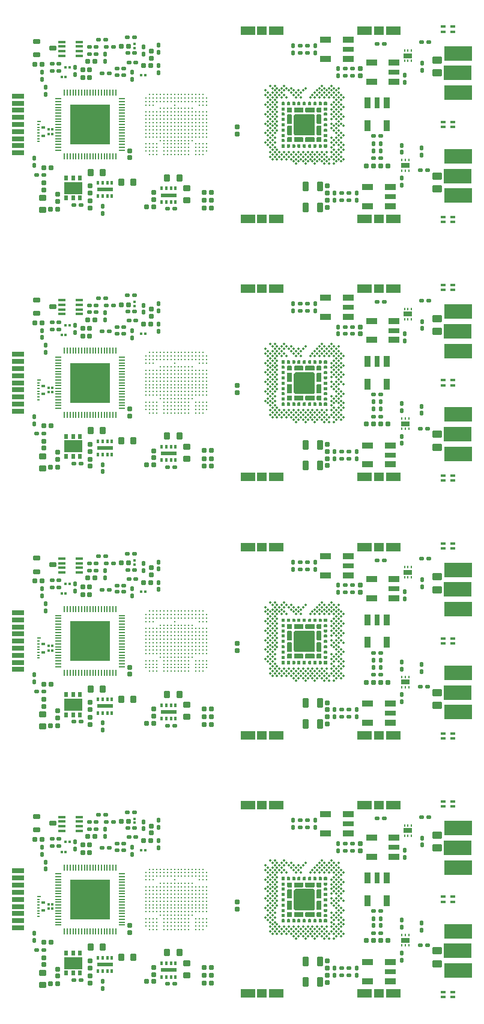
<source format=gtp>
G04*
G04 #@! TF.GenerationSoftware,Altium Limited,Altium Designer,19.1.6 (110)*
G04*
G04 Layer_Color=8421504*
%FSLAX44Y44*%
%MOMM*%
G71*
G01*
G75*
%ADD14C,0.2900*%
G04:AMPARAMS|DCode=15|XSize=0.5mm|YSize=0.6mm|CornerRadius=0.05mm|HoleSize=0mm|Usage=FLASHONLY|Rotation=270.000|XOffset=0mm|YOffset=0mm|HoleType=Round|Shape=RoundedRectangle|*
%AMROUNDEDRECTD15*
21,1,0.5000,0.5000,0,0,270.0*
21,1,0.4000,0.6000,0,0,270.0*
1,1,0.1000,-0.2500,-0.2000*
1,1,0.1000,-0.2500,0.2000*
1,1,0.1000,0.2500,0.2000*
1,1,0.1000,0.2500,-0.2000*
%
%ADD15ROUNDEDRECTD15*%
G04:AMPARAMS|DCode=16|XSize=0.6mm|YSize=1mm|CornerRadius=0.075mm|HoleSize=0mm|Usage=FLASHONLY|Rotation=270.000|XOffset=0mm|YOffset=0mm|HoleType=Round|Shape=RoundedRectangle|*
%AMROUNDEDRECTD16*
21,1,0.6000,0.8500,0,0,270.0*
21,1,0.4500,1.0000,0,0,270.0*
1,1,0.1500,-0.4250,-0.2250*
1,1,0.1500,-0.4250,0.2250*
1,1,0.1500,0.4250,0.2250*
1,1,0.1500,0.4250,-0.2250*
%
%ADD16ROUNDEDRECTD16*%
%ADD17R,0.3000X0.3500*%
G04:AMPARAMS|DCode=18|XSize=0.6mm|YSize=0.6mm|CornerRadius=0.06mm|HoleSize=0mm|Usage=FLASHONLY|Rotation=90.000|XOffset=0mm|YOffset=0mm|HoleType=Round|Shape=RoundedRectangle|*
%AMROUNDEDRECTD18*
21,1,0.6000,0.4800,0,0,90.0*
21,1,0.4800,0.6000,0,0,90.0*
1,1,0.1200,0.2400,0.2400*
1,1,0.1200,0.2400,-0.2400*
1,1,0.1200,-0.2400,-0.2400*
1,1,0.1200,-0.2400,0.2400*
%
%ADD18ROUNDEDRECTD18*%
G04:AMPARAMS|DCode=19|XSize=0.5mm|YSize=0.6mm|CornerRadius=0.05mm|HoleSize=0mm|Usage=FLASHONLY|Rotation=0.000|XOffset=0mm|YOffset=0mm|HoleType=Round|Shape=RoundedRectangle|*
%AMROUNDEDRECTD19*
21,1,0.5000,0.5000,0,0,0.0*
21,1,0.4000,0.6000,0,0,0.0*
1,1,0.1000,0.2000,-0.2500*
1,1,0.1000,-0.2000,-0.2500*
1,1,0.1000,-0.2000,0.2500*
1,1,0.1000,0.2000,0.2500*
%
%ADD19ROUNDEDRECTD19*%
%ADD20R,0.2000X0.9000*%
%ADD21R,0.9000X0.2000*%
%ADD22R,5.5500X5.5500*%
%ADD23R,1.0000X0.4000*%
%ADD24R,1.8000X0.7000*%
G04:AMPARAMS|DCode=25|XSize=0.7mm|YSize=0.4mm|CornerRadius=0.05mm|HoleSize=0mm|Usage=FLASHONLY|Rotation=180.000|XOffset=0mm|YOffset=0mm|HoleType=Round|Shape=RoundedRectangle|*
%AMROUNDEDRECTD25*
21,1,0.7000,0.3000,0,0,180.0*
21,1,0.6000,0.4000,0,0,180.0*
1,1,0.1000,-0.3000,0.1500*
1,1,0.1000,0.3000,0.1500*
1,1,0.1000,0.3000,-0.1500*
1,1,0.1000,-0.3000,-0.1500*
%
%ADD25ROUNDEDRECTD25*%
%ADD26R,0.5000X0.2300*%
%ADD27R,0.4000X0.2300*%
%ADD28R,0.6000X0.4500*%
G04:AMPARAMS|DCode=29|XSize=1.3mm|YSize=0.8mm|CornerRadius=0.1mm|HoleSize=0mm|Usage=FLASHONLY|Rotation=270.000|XOffset=0mm|YOffset=0mm|HoleType=Round|Shape=RoundedRectangle|*
%AMROUNDEDRECTD29*
21,1,1.3000,0.6000,0,0,270.0*
21,1,1.1000,0.8000,0,0,270.0*
1,1,0.2000,-0.3000,-0.5500*
1,1,0.2000,-0.3000,0.5500*
1,1,0.2000,0.3000,0.5500*
1,1,0.2000,0.3000,-0.5500*
%
%ADD29ROUNDEDRECTD29*%
G04:AMPARAMS|DCode=30|XSize=1.3mm|YSize=1mm|CornerRadius=0.125mm|HoleSize=0mm|Usage=FLASHONLY|Rotation=180.000|XOffset=0mm|YOffset=0mm|HoleType=Round|Shape=RoundedRectangle|*
%AMROUNDEDRECTD30*
21,1,1.3000,0.7500,0,0,180.0*
21,1,1.0500,1.0000,0,0,180.0*
1,1,0.2500,-0.5250,0.3750*
1,1,0.2500,0.5250,0.3750*
1,1,0.2500,0.5250,-0.3750*
1,1,0.2500,-0.5250,-0.3750*
%
%ADD30ROUNDEDRECTD30*%
G04:AMPARAMS|DCode=31|XSize=0.6mm|YSize=0.6mm|CornerRadius=0.06mm|HoleSize=0mm|Usage=FLASHONLY|Rotation=0.000|XOffset=0mm|YOffset=0mm|HoleType=Round|Shape=RoundedRectangle|*
%AMROUNDEDRECTD31*
21,1,0.6000,0.4800,0,0,0.0*
21,1,0.4800,0.6000,0,0,0.0*
1,1,0.1200,0.2400,-0.2400*
1,1,0.1200,-0.2400,-0.2400*
1,1,0.1200,-0.2400,0.2400*
1,1,0.1200,0.2400,0.2400*
%
%ADD31ROUNDEDRECTD31*%
G04:AMPARAMS|DCode=32|XSize=1mm|YSize=0.9mm|CornerRadius=0.1125mm|HoleSize=0mm|Usage=FLASHONLY|Rotation=180.000|XOffset=0mm|YOffset=0mm|HoleType=Round|Shape=RoundedRectangle|*
%AMROUNDEDRECTD32*
21,1,1.0000,0.6750,0,0,180.0*
21,1,0.7750,0.9000,0,0,180.0*
1,1,0.2250,-0.3875,0.3375*
1,1,0.2250,0.3875,0.3375*
1,1,0.2250,0.3875,-0.3375*
1,1,0.2250,-0.3875,-0.3375*
%
%ADD32ROUNDEDRECTD32*%
%ADD33R,2.2500X0.6000*%
%ADD34R,0.3000X0.6000*%
G04:AMPARAMS|DCode=35|XSize=1mm|YSize=0.9mm|CornerRadius=0.1125mm|HoleSize=0mm|Usage=FLASHONLY|Rotation=270.000|XOffset=0mm|YOffset=0mm|HoleType=Round|Shape=RoundedRectangle|*
%AMROUNDEDRECTD35*
21,1,1.0000,0.6750,0,0,270.0*
21,1,0.7750,0.9000,0,0,270.0*
1,1,0.2250,-0.3375,-0.3875*
1,1,0.2250,-0.3375,0.3875*
1,1,0.2250,0.3375,0.3875*
1,1,0.2250,0.3375,-0.3875*
%
%ADD35ROUNDEDRECTD35*%
%ADD36R,1.6500X0.9000*%
%ADD37R,1.6500X0.7600*%
%ADD38R,0.9000X1.6500*%
%ADD39R,0.7600X1.6500*%
%ADD42R,4.0000X2.0000*%
%ADD44R,0.3500X0.3000*%
%ADD45R,1.4000X1.3000*%
%ADD46R,2.0000X1.3000*%
%ADD47R,1.2000X0.7000*%
%ADD48R,0.2500X0.3500*%
%ADD49R,2.5000X1.7000*%
%ADD50R,0.5000X0.7000*%
%ADD51R,0.2000X0.2000*%
%ADD52C,0.3500*%
G36*
X475659Y1279762D02*
X475859Y1279762D01*
X476227Y1279609D01*
X476509Y1279327D01*
X476662Y1278959D01*
Y1278759D01*
X476662Y1275762D01*
X476662Y1275762D01*
X476662Y1275563D01*
X476510Y1275196D01*
X476228Y1274914D01*
X475860Y1274762D01*
X475662Y1274762D01*
X473410Y1274762D01*
X473410Y1274762D01*
X473211Y1274762D01*
X472844Y1274914D01*
X472564Y1275195D01*
X472412Y1275561D01*
X472411Y1275760D01*
X472410Y1278760D01*
X472410D01*
X472410Y1278959D01*
X472562Y1279327D01*
X472844Y1279609D01*
X473212Y1279762D01*
X473411Y1279761D01*
X475659Y1279762D01*
X475659Y1279762D01*
D02*
G37*
G36*
X431163Y1279759D02*
X431362Y1279759D01*
X431730Y1279607D01*
X432012Y1279325D01*
X432164Y1278957D01*
X432164Y1278757D01*
X432164D01*
X432163Y1275758D01*
X432163Y1275559D01*
X432010Y1275192D01*
X431730Y1274912D01*
X431363Y1274760D01*
X431164Y1274760D01*
X431165Y1274760D01*
X428913Y1274759D01*
X428713Y1274760D01*
X428346Y1274912D01*
X428065Y1275194D01*
X427912Y1275561D01*
X427912Y1275760D01*
X427912Y1275760D01*
X427912Y1278757D01*
Y1278956D01*
X428065Y1279325D01*
X428347Y1279607D01*
X428715Y1279759D01*
X428915Y1279759D01*
X428915Y1279759D01*
X431163Y1279759D01*
D02*
G37*
G36*
X468412Y1279758D02*
X468412Y1279757D01*
X468610Y1279757D01*
X468977Y1279605D01*
X469258Y1279325D01*
X469410Y1278958D01*
X469410Y1278760D01*
X469411Y1275760D01*
X469411D01*
X469412Y1275561D01*
X469259Y1275192D01*
X468978Y1274910D01*
X468610Y1274758D01*
X468410Y1274758D01*
X466162Y1274758D01*
X466162Y1274758D01*
X465963Y1274758D01*
X465594Y1274911D01*
X465312Y1275192D01*
X465159Y1275561D01*
Y1275760D01*
X465159Y1278757D01*
X465159Y1278757D01*
X465159Y1278956D01*
X465312Y1279324D01*
X465593Y1279605D01*
X465961Y1279758D01*
X466160Y1279758D01*
X468412Y1279758D01*
D02*
G37*
G36*
X461161Y1279757D02*
X461160Y1279756D01*
X461359Y1279756D01*
X461726Y1279604D01*
X462006Y1279324D01*
X462158Y1278957D01*
X462159Y1278759D01*
X462160Y1275759D01*
X462160D01*
X462160Y1275560D01*
X462008Y1275191D01*
X461726Y1274909D01*
X461358Y1274757D01*
X461159Y1274757D01*
X458911Y1274757D01*
X458911Y1274757D01*
X458711Y1274757D01*
X458343Y1274910D01*
X458061Y1275192D01*
X457908Y1275560D01*
Y1275759D01*
X457908Y1278756D01*
X457908Y1278756D01*
X457908Y1278955D01*
X458060Y1279323D01*
X458342Y1279604D01*
X458709Y1279757D01*
X458909Y1279757D01*
X461161Y1279757D01*
D02*
G37*
G36*
X453409Y1279756D02*
X453409Y1279755D01*
X453607Y1279755D01*
X453974Y1279604D01*
X454255Y1279323D01*
X454407Y1278956D01*
X454407Y1278758D01*
X454409Y1275758D01*
X454409D01*
X454409Y1275559D01*
X454257Y1275190D01*
X453975Y1274909D01*
X453607Y1274756D01*
X453408Y1274756D01*
X451159Y1274756D01*
X451159Y1274756D01*
X450960Y1274756D01*
X450592Y1274909D01*
X450309Y1275191D01*
X450157Y1275559D01*
Y1275759D01*
X450157Y1278755D01*
X450157Y1278755D01*
X450157Y1278954D01*
X450309Y1279322D01*
X450591Y1279603D01*
X450958Y1279756D01*
X451157Y1279756D01*
X453409Y1279756D01*
D02*
G37*
G36*
X483408Y1279762D02*
X483408Y1279762D01*
X483658Y1279762D01*
X484118Y1279572D01*
X484471Y1279219D01*
X484662Y1278758D01*
X484662Y1278509D01*
X484662Y1276012D01*
X484662Y1276012D01*
X484662Y1275764D01*
X484472Y1275304D01*
X484121Y1274953D01*
X483661Y1274763D01*
X483413Y1274763D01*
X480909Y1274762D01*
X480909Y1274762D01*
X480661Y1274762D01*
X480203Y1274952D01*
X479852Y1275303D01*
X479663Y1275761D01*
Y1276009D01*
X479662Y1278512D01*
X479662D01*
X479662Y1278761D01*
X479853Y1279220D01*
X480204Y1279572D01*
X480664Y1279763D01*
X480913Y1279763D01*
X483408Y1279762D01*
D02*
G37*
G36*
X423658Y1279760D02*
X423658Y1279760D01*
X423908Y1279760D01*
X424368Y1279569D01*
X424721Y1279217D01*
X424912Y1278756D01*
X424912Y1278507D01*
X424912Y1276010D01*
X424912Y1276010D01*
X424912Y1275761D01*
X424722Y1275302D01*
X424370Y1274951D01*
X423911Y1274761D01*
X423663Y1274761D01*
X421158Y1274760D01*
X421158Y1274760D01*
X420911Y1274760D01*
X420453Y1274950D01*
X420102Y1275301D01*
X419912Y1275759D01*
Y1276006D01*
X419912Y1278510D01*
X419912D01*
X419912Y1278758D01*
X420102Y1279218D01*
X420454Y1279570D01*
X420914Y1279761D01*
X421163Y1279761D01*
X423658Y1279760D01*
D02*
G37*
G36*
X438613Y1279755D02*
X438981Y1279603D01*
X439262Y1279322D01*
X439415Y1278954D01*
X439415Y1278755D01*
X439415Y1278755D01*
X439415Y1275758D01*
Y1275559D01*
X439262Y1275190D01*
X438980Y1274908D01*
X438611Y1274756D01*
X438412Y1274756D01*
X438412Y1274756D01*
X436164Y1274756D01*
X435965Y1274756D01*
X435596Y1274908D01*
X435315Y1275190D01*
X435162Y1275558D01*
X435163Y1275758D01*
X435163D01*
X435164Y1278757D01*
X435164Y1278956D01*
X435317Y1279323D01*
X435597Y1279603D01*
X435964Y1279755D01*
X436162Y1279755D01*
X436162Y1279755D01*
X438414Y1279756D01*
X438613Y1279755D01*
D02*
G37*
G36*
X445865Y1279754D02*
X446232Y1279602D01*
X446514Y1279321D01*
X446666Y1278953D01*
X446666Y1278754D01*
X446666Y1278754D01*
X446666Y1275757D01*
Y1275558D01*
X446513Y1275189D01*
X446231Y1274907D01*
X445863Y1274755D01*
X445663Y1274755D01*
X445663Y1274755D01*
X443415Y1274755D01*
X443216Y1274755D01*
X442848Y1274907D01*
X442566Y1275189D01*
X442414Y1275557D01*
X442414Y1275757D01*
X442414D01*
X442416Y1278756D01*
X442416Y1278955D01*
X442568Y1279322D01*
X442849Y1279602D01*
X443215Y1279754D01*
X443414Y1279754D01*
X443414Y1279754D01*
X445666Y1279755D01*
X445865Y1279754D01*
D02*
G37*
G36*
X434332Y1271653D02*
X434613Y1271372D01*
X434765Y1271005D01*
X434765Y1270806D01*
X434765Y1270806D01*
X434765Y1266056D01*
X434765Y1265857D01*
X434613Y1265489D01*
X434331Y1265208D01*
X433964Y1265056D01*
X433765Y1265056D01*
X433765Y1265056D01*
X429015Y1265056D01*
X428816Y1265056D01*
X428448Y1265209D01*
X428167Y1265490D01*
X428015Y1265857D01*
X428015Y1266056D01*
Y1266056D01*
X428015Y1270806D01*
X428015Y1271005D01*
X428167Y1271372D01*
X428449Y1271653D01*
X428817Y1271805D01*
X429016Y1271805D01*
X429016Y1271805D01*
X433766Y1271805D01*
X433964Y1271805D01*
X434332Y1271653D01*
D02*
G37*
G36*
X483659Y1271762D02*
X483858Y1271762D01*
X484225Y1271610D01*
X484507Y1271328D01*
X484659Y1270961D01*
X484660Y1270762D01*
X484659Y1268510D01*
X484659Y1268510D01*
X484659Y1268311D01*
X484507Y1267945D01*
X484226Y1267664D01*
X483860Y1267512D01*
X483661Y1267512D01*
X480662Y1267510D01*
X480662Y1267510D01*
X480462Y1267510D01*
X480094Y1267662D01*
X479812Y1267944D01*
X479660Y1268312D01*
X479660Y1268511D01*
X479660Y1270759D01*
X479660Y1270759D01*
X479660Y1270959D01*
X479812Y1271327D01*
X480094Y1271609D01*
X480463Y1271762D01*
X480662D01*
X483659Y1271762D01*
X483659Y1271762D01*
D02*
G37*
G36*
X423909Y1271760D02*
X424108Y1271760D01*
X424475Y1271607D01*
X424757Y1271326D01*
X424909Y1270958D01*
X424909Y1270759D01*
X424909Y1268507D01*
X424909Y1268507D01*
X424909Y1268309D01*
X424757Y1267942D01*
X424476Y1267662D01*
X424110Y1267509D01*
X423911Y1267509D01*
X420911Y1267508D01*
X420911Y1267508D01*
X420712Y1267507D01*
X420344Y1267660D01*
X420062Y1267941D01*
X419910Y1268310D01*
X419910Y1268509D01*
X419909Y1270757D01*
X419909Y1270757D01*
X419909Y1270956D01*
X420062Y1271325D01*
X420344Y1271607D01*
X420713Y1271760D01*
X420912D01*
X423909Y1271760D01*
X423909Y1271760D01*
D02*
G37*
G36*
X454765Y1271805D02*
X465765Y1271805D01*
X465765Y1271805D01*
X465964Y1271805D01*
X466331Y1271653D01*
X466612Y1271371D01*
X466764Y1271004D01*
X466764Y1270805D01*
X466765Y1266055D01*
X466764Y1266055D01*
X466764Y1265856D01*
X466612Y1265488D01*
X466330Y1265207D01*
X465963Y1265055D01*
X465764Y1265055D01*
X454764Y1265055D01*
X454764Y1265055D01*
X454565Y1265055D01*
X454198Y1265207D01*
X453917Y1265489D01*
X453764Y1265856D01*
X453765Y1266055D01*
X453764Y1270805D01*
Y1270805D01*
X453764Y1271004D01*
X453917Y1271372D01*
X454198Y1271653D01*
X454566Y1271805D01*
X454765Y1271805D01*
D02*
G37*
G36*
X475516D02*
X475715Y1271805D01*
X476082Y1271653D01*
X476363Y1271371D01*
X476515Y1271004D01*
X476515Y1270805D01*
X476515Y1270805D01*
X476515Y1266055D01*
X476515Y1265856D01*
X476363Y1265489D01*
X476082Y1265207D01*
X475715Y1265055D01*
X475516Y1265055D01*
X475516Y1265055D01*
X470766Y1265055D01*
X470567Y1265055D01*
X470199Y1265208D01*
X469918Y1265489D01*
X469766Y1265857D01*
X469766Y1266056D01*
X469766Y1266056D01*
X469766Y1270806D01*
X469766Y1271005D01*
X469919Y1271372D01*
X470200Y1271653D01*
X470567Y1271805D01*
X470766Y1271806D01*
X470766Y1271806D01*
X475516Y1271805D01*
D02*
G37*
G36*
X450331Y1271653D02*
X450613Y1271372D01*
X450765Y1271004D01*
X450765Y1270805D01*
X450765Y1270805D01*
X450765Y1266055D01*
X450765Y1265856D01*
X450613Y1265488D01*
X450331Y1265207D01*
X449964Y1265055D01*
X449765Y1265055D01*
X449765Y1265055D01*
X438765Y1265055D01*
X438566Y1265055D01*
X438199Y1265207D01*
X437917Y1265488D01*
X437765Y1265855D01*
X437765Y1266054D01*
X437765Y1266054D01*
X437765Y1270805D01*
X437765Y1271004D01*
X437917Y1271371D01*
X438198Y1271652D01*
X438566Y1271804D01*
X438765Y1271805D01*
X438765Y1271805D01*
X449765Y1271805D01*
X449964Y1271805D01*
X450331Y1271653D01*
D02*
G37*
G36*
X484229Y1264360D02*
X484511Y1264078D01*
X484663Y1263710D01*
X484663Y1263510D01*
X484663Y1261262D01*
X484663Y1261262D01*
X484663Y1261063D01*
X484511Y1260694D01*
X484229Y1260412D01*
X483860Y1260260D01*
X483661D01*
X480664Y1260259D01*
X480664Y1260259D01*
X480465Y1260259D01*
X480098Y1260412D01*
X479816Y1260693D01*
X479664Y1261061D01*
X479663Y1261260D01*
X479664Y1263512D01*
X479664Y1263512D01*
X479664Y1263710D01*
X479816Y1264077D01*
X480096Y1264358D01*
X480463Y1264510D01*
X480662Y1264510D01*
X483661Y1264511D01*
X483661Y1264511D01*
X483861Y1264512D01*
X484229Y1264360D01*
D02*
G37*
G36*
X424479Y1264357D02*
X424761Y1264075D01*
X424913Y1263707D01*
X424913Y1263508D01*
X424913Y1261260D01*
X424913Y1261260D01*
X424913Y1261060D01*
X424761Y1260692D01*
X424478Y1260410D01*
X424110Y1260257D01*
X423911D01*
X420914Y1260257D01*
X420914Y1260257D01*
X420715Y1260257D01*
X420347Y1260410D01*
X420066Y1260691D01*
X419913Y1261059D01*
X419913Y1261258D01*
X419913Y1263510D01*
X419914Y1263510D01*
X419914Y1263708D01*
X420066Y1264075D01*
X420346Y1264355D01*
X420713Y1264508D01*
X420911Y1264508D01*
X423911Y1264509D01*
X423911Y1264509D01*
X424110Y1264510D01*
X424479Y1264357D01*
D02*
G37*
G36*
X464265Y1262555D02*
X464862Y1262555D01*
X465965Y1262098D01*
X466808Y1261254D01*
X467265Y1260152D01*
X467265Y1259555D01*
X467265Y1235555D01*
X467265Y1235555D01*
X467265Y1234959D01*
X466809Y1233856D01*
X465965Y1233012D01*
X464862Y1232555D01*
X464265Y1232555D01*
X440265Y1232555D01*
X440265Y1232555D01*
X439668Y1232555D01*
X438566Y1233012D01*
X437722Y1233856D01*
X437265Y1234959D01*
X437266Y1235555D01*
X437265Y1259555D01*
X437265Y1259555D01*
X437265Y1260152D01*
X437722Y1261254D01*
X438565Y1262098D01*
X439668Y1262555D01*
X440265Y1262555D01*
X464265Y1262555D01*
X464265Y1262555D01*
D02*
G37*
G36*
X484230Y1257108D02*
X484512Y1256826D01*
X484664Y1256458D01*
X484664Y1256259D01*
X484664Y1254011D01*
X484664Y1254011D01*
X484664Y1253811D01*
X484512Y1253443D01*
X484230Y1253161D01*
X483861Y1253008D01*
X483662D01*
X480665Y1253008D01*
X480665Y1253008D01*
X480466Y1253008D01*
X480098Y1253161D01*
X479817Y1253442D01*
X479664Y1253810D01*
X479664Y1254009D01*
X479665Y1256261D01*
X479665Y1256261D01*
X479665Y1256459D01*
X479817Y1256826D01*
X480097Y1257106D01*
X480464Y1257259D01*
X480662Y1257259D01*
X483662Y1257260D01*
X483662Y1257260D01*
X483862Y1257261D01*
X484230Y1257108D01*
D02*
G37*
G36*
X424480Y1257106D02*
X424762Y1256824D01*
X424914Y1256456D01*
X424914Y1256257D01*
X424914Y1254009D01*
X424914Y1254008D01*
X424914Y1253809D01*
X424761Y1253441D01*
X424479Y1253159D01*
X424111Y1253006D01*
X423912D01*
X420915Y1253006D01*
X420915Y1253006D01*
X420716Y1253006D01*
X420348Y1253158D01*
X420067Y1253440D01*
X419914Y1253807D01*
X419914Y1254006D01*
X419914Y1256258D01*
X419915Y1256258D01*
X419915Y1256457D01*
X420066Y1256823D01*
X420347Y1257104D01*
X420714Y1257256D01*
X420912Y1257256D01*
X423912Y1257258D01*
X423912Y1257258D01*
X424111Y1257258D01*
X424480Y1257106D01*
D02*
G37*
G36*
X484231Y1249357D02*
X484513Y1249075D01*
X484665Y1248707D01*
X484665Y1248508D01*
X484665Y1246260D01*
X484665Y1246260D01*
X484665Y1246060D01*
X484512Y1245692D01*
X484230Y1245410D01*
X483862Y1245257D01*
X483663D01*
X480666Y1245257D01*
X480666Y1245257D01*
X480467Y1245257D01*
X480099Y1245409D01*
X479818Y1245691D01*
X479665Y1246058D01*
X479665Y1246257D01*
X479665Y1248509D01*
X479666Y1248509D01*
X479666Y1248708D01*
X479818Y1249074D01*
X480098Y1249355D01*
X480465Y1249507D01*
X480663Y1249507D01*
X483663Y1249509D01*
X483663Y1249509D01*
X483862Y1249509D01*
X484231Y1249357D01*
D02*
G37*
G36*
X424481Y1249355D02*
X424762Y1249073D01*
X424915Y1248705D01*
X424915Y1248505D01*
X424915Y1246257D01*
X424915Y1246257D01*
X424915Y1246058D01*
X424762Y1245689D01*
X424480Y1245407D01*
X424112Y1245255D01*
X423912D01*
X420916Y1245254D01*
X420916Y1245254D01*
X420717Y1245255D01*
X420349Y1245407D01*
X420068Y1245688D01*
X419915Y1246056D01*
X419915Y1246255D01*
X419915Y1248507D01*
X419915Y1248507D01*
X419916Y1248705D01*
X420067Y1249072D01*
X420348Y1249353D01*
X420715Y1249505D01*
X420913Y1249505D01*
X423913Y1249507D01*
X423913Y1249507D01*
X424112Y1249507D01*
X424481Y1249355D01*
D02*
G37*
G36*
X475515Y1262055D02*
X475714Y1262055D01*
X476081Y1261903D01*
X476362Y1261622D01*
X476515Y1261254D01*
X476515Y1261056D01*
X476515Y1261056D01*
X476515Y1250055D01*
X476515Y1249856D01*
X476363Y1249489D01*
X476082Y1249207D01*
X475714Y1249055D01*
X475515Y1249055D01*
X475515D01*
X470765Y1249056D01*
X470566Y1249055D01*
X470198Y1249208D01*
X469917Y1249489D01*
X469765Y1249856D01*
X469765Y1250055D01*
X469765Y1250055D01*
X469765Y1261055D01*
X469765Y1261254D01*
X469917Y1261621D01*
X470198Y1261903D01*
X470565Y1262055D01*
X470764Y1262055D01*
X470764Y1262056D01*
X475515Y1262055D01*
D02*
G37*
G36*
X429015Y1262055D02*
X429015Y1262055D01*
X433766Y1262054D01*
X433965Y1262054D01*
X434332Y1261902D01*
X434613Y1261621D01*
X434765Y1261254D01*
X434765Y1261055D01*
X434765Y1261055D01*
X434765Y1250055D01*
X434765Y1249856D01*
X434613Y1249489D01*
X434332Y1249207D01*
X433965Y1249055D01*
X433766Y1249054D01*
X433766Y1249054D01*
X429016Y1249055D01*
X428817Y1249055D01*
X428449Y1249207D01*
X428168Y1249488D01*
X428016Y1249855D01*
X428016Y1250054D01*
Y1250054D01*
X428015Y1261055D01*
X428015Y1261253D01*
X428167Y1261621D01*
X428449Y1261902D01*
X428816Y1262055D01*
X429015Y1262055D01*
D02*
G37*
G36*
X483664Y1241766D02*
X483863D01*
X484232Y1241613D01*
X484514Y1241331D01*
X484666Y1240963D01*
X484666Y1240763D01*
X484666Y1240763D01*
X484666Y1238515D01*
X484666Y1238316D01*
X484514Y1237948D01*
X484232Y1237666D01*
X483864Y1237514D01*
X483664Y1237514D01*
X483665Y1237514D01*
X480665Y1237516D01*
X480466Y1237516D01*
X480099Y1237668D01*
X479819Y1237949D01*
X479667Y1238315D01*
X479667Y1238514D01*
X479667Y1238514D01*
X479666Y1240766D01*
X479667Y1240965D01*
X479819Y1241332D01*
X480101Y1241614D01*
X480468Y1241766D01*
X480667Y1241766D01*
X480667Y1241766D01*
X483664Y1241766D01*
D02*
G37*
G36*
X423914Y1241764D02*
X424113D01*
X424482Y1241611D01*
X424764Y1241329D01*
X424916Y1240961D01*
X424916Y1240761D01*
X424916Y1240761D01*
X424916Y1238513D01*
X424916Y1238314D01*
X424764Y1237945D01*
X424482Y1237664D01*
X424114Y1237512D01*
X423914Y1237512D01*
X423914Y1237512D01*
X420914Y1237513D01*
X420716Y1237514D01*
X420349Y1237666D01*
X420069Y1237946D01*
X419917Y1238313D01*
X419917Y1238512D01*
X419917Y1238511D01*
X419916Y1240763D01*
X419916Y1240962D01*
X420069Y1241330D01*
X420350Y1241611D01*
X420718Y1241764D01*
X420917Y1241764D01*
X420917Y1241764D01*
X423914Y1241764D01*
D02*
G37*
G36*
X475515Y1246056D02*
X475714Y1246056D01*
X476081Y1245903D01*
X476362Y1245622D01*
X476514Y1245255D01*
X476514Y1245056D01*
X476514Y1245056D01*
X476515Y1234056D01*
X476515Y1233857D01*
X476363Y1233489D01*
X476082Y1233208D01*
X475714Y1233055D01*
X475515Y1233055D01*
X475515D01*
X470764Y1233056D01*
X470566Y1233056D01*
X470198Y1233208D01*
X469917Y1233489D01*
X469765Y1233856D01*
X469765Y1234055D01*
X469765Y1234055D01*
X469765Y1245055D01*
X469765Y1245254D01*
X469917Y1245622D01*
X470198Y1245903D01*
X470565Y1246056D01*
X470764Y1246056D01*
X470764Y1246056D01*
X475515Y1246056D01*
D02*
G37*
G36*
X429015Y1246055D02*
X429015Y1246055D01*
X433766Y1246055D01*
X433965Y1246055D01*
X434332Y1245903D01*
X434613Y1245621D01*
X434765Y1245254D01*
X434765Y1245055D01*
X434765Y1245055D01*
X434765Y1234055D01*
X434765Y1233856D01*
X434613Y1233489D01*
X434332Y1233207D01*
X433965Y1233055D01*
X433766Y1233055D01*
X433766Y1233055D01*
X429015Y1233055D01*
X428817Y1233055D01*
X428449Y1233207D01*
X428168Y1233488D01*
X428016Y1233856D01*
X428016Y1234055D01*
Y1234055D01*
X428015Y1245055D01*
X428015Y1245254D01*
X428167Y1245621D01*
X428448Y1245903D01*
X428816Y1246055D01*
X429015Y1246055D01*
D02*
G37*
G36*
X483663Y1234515D02*
X483862D01*
X484231Y1234362D01*
X484513Y1234080D01*
X484665Y1233712D01*
X484665Y1233512D01*
X484665Y1233512D01*
X484665Y1231264D01*
X484665Y1231065D01*
X484513Y1230696D01*
X484231Y1230415D01*
X483863Y1230263D01*
X483663Y1230263D01*
X483663Y1230263D01*
X480664Y1230264D01*
X480465Y1230265D01*
X480099Y1230417D01*
X479818Y1230697D01*
X479666Y1231064D01*
X479666Y1231263D01*
X479666Y1231262D01*
X479665Y1233514D01*
X479666Y1233713D01*
X479818Y1234081D01*
X480100Y1234362D01*
X480467Y1234515D01*
X480666Y1234515D01*
X480666Y1234515D01*
X483663Y1234515D01*
D02*
G37*
G36*
X423913Y1234512D02*
X424112D01*
X424481Y1234360D01*
X424763Y1234078D01*
X424915Y1233709D01*
X424915Y1233510D01*
X424915Y1233510D01*
X424915Y1231262D01*
X424915Y1231062D01*
X424763Y1230694D01*
X424481Y1230412D01*
X424113Y1230260D01*
X423913Y1230260D01*
X423913Y1230260D01*
X420914Y1230262D01*
X420715Y1230262D01*
X420348Y1230414D01*
X420068Y1230695D01*
X419916Y1231062D01*
X419916Y1231260D01*
X419916Y1231260D01*
X419915Y1233512D01*
X419916Y1233711D01*
X420068Y1234079D01*
X420350Y1234360D01*
X420717Y1234512D01*
X420916Y1234513D01*
X420916Y1234513D01*
X423913Y1234512D01*
D02*
G37*
G36*
X465765Y1230055D02*
X465964Y1230055D01*
X466331Y1229903D01*
X466613Y1229622D01*
X466765Y1229255D01*
X466766Y1229056D01*
X466766Y1229056D01*
X466765Y1224305D01*
X466765Y1224107D01*
X466613Y1223739D01*
X466332Y1223458D01*
X465964Y1223306D01*
X465766Y1223306D01*
X465766D01*
X454766Y1223305D01*
X454566Y1223305D01*
X454199Y1223457D01*
X453918Y1223738D01*
X453765Y1224106D01*
X453765Y1224305D01*
Y1224305D01*
X453766Y1229056D01*
X453765Y1229255D01*
X453918Y1229622D01*
X454199Y1229903D01*
X454566Y1230055D01*
X454765Y1230055D01*
X454765Y1230055D01*
X465765Y1230055D01*
D02*
G37*
G36*
X449766Y1230055D02*
X449965Y1230055D01*
X450332Y1229903D01*
X450614Y1229622D01*
X450766Y1229254D01*
X450765Y1229055D01*
X450766Y1224305D01*
X450766Y1224305D01*
X450766Y1224106D01*
X450614Y1223738D01*
X450332Y1223457D01*
X449965Y1223305D01*
X449766Y1223305D01*
X438765Y1223305D01*
X438766D01*
X438567Y1223305D01*
X438199Y1223458D01*
X437918Y1223739D01*
X437766Y1224106D01*
X437766Y1224305D01*
X437766Y1229056D01*
X437766Y1229055D01*
X437766Y1229254D01*
X437918Y1229622D01*
X438200Y1229903D01*
X438567Y1230055D01*
X438766Y1230055D01*
X449766Y1230055D01*
X449766Y1230055D01*
D02*
G37*
G36*
X475516Y1230054D02*
X475714Y1230054D01*
X476082Y1229901D01*
X476363Y1229620D01*
X476515Y1229253D01*
X476516Y1229054D01*
X476516D01*
X476515Y1224305D01*
X476515Y1224106D01*
X476363Y1223738D01*
X476081Y1223457D01*
X475714Y1223305D01*
X475514Y1223305D01*
X475514Y1223305D01*
X470765Y1223305D01*
X470566Y1223305D01*
X470198Y1223457D01*
X469917Y1223738D01*
X469765Y1224106D01*
X469765Y1224304D01*
X469765Y1224305D01*
X469765Y1229054D01*
X469765Y1229253D01*
X469918Y1229621D01*
X470199Y1229902D01*
X470567Y1230054D01*
X470766Y1230054D01*
X470765Y1230054D01*
X475516Y1230054D01*
D02*
G37*
G36*
X433767Y1230053D02*
X433965Y1230053D01*
X434333Y1229900D01*
X434614Y1229619D01*
X434766Y1229252D01*
X434767Y1229053D01*
X434767D01*
X434766Y1224304D01*
X434766Y1224105D01*
X434614Y1223737D01*
X434332Y1223456D01*
X433965Y1223304D01*
X433766Y1223304D01*
X433765Y1223304D01*
X429016Y1223304D01*
X428817Y1223304D01*
X428449Y1223456D01*
X428168Y1223737D01*
X428016Y1224105D01*
X428016Y1224303D01*
X428016Y1224304D01*
X428016Y1229053D01*
X428016Y1229252D01*
X428169Y1229620D01*
X428450Y1229901D01*
X428818Y1230053D01*
X429017Y1230053D01*
X429016Y1230053D01*
X433767Y1230053D01*
D02*
G37*
G36*
X480664Y1227264D02*
X480664Y1227264D01*
X483663Y1227263D01*
X483862Y1227263D01*
X484229Y1227111D01*
X484509Y1226830D01*
X484661Y1226463D01*
X484661Y1226265D01*
X484661Y1226265D01*
X484662Y1224013D01*
X484661Y1223814D01*
X484509Y1223446D01*
X484228Y1223165D01*
X483860Y1223012D01*
X483661Y1223012D01*
X483661Y1223012D01*
X480664Y1223012D01*
X480465D01*
X480096Y1223165D01*
X479814Y1223447D01*
X479662Y1223816D01*
X479662Y1224015D01*
X479662Y1224015D01*
X479662Y1226263D01*
X479662Y1226462D01*
X479814Y1226831D01*
X480096Y1227112D01*
X480464Y1227265D01*
X480664Y1227264D01*
D02*
G37*
G36*
X420914Y1227262D02*
X420914Y1227262D01*
X423913Y1227261D01*
X424112Y1227260D01*
X424478Y1227108D01*
X424759Y1226827D01*
X424911Y1226461D01*
X424911Y1226262D01*
X424911Y1226262D01*
X424911Y1224010D01*
X424911Y1223811D01*
X424759Y1223444D01*
X424477Y1223162D01*
X424110Y1223010D01*
X423911Y1223010D01*
X423911Y1223010D01*
X420914Y1223010D01*
X420715D01*
X420346Y1223163D01*
X420064Y1223445D01*
X419912Y1223813D01*
X419912Y1224013D01*
X419912Y1224013D01*
X419912Y1226261D01*
X419912Y1226460D01*
X420064Y1226828D01*
X420346Y1227110D01*
X420714Y1227262D01*
X420914Y1227262D01*
D02*
G37*
G36*
X461159Y1220263D02*
X461358Y1220264D01*
X461727Y1220111D01*
X462008Y1219829D01*
X462161Y1219461D01*
X462160Y1219262D01*
X462160Y1219262D01*
X462159Y1216262D01*
X462159Y1216063D01*
X462006Y1215697D01*
X461726Y1215416D01*
X461359Y1215264D01*
X461161Y1215264D01*
X461161Y1215264D01*
X458909Y1215264D01*
X458710Y1215264D01*
X458342Y1215416D01*
X458061Y1215698D01*
X457908Y1216066D01*
X457908Y1216264D01*
X457908Y1216264D01*
X457908Y1219261D01*
Y1219461D01*
X458061Y1219829D01*
X458343Y1220111D01*
X458712Y1220264D01*
X458911Y1220264D01*
X458911Y1220264D01*
X461159Y1220263D01*
D02*
G37*
G36*
X468410Y1220262D02*
X468610Y1220263D01*
X468978Y1220110D01*
X469260Y1219828D01*
X469412Y1219460D01*
X469412Y1219261D01*
X469412Y1219261D01*
X469410Y1216261D01*
X469410Y1216062D01*
X469258Y1215696D01*
X468977Y1215415D01*
X468610Y1215263D01*
X468412Y1215263D01*
X468412Y1215263D01*
X466160Y1215263D01*
X465961Y1215263D01*
X465593Y1215415D01*
X465312Y1215697D01*
X465160Y1216065D01*
X465159Y1216264D01*
X465159Y1216263D01*
X465160Y1219260D01*
Y1219460D01*
X465312Y1219828D01*
X465594Y1220110D01*
X465963Y1220263D01*
X466162Y1220263D01*
X466162Y1220263D01*
X468410Y1220262D01*
D02*
G37*
G36*
X453415Y1220262D02*
X453614Y1220262D01*
X453983Y1220110D01*
X454265Y1219828D01*
X454417Y1219459D01*
Y1219260D01*
X454418Y1216263D01*
X454418Y1216263D01*
X454417Y1216064D01*
X454265Y1215697D01*
X453984Y1215415D01*
X453616Y1215263D01*
X453417Y1215262D01*
X451165Y1215263D01*
X451165Y1215263D01*
X450967Y1215263D01*
X450600Y1215415D01*
X450319Y1215695D01*
X450167Y1216062D01*
X450167Y1216261D01*
X450165Y1219260D01*
X450165Y1219260D01*
X450165Y1219460D01*
X450317Y1219828D01*
X450599Y1220110D01*
X450967Y1220262D01*
X451167Y1220262D01*
X453415Y1220262D01*
X453415Y1220262D01*
D02*
G37*
G36*
X445664Y1220261D02*
X445863Y1220261D01*
X446231Y1220109D01*
X446513Y1219827D01*
X446666Y1219458D01*
Y1219259D01*
X446666Y1216262D01*
X446666Y1216262D01*
X446666Y1216063D01*
X446514Y1215696D01*
X446232Y1215414D01*
X445865Y1215262D01*
X445666Y1215262D01*
X443414Y1215262D01*
X443414Y1215262D01*
X443215Y1215262D01*
X442849Y1215414D01*
X442568Y1215695D01*
X442416Y1216061D01*
X442416Y1216260D01*
X442414Y1219259D01*
Y1219259D01*
X442414Y1219459D01*
X442566Y1219827D01*
X442848Y1220109D01*
X443216Y1220261D01*
X443415Y1220261D01*
X445663Y1220262D01*
X445664Y1220261D01*
D02*
G37*
G36*
X438980Y1220108D02*
X439262Y1219826D01*
X439415Y1219457D01*
Y1219258D01*
X439415Y1216261D01*
X439415Y1216261D01*
X439415Y1216062D01*
X439263Y1215695D01*
X438981Y1215413D01*
X438614Y1215261D01*
X438414Y1215261D01*
X436162Y1215261D01*
X436163Y1215261D01*
X435964Y1215261D01*
X435597Y1215413D01*
X435317Y1215694D01*
X435165Y1216060D01*
X435164Y1216259D01*
X435163Y1219259D01*
X435163Y1219259D01*
X435163Y1219458D01*
X435315Y1219826D01*
X435597Y1220108D01*
X435965Y1220260D01*
X436164Y1220260D01*
X438412Y1220260D01*
X438412Y1220260D01*
X438612Y1220260D01*
X438980Y1220108D01*
D02*
G37*
G36*
X431165Y1220257D02*
X431165Y1220256D01*
X431363Y1220256D01*
X431730Y1220104D01*
X432011Y1219824D01*
X432163Y1219457D01*
X432163Y1219259D01*
X432164Y1216259D01*
X432164Y1216259D01*
X432165Y1216059D01*
X432012Y1215691D01*
X431731Y1215409D01*
X431362Y1215257D01*
X431163Y1215257D01*
X428915Y1215257D01*
X428915Y1215257D01*
X428716Y1215257D01*
X428347Y1215409D01*
X428065Y1215691D01*
X427912Y1216060D01*
Y1216259D01*
X427912Y1219256D01*
X427912Y1219256D01*
X427912Y1219455D01*
X428065Y1219823D01*
X428346Y1220104D01*
X428714Y1220257D01*
X428913Y1220257D01*
X431165Y1220257D01*
D02*
G37*
G36*
X483409Y1220262D02*
X483409Y1220262D01*
X483658Y1220262D01*
X484119Y1220071D01*
X484471Y1219719D01*
X484662Y1219258D01*
X484662Y1219009D01*
X484662Y1216512D01*
X484662Y1216512D01*
X484662Y1216264D01*
X484472Y1215804D01*
X484121Y1215453D01*
X483662Y1215263D01*
X483413Y1215263D01*
X480909Y1215262D01*
X480909Y1215262D01*
X480661Y1215262D01*
X480203Y1215452D01*
X479852Y1215803D01*
X479663Y1216261D01*
Y1216509D01*
X479662Y1219012D01*
X479662D01*
X479662Y1219260D01*
X479853Y1219720D01*
X480205Y1220072D01*
X480664Y1220263D01*
X480913Y1220263D01*
X483409Y1220262D01*
D02*
G37*
G36*
X423658Y1220260D02*
X423658Y1220260D01*
X423908Y1220260D01*
X424369Y1220069D01*
X424721Y1219717D01*
X424912Y1219256D01*
X424912Y1219006D01*
X424912Y1216510D01*
X424912Y1216510D01*
X424912Y1216261D01*
X424722Y1215802D01*
X424371Y1215451D01*
X423911Y1215260D01*
X423663Y1215260D01*
X421159Y1215260D01*
X421159Y1215260D01*
X420911Y1215260D01*
X420453Y1215450D01*
X420102Y1215800D01*
X419913Y1216258D01*
Y1216506D01*
X419912Y1219009D01*
X419912D01*
X419912Y1219258D01*
X420103Y1219718D01*
X420454Y1220070D01*
X420914Y1220260D01*
X421163Y1220261D01*
X423658Y1220260D01*
D02*
G37*
G36*
X475861Y1220259D02*
X476228Y1220106D01*
X476510Y1219825D01*
X476662Y1219457D01*
X476662Y1219258D01*
X476662Y1219258D01*
X476662Y1216262D01*
Y1216062D01*
X476509Y1215694D01*
X476227Y1215412D01*
X475859Y1215259D01*
X475659Y1215259D01*
X475659Y1215259D01*
X473411Y1215259D01*
X473212Y1215259D01*
X472844Y1215412D01*
X472562Y1215693D01*
X472410Y1216062D01*
X472410Y1216261D01*
X472410Y1216261D01*
X472412Y1219261D01*
X472412Y1219459D01*
X472564Y1219826D01*
X472845Y1220107D01*
X473211Y1220258D01*
X473410Y1220258D01*
X473410Y1220259D01*
X475662Y1220259D01*
X475861Y1220259D01*
D02*
G37*
G36*
X475659Y916061D02*
X475859Y916061D01*
X476227Y915909D01*
X476509Y915627D01*
X476662Y915258D01*
Y915059D01*
X476662Y912062D01*
X476662Y912062D01*
X476662Y911863D01*
X476510Y911496D01*
X476228Y911214D01*
X475860Y911062D01*
X475662Y911062D01*
X473410Y911062D01*
X473410Y911062D01*
X473211Y911062D01*
X472844Y911214D01*
X472564Y911495D01*
X472412Y911861D01*
X472411Y912060D01*
X472410Y915060D01*
X472410D01*
X472410Y915259D01*
X472562Y915627D01*
X472844Y915909D01*
X473212Y916061D01*
X473411Y916061D01*
X475659Y916061D01*
X475659Y916061D01*
D02*
G37*
G36*
X431163Y916059D02*
X431362Y916059D01*
X431730Y915907D01*
X432012Y915625D01*
X432164Y915257D01*
X432164Y915057D01*
X432164D01*
X432163Y912057D01*
X432163Y911859D01*
X432010Y911492D01*
X431730Y911212D01*
X431363Y911060D01*
X431164Y911060D01*
X431165Y911060D01*
X428913Y911059D01*
X428713Y911060D01*
X428346Y911212D01*
X428065Y911494D01*
X427912Y911861D01*
X427912Y912060D01*
X427912Y912060D01*
X427912Y915057D01*
Y915256D01*
X428065Y915625D01*
X428347Y915907D01*
X428715Y916059D01*
X428915Y916059D01*
X428915Y916059D01*
X431163Y916059D01*
D02*
G37*
G36*
X468412Y916057D02*
X468412Y916057D01*
X468610Y916057D01*
X468977Y915905D01*
X469258Y915625D01*
X469410Y915258D01*
X469410Y915060D01*
X469411Y912060D01*
X469411D01*
X469412Y911861D01*
X469259Y911492D01*
X468978Y911210D01*
X468610Y911058D01*
X468410Y911058D01*
X466162Y911058D01*
X466162Y911058D01*
X465963Y911058D01*
X465594Y911210D01*
X465312Y911492D01*
X465159Y911861D01*
Y912060D01*
X465159Y915057D01*
X465159Y915057D01*
X465159Y915256D01*
X465312Y915624D01*
X465593Y915905D01*
X465961Y916058D01*
X466160Y916058D01*
X468412Y916057D01*
D02*
G37*
G36*
X461161Y916057D02*
X461160Y916056D01*
X461359Y916056D01*
X461726Y915904D01*
X462006Y915624D01*
X462158Y915257D01*
X462159Y915059D01*
X462160Y912059D01*
X462160D01*
X462160Y911860D01*
X462008Y911491D01*
X461726Y911209D01*
X461358Y911057D01*
X461159Y911057D01*
X458911Y911057D01*
X458911Y911057D01*
X458711Y911057D01*
X458343Y911209D01*
X458061Y911491D01*
X457908Y911860D01*
Y912059D01*
X457908Y915056D01*
X457908Y915056D01*
X457908Y915255D01*
X458060Y915623D01*
X458342Y915904D01*
X458709Y916057D01*
X458909Y916057D01*
X461161Y916057D01*
D02*
G37*
G36*
X453409Y916056D02*
X453409Y916055D01*
X453607Y916055D01*
X453974Y915903D01*
X454255Y915623D01*
X454407Y915256D01*
X454407Y915058D01*
X454409Y912058D01*
X454409D01*
X454409Y911859D01*
X454257Y911490D01*
X453975Y911208D01*
X453607Y911056D01*
X453408Y911056D01*
X451159Y911056D01*
X451159Y911056D01*
X450960Y911056D01*
X450592Y911209D01*
X450309Y911491D01*
X450157Y911859D01*
Y912058D01*
X450157Y915055D01*
X450157Y915055D01*
X450157Y915254D01*
X450309Y915622D01*
X450591Y915903D01*
X450958Y916056D01*
X451157Y916056D01*
X453409Y916056D01*
D02*
G37*
G36*
X483408Y916062D02*
X483408Y916062D01*
X483658Y916062D01*
X484118Y915872D01*
X484471Y915519D01*
X484662Y915058D01*
X484662Y914809D01*
X484662Y912312D01*
X484662Y912312D01*
X484662Y912064D01*
X484472Y911604D01*
X484121Y911253D01*
X483661Y911063D01*
X483413Y911063D01*
X480909Y911062D01*
X480909Y911062D01*
X480661Y911062D01*
X480203Y911252D01*
X479852Y911603D01*
X479663Y912061D01*
Y912309D01*
X479662Y914812D01*
X479662D01*
X479662Y915061D01*
X479853Y915520D01*
X480204Y915872D01*
X480664Y916063D01*
X480913Y916063D01*
X483408Y916062D01*
D02*
G37*
G36*
X423658Y916060D02*
X423658Y916060D01*
X423908Y916060D01*
X424368Y915869D01*
X424721Y915517D01*
X424912Y915056D01*
X424912Y914807D01*
X424912Y912310D01*
X424912Y912310D01*
X424912Y912061D01*
X424722Y911602D01*
X424370Y911251D01*
X423911Y911060D01*
X423663Y911060D01*
X421158Y911060D01*
X421158Y911060D01*
X420911Y911060D01*
X420453Y911250D01*
X420102Y911600D01*
X419912Y912059D01*
Y912307D01*
X419912Y914809D01*
X419912D01*
X419912Y915058D01*
X420102Y915518D01*
X420454Y915870D01*
X420914Y916060D01*
X421163Y916061D01*
X423658Y916060D01*
D02*
G37*
G36*
X438613Y916055D02*
X438981Y915903D01*
X439262Y915621D01*
X439415Y915254D01*
X439415Y915055D01*
X439415Y915055D01*
X439415Y912058D01*
Y911859D01*
X439262Y911490D01*
X438980Y911208D01*
X438611Y911056D01*
X438412Y911056D01*
X438412Y911056D01*
X436164Y911056D01*
X435965Y911056D01*
X435596Y911208D01*
X435315Y911490D01*
X435162Y911858D01*
X435163Y912058D01*
X435163D01*
X435164Y915057D01*
X435164Y915256D01*
X435317Y915622D01*
X435597Y915903D01*
X435964Y916055D01*
X436162Y916055D01*
X436162Y916055D01*
X438414Y916056D01*
X438613Y916055D01*
D02*
G37*
G36*
X445865Y916055D02*
X446232Y915902D01*
X446514Y915620D01*
X446666Y915253D01*
X446666Y915054D01*
X446666Y915054D01*
X446666Y912057D01*
Y911858D01*
X446513Y911489D01*
X446231Y911207D01*
X445863Y911055D01*
X445663Y911055D01*
X445663Y911055D01*
X443415Y911055D01*
X443216Y911055D01*
X442848Y911207D01*
X442566Y911489D01*
X442414Y911857D01*
X442414Y912057D01*
X442414D01*
X442416Y915057D01*
X442416Y915255D01*
X442568Y915622D01*
X442849Y915902D01*
X443215Y916054D01*
X443414Y916054D01*
X443414Y916054D01*
X445666Y916055D01*
X445865Y916055D01*
D02*
G37*
G36*
X434332Y907953D02*
X434613Y907672D01*
X434765Y907305D01*
X434765Y907106D01*
X434765Y907106D01*
X434765Y902356D01*
X434765Y902157D01*
X434613Y901789D01*
X434331Y901508D01*
X433964Y901356D01*
X433765Y901356D01*
X433765Y901356D01*
X429015Y901356D01*
X428816Y901356D01*
X428448Y901509D01*
X428167Y901790D01*
X428015Y902157D01*
X428015Y902356D01*
Y902356D01*
X428015Y907106D01*
X428015Y907305D01*
X428167Y907672D01*
X428449Y907953D01*
X428817Y908105D01*
X429016Y908105D01*
X429016Y908105D01*
X433766Y908105D01*
X433964Y908105D01*
X434332Y907953D01*
D02*
G37*
G36*
X483659Y908062D02*
X483858Y908062D01*
X484225Y907909D01*
X484507Y907628D01*
X484659Y907261D01*
X484660Y907062D01*
X484659Y904810D01*
X484659Y904810D01*
X484659Y904611D01*
X484507Y904245D01*
X484226Y903964D01*
X483860Y903812D01*
X483661Y903811D01*
X480662Y903810D01*
X480662Y903810D01*
X480462Y903810D01*
X480094Y903962D01*
X479812Y904244D01*
X479660Y904612D01*
X479660Y904811D01*
X479660Y907059D01*
X479660Y907059D01*
X479660Y907259D01*
X479812Y907627D01*
X480094Y907909D01*
X480463Y908062D01*
X480662D01*
X483659Y908062D01*
X483659Y908062D01*
D02*
G37*
G36*
X423909Y908060D02*
X424108Y908060D01*
X424475Y907907D01*
X424757Y907626D01*
X424909Y907258D01*
X424909Y907059D01*
X424909Y904807D01*
X424909Y904807D01*
X424909Y904609D01*
X424757Y904242D01*
X424476Y903961D01*
X424110Y903809D01*
X423911Y903809D01*
X420911Y903808D01*
X420911Y903808D01*
X420712Y903807D01*
X420344Y903960D01*
X420062Y904241D01*
X419910Y904610D01*
X419910Y904809D01*
X419909Y907057D01*
X419909Y907057D01*
X419909Y907256D01*
X420062Y907625D01*
X420344Y907907D01*
X420713Y908060D01*
X420912D01*
X423909Y908060D01*
X423909Y908060D01*
D02*
G37*
G36*
X454765Y908105D02*
X465765Y908105D01*
X465765Y908105D01*
X465964Y908105D01*
X466331Y907952D01*
X466612Y907671D01*
X466764Y907304D01*
X466764Y907105D01*
X466765Y902355D01*
X466764Y902355D01*
X466764Y902156D01*
X466612Y901788D01*
X466330Y901507D01*
X465963Y901355D01*
X465764Y901355D01*
X454764Y901355D01*
X454764Y901355D01*
X454565Y901355D01*
X454198Y901507D01*
X453917Y901788D01*
X453764Y902156D01*
X453765Y902355D01*
X453764Y907105D01*
Y907105D01*
X453764Y907304D01*
X453917Y907672D01*
X454198Y907953D01*
X454566Y908105D01*
X454765Y908105D01*
D02*
G37*
G36*
X475516D02*
X475715Y908105D01*
X476082Y907953D01*
X476363Y907671D01*
X476515Y907304D01*
X476515Y907105D01*
X476515Y907105D01*
X476515Y902355D01*
X476515Y902156D01*
X476363Y901788D01*
X476082Y901507D01*
X475715Y901355D01*
X475516Y901355D01*
X475516Y901355D01*
X470766Y901355D01*
X470567Y901355D01*
X470199Y901508D01*
X469918Y901789D01*
X469766Y902157D01*
X469766Y902356D01*
X469766Y902356D01*
X469766Y907106D01*
X469766Y907305D01*
X469919Y907672D01*
X470200Y907953D01*
X470567Y908105D01*
X470766Y908106D01*
X470766Y908106D01*
X475516Y908105D01*
D02*
G37*
G36*
X450331Y907953D02*
X450613Y907672D01*
X450765Y907304D01*
X450765Y907105D01*
X450765Y907105D01*
X450765Y902354D01*
X450765Y902156D01*
X450613Y901788D01*
X450331Y901507D01*
X449964Y901355D01*
X449765Y901355D01*
X449765Y901355D01*
X438765Y901355D01*
X438566Y901355D01*
X438199Y901507D01*
X437917Y901788D01*
X437765Y902155D01*
X437765Y902354D01*
X437765Y902354D01*
X437765Y907105D01*
X437765Y907303D01*
X437917Y907671D01*
X438198Y907952D01*
X438566Y908104D01*
X438765Y908104D01*
X438765Y908104D01*
X449765Y908105D01*
X449964Y908105D01*
X450331Y907953D01*
D02*
G37*
G36*
X484229Y900659D02*
X484511Y900378D01*
X484663Y900010D01*
X484663Y899810D01*
X484663Y897562D01*
X484663Y897562D01*
X484663Y897363D01*
X484511Y896994D01*
X484229Y896712D01*
X483860Y896560D01*
X483661D01*
X480664Y896559D01*
X480664Y896559D01*
X480465Y896559D01*
X480098Y896712D01*
X479816Y896993D01*
X479664Y897361D01*
X479663Y897560D01*
X479664Y899812D01*
X479664Y899812D01*
X479664Y900010D01*
X479816Y900377D01*
X480096Y900658D01*
X480463Y900810D01*
X480662Y900810D01*
X483661Y900811D01*
X483661Y900811D01*
X483861Y900812D01*
X484229Y900659D01*
D02*
G37*
G36*
X424479Y900657D02*
X424761Y900376D01*
X424913Y900007D01*
X424913Y899808D01*
X424913Y897560D01*
X424913Y897560D01*
X424913Y897360D01*
X424761Y896992D01*
X424478Y896710D01*
X424110Y896557D01*
X423911D01*
X420914Y896557D01*
X420914Y896557D01*
X420715Y896557D01*
X420347Y896710D01*
X420066Y896991D01*
X419913Y897359D01*
X419913Y897558D01*
X419913Y899810D01*
X419914Y899809D01*
X419914Y900008D01*
X420066Y900375D01*
X420346Y900655D01*
X420713Y900807D01*
X420911Y900808D01*
X423911Y900809D01*
X423911Y900809D01*
X424110Y900809D01*
X424479Y900657D01*
D02*
G37*
G36*
X464265Y898855D02*
X464862Y898855D01*
X465965Y898398D01*
X466808Y897554D01*
X467265Y896452D01*
X467265Y895855D01*
X467265Y871855D01*
X467265Y871855D01*
X467265Y871259D01*
X466809Y870156D01*
X465965Y869312D01*
X464862Y868855D01*
X464265Y868855D01*
X440265Y868855D01*
X440265Y868855D01*
X439668Y868855D01*
X438566Y869312D01*
X437722Y870156D01*
X437265Y871259D01*
X437266Y871855D01*
X437265Y895855D01*
X437265Y895855D01*
X437265Y896452D01*
X437722Y897554D01*
X438565Y898398D01*
X439668Y898855D01*
X440265Y898855D01*
X464265Y898855D01*
X464265Y898855D01*
D02*
G37*
G36*
X484230Y893408D02*
X484512Y893127D01*
X484664Y892758D01*
X484664Y892559D01*
X484664Y890311D01*
X484664Y890311D01*
X484664Y890111D01*
X484512Y889743D01*
X484230Y889461D01*
X483861Y889308D01*
X483662D01*
X480665Y889308D01*
X480665Y889308D01*
X480466Y889308D01*
X480098Y889461D01*
X479817Y889742D01*
X479664Y890109D01*
X479664Y890309D01*
X479665Y892561D01*
X479665Y892560D01*
X479665Y892759D01*
X479817Y893126D01*
X480097Y893406D01*
X480464Y893558D01*
X480662Y893559D01*
X483662Y893560D01*
X483662Y893560D01*
X483862Y893560D01*
X484230Y893408D01*
D02*
G37*
G36*
X424480Y893406D02*
X424762Y893124D01*
X424914Y892756D01*
X424914Y892557D01*
X424914Y890309D01*
X424914Y890309D01*
X424914Y890109D01*
X424761Y889741D01*
X424479Y889458D01*
X424111Y889306D01*
X423912D01*
X420915Y889306D01*
X420915Y889306D01*
X420716Y889306D01*
X420348Y889458D01*
X420067Y889740D01*
X419914Y890107D01*
X419914Y890306D01*
X419914Y892558D01*
X419915Y892558D01*
X419915Y892757D01*
X420066Y893123D01*
X420347Y893404D01*
X420714Y893556D01*
X420912Y893556D01*
X423912Y893558D01*
X423912Y893558D01*
X424111Y893558D01*
X424480Y893406D01*
D02*
G37*
G36*
X484231Y885657D02*
X484513Y885375D01*
X484665Y885007D01*
X484665Y884808D01*
X484665Y882560D01*
X484665Y882559D01*
X484665Y882360D01*
X484512Y881992D01*
X484230Y881710D01*
X483862Y881557D01*
X483663D01*
X480666Y881557D01*
X480666Y881557D01*
X480467Y881557D01*
X480099Y881709D01*
X479818Y881991D01*
X479665Y882358D01*
X479665Y882557D01*
X479665Y884809D01*
X479666Y884809D01*
X479666Y885008D01*
X479818Y885374D01*
X480098Y885655D01*
X480465Y885807D01*
X480663Y885807D01*
X483663Y885809D01*
X483663Y885809D01*
X483862Y885809D01*
X484231Y885657D01*
D02*
G37*
G36*
X424481Y885655D02*
X424762Y885373D01*
X424915Y885005D01*
X424915Y884805D01*
X424915Y882557D01*
X424915Y882557D01*
X424915Y882358D01*
X424762Y881989D01*
X424480Y881707D01*
X424112Y881555D01*
X423912D01*
X420916Y881554D01*
X420916Y881554D01*
X420717Y881554D01*
X420349Y881707D01*
X420068Y881988D01*
X419915Y882356D01*
X419915Y882555D01*
X419915Y884807D01*
X419915Y884807D01*
X419916Y885005D01*
X420067Y885372D01*
X420348Y885653D01*
X420715Y885805D01*
X420913Y885805D01*
X423913Y885807D01*
X423913Y885807D01*
X424112Y885807D01*
X424481Y885655D01*
D02*
G37*
G36*
X475515Y898355D02*
X475714Y898355D01*
X476081Y898203D01*
X476362Y897922D01*
X476515Y897554D01*
X476515Y897355D01*
X476515Y897355D01*
X476515Y886355D01*
X476515Y886156D01*
X476363Y885789D01*
X476082Y885507D01*
X475714Y885355D01*
X475515Y885355D01*
X475515D01*
X470765Y885356D01*
X470566Y885355D01*
X470198Y885507D01*
X469917Y885789D01*
X469765Y886156D01*
X469765Y886355D01*
X469765Y886355D01*
X469765Y897355D01*
X469765Y897554D01*
X469917Y897921D01*
X470198Y898203D01*
X470565Y898355D01*
X470764Y898355D01*
X470764Y898355D01*
X475515Y898355D01*
D02*
G37*
G36*
X429015Y898355D02*
X429015Y898355D01*
X433766Y898354D01*
X433965Y898354D01*
X434332Y898202D01*
X434613Y897921D01*
X434765Y897554D01*
X434765Y897355D01*
X434765Y897355D01*
X434765Y886355D01*
X434765Y886156D01*
X434613Y885788D01*
X434332Y885507D01*
X433965Y885355D01*
X433766Y885354D01*
X433766Y885354D01*
X429016Y885355D01*
X428817Y885355D01*
X428449Y885507D01*
X428168Y885788D01*
X428016Y886155D01*
X428016Y886354D01*
Y886354D01*
X428015Y897354D01*
X428015Y897553D01*
X428167Y897921D01*
X428449Y898202D01*
X428816Y898355D01*
X429015Y898355D01*
D02*
G37*
G36*
X483664Y878066D02*
X483863D01*
X484232Y877913D01*
X484514Y877631D01*
X484666Y877263D01*
X484666Y877063D01*
X484666Y877063D01*
X484666Y874815D01*
X484666Y874616D01*
X484514Y874248D01*
X484232Y873966D01*
X483864Y873814D01*
X483664Y873814D01*
X483665Y873814D01*
X480665Y873816D01*
X480466Y873816D01*
X480099Y873968D01*
X479819Y874249D01*
X479667Y874615D01*
X479667Y874814D01*
X479667Y874814D01*
X479666Y877066D01*
X479667Y877265D01*
X479819Y877632D01*
X480101Y877914D01*
X480468Y878066D01*
X480667Y878066D01*
X480667Y878066D01*
X483664Y878066D01*
D02*
G37*
G36*
X423914Y878064D02*
X424113D01*
X424482Y877911D01*
X424764Y877629D01*
X424916Y877261D01*
X424916Y877061D01*
X424916Y877061D01*
X424916Y874813D01*
X424916Y874614D01*
X424764Y874245D01*
X424482Y873964D01*
X424114Y873811D01*
X423914Y873812D01*
X423914Y873812D01*
X420914Y873813D01*
X420716Y873813D01*
X420349Y873966D01*
X420069Y874246D01*
X419917Y874613D01*
X419917Y874811D01*
X419917Y874811D01*
X419916Y877063D01*
X419916Y877262D01*
X420069Y877630D01*
X420350Y877911D01*
X420718Y878064D01*
X420917Y878064D01*
X420917Y878064D01*
X423914Y878064D01*
D02*
G37*
G36*
X475515Y882355D02*
X475714Y882355D01*
X476081Y882203D01*
X476362Y881922D01*
X476514Y881554D01*
X476514Y881356D01*
X476514Y881356D01*
X476515Y870356D01*
X476515Y870157D01*
X476363Y869789D01*
X476082Y869508D01*
X475714Y869355D01*
X475515Y869355D01*
X475515D01*
X470764Y869356D01*
X470566Y869356D01*
X470198Y869508D01*
X469917Y869789D01*
X469765Y870156D01*
X469765Y870355D01*
X469765Y870355D01*
X469765Y881355D01*
X469765Y881554D01*
X469917Y881922D01*
X470198Y882203D01*
X470565Y882355D01*
X470764Y882356D01*
X470764Y882356D01*
X475515Y882355D01*
D02*
G37*
G36*
X429015Y882355D02*
X429015Y882355D01*
X433766Y882354D01*
X433965Y882355D01*
X434332Y882203D01*
X434613Y881921D01*
X434765Y881554D01*
X434765Y881355D01*
X434765Y881355D01*
X434765Y870355D01*
X434765Y870156D01*
X434613Y869789D01*
X434332Y869507D01*
X433965Y869355D01*
X433766Y869355D01*
X433766Y869355D01*
X429015Y869355D01*
X428817Y869355D01*
X428449Y869507D01*
X428168Y869788D01*
X428016Y870156D01*
X428016Y870355D01*
Y870355D01*
X428015Y881355D01*
X428015Y881554D01*
X428167Y881921D01*
X428448Y882203D01*
X428816Y882355D01*
X429015Y882355D01*
D02*
G37*
G36*
X483663Y870815D02*
X483862D01*
X484231Y870662D01*
X484513Y870380D01*
X484665Y870012D01*
X484665Y869812D01*
X484665Y869812D01*
X484665Y867564D01*
X484665Y867365D01*
X484513Y866996D01*
X484231Y866715D01*
X483863Y866562D01*
X483663Y866563D01*
X483663Y866563D01*
X480664Y866564D01*
X480465Y866564D01*
X480099Y866717D01*
X479818Y866997D01*
X479666Y867364D01*
X479666Y867562D01*
X479666Y867562D01*
X479665Y869814D01*
X479666Y870013D01*
X479818Y870381D01*
X480100Y870662D01*
X480467Y870815D01*
X480666Y870815D01*
X480666Y870815D01*
X483663Y870815D01*
D02*
G37*
G36*
X423913Y870812D02*
X424112D01*
X424481Y870660D01*
X424763Y870378D01*
X424915Y870009D01*
X424915Y869810D01*
X424915Y869810D01*
X424915Y867562D01*
X424915Y867362D01*
X424763Y866994D01*
X424481Y866712D01*
X424113Y866560D01*
X423913Y866560D01*
X423913Y866560D01*
X420914Y866562D01*
X420715Y866562D01*
X420348Y866714D01*
X420068Y866995D01*
X419916Y867362D01*
X419916Y867560D01*
X419916Y867560D01*
X419915Y869812D01*
X419916Y870011D01*
X420068Y870379D01*
X420350Y870660D01*
X420717Y870812D01*
X420916Y870813D01*
X420916Y870813D01*
X423913Y870812D01*
D02*
G37*
G36*
X465765Y866355D02*
X465964Y866355D01*
X466331Y866203D01*
X466613Y865922D01*
X466765Y865555D01*
X466766Y865356D01*
X466766Y865356D01*
X466765Y860605D01*
X466765Y860406D01*
X466613Y860039D01*
X466332Y859758D01*
X465964Y859606D01*
X465766Y859606D01*
X465766D01*
X454766Y859605D01*
X454566Y859605D01*
X454199Y859757D01*
X453918Y860038D01*
X453765Y860406D01*
X453765Y860605D01*
Y860605D01*
X453766Y865356D01*
X453765Y865554D01*
X453918Y865922D01*
X454199Y866203D01*
X454566Y866355D01*
X454765Y866355D01*
X454765Y866355D01*
X465765Y866355D01*
D02*
G37*
G36*
X449766Y866355D02*
X449965Y866355D01*
X450332Y866203D01*
X450614Y865922D01*
X450766Y865554D01*
X450765Y865355D01*
X450766Y860605D01*
X450766Y860605D01*
X450766Y860406D01*
X450614Y860038D01*
X450332Y859757D01*
X449965Y859605D01*
X449766Y859605D01*
X438765Y859605D01*
X438766D01*
X438567Y859605D01*
X438199Y859758D01*
X437918Y860039D01*
X437766Y860406D01*
X437766Y860605D01*
X437766Y865356D01*
X437766Y865355D01*
X437766Y865554D01*
X437918Y865922D01*
X438200Y866203D01*
X438567Y866355D01*
X438766Y866355D01*
X449766Y866355D01*
X449766Y866355D01*
D02*
G37*
G36*
X475516Y866354D02*
X475714Y866354D01*
X476082Y866201D01*
X476363Y865920D01*
X476515Y865553D01*
X476516Y865354D01*
X476516D01*
X476515Y860604D01*
X476515Y860406D01*
X476363Y860038D01*
X476081Y859757D01*
X475714Y859605D01*
X475514Y859605D01*
X475514Y859605D01*
X470765Y859605D01*
X470566Y859605D01*
X470198Y859757D01*
X469917Y860038D01*
X469765Y860406D01*
X469765Y860604D01*
X469765Y860604D01*
X469765Y865354D01*
X469765Y865553D01*
X469918Y865921D01*
X470199Y866202D01*
X470567Y866354D01*
X470766Y866354D01*
X470765Y866354D01*
X475516Y866354D01*
D02*
G37*
G36*
X433767Y866353D02*
X433965Y866353D01*
X434333Y866200D01*
X434614Y865919D01*
X434766Y865552D01*
X434767Y865353D01*
X434767D01*
X434766Y860603D01*
X434766Y860405D01*
X434614Y860037D01*
X434332Y859756D01*
X433965Y859604D01*
X433766Y859604D01*
X433765Y859604D01*
X429016Y859604D01*
X428817Y859604D01*
X428449Y859756D01*
X428168Y860037D01*
X428016Y860405D01*
X428016Y860603D01*
X428016Y860603D01*
X428016Y865353D01*
X428016Y865552D01*
X428169Y865920D01*
X428450Y866201D01*
X428818Y866353D01*
X429017Y866353D01*
X429016Y866353D01*
X433767Y866353D01*
D02*
G37*
G36*
X480664Y863564D02*
X480664Y863564D01*
X483663Y863563D01*
X483862Y863562D01*
X484229Y863410D01*
X484509Y863130D01*
X484661Y862763D01*
X484661Y862564D01*
X484661Y862565D01*
X484662Y860313D01*
X484661Y860114D01*
X484509Y859746D01*
X484228Y859465D01*
X483860Y859312D01*
X483661Y859312D01*
X483661Y859312D01*
X480664Y859312D01*
X480465D01*
X480096Y859465D01*
X479814Y859747D01*
X479662Y860115D01*
X479662Y860315D01*
X479662Y860315D01*
X479662Y862563D01*
X479662Y862762D01*
X479814Y863130D01*
X480096Y863412D01*
X480464Y863565D01*
X480664Y863564D01*
D02*
G37*
G36*
X420914Y863562D02*
X420914Y863562D01*
X423913Y863560D01*
X424112Y863560D01*
X424478Y863408D01*
X424759Y863127D01*
X424911Y862761D01*
X424911Y862562D01*
X424911Y862562D01*
X424911Y860310D01*
X424911Y860111D01*
X424759Y859744D01*
X424477Y859462D01*
X424110Y859310D01*
X423911Y859310D01*
X423911Y859310D01*
X420914Y859310D01*
X420715D01*
X420346Y859463D01*
X420064Y859745D01*
X419912Y860113D01*
X419912Y860312D01*
X419912Y860313D01*
X419912Y862561D01*
X419912Y862760D01*
X420064Y863128D01*
X420346Y863410D01*
X420714Y863562D01*
X420914Y863562D01*
D02*
G37*
G36*
X461159Y856563D02*
X461358Y856563D01*
X461727Y856411D01*
X462008Y856129D01*
X462161Y855761D01*
X462160Y855562D01*
X462160Y855562D01*
X462159Y852562D01*
X462159Y852363D01*
X462006Y851997D01*
X461726Y851716D01*
X461359Y851564D01*
X461161Y851564D01*
X461161Y851564D01*
X458909Y851564D01*
X458710Y851564D01*
X458342Y851716D01*
X458061Y851998D01*
X457908Y852365D01*
X457908Y852564D01*
X457908Y852564D01*
X457908Y855561D01*
Y855760D01*
X458061Y856129D01*
X458343Y856411D01*
X458712Y856564D01*
X458911Y856563D01*
X458911Y856564D01*
X461159Y856563D01*
D02*
G37*
G36*
X468410Y856562D02*
X468610Y856562D01*
X468978Y856410D01*
X469260Y856128D01*
X469412Y855760D01*
X469412Y855561D01*
X469412Y855561D01*
X469410Y852561D01*
X469410Y852363D01*
X469258Y851996D01*
X468977Y851715D01*
X468610Y851563D01*
X468412Y851563D01*
X468412Y851563D01*
X466160Y851563D01*
X465961Y851563D01*
X465593Y851715D01*
X465312Y851997D01*
X465160Y852365D01*
X465159Y852563D01*
X465159Y852563D01*
X465160Y855560D01*
Y855760D01*
X465312Y856128D01*
X465594Y856410D01*
X465963Y856563D01*
X466162Y856563D01*
X466162Y856563D01*
X468410Y856562D01*
D02*
G37*
G36*
X453415Y856562D02*
X453614Y856562D01*
X453983Y856410D01*
X454265Y856128D01*
X454417Y855759D01*
Y855560D01*
X454418Y852563D01*
X454418Y852563D01*
X454417Y852364D01*
X454265Y851997D01*
X453984Y851715D01*
X453616Y851563D01*
X453417Y851562D01*
X451165Y851563D01*
X451165Y851563D01*
X450967Y851563D01*
X450600Y851715D01*
X450319Y851995D01*
X450167Y852362D01*
X450167Y852561D01*
X450165Y855560D01*
X450165Y855560D01*
X450165Y855760D01*
X450317Y856128D01*
X450599Y856410D01*
X450967Y856562D01*
X451167Y856562D01*
X453415Y856562D01*
X453415Y856562D01*
D02*
G37*
G36*
X445664Y856561D02*
X445863Y856561D01*
X446231Y856409D01*
X446513Y856127D01*
X446666Y855758D01*
Y855559D01*
X446666Y852562D01*
X446666Y852562D01*
X446666Y852363D01*
X446514Y851996D01*
X446232Y851714D01*
X445865Y851562D01*
X445666Y851561D01*
X443414Y851562D01*
X443414Y851562D01*
X443215Y851562D01*
X442849Y851714D01*
X442568Y851994D01*
X442416Y852361D01*
X442416Y852560D01*
X442414Y855559D01*
Y855559D01*
X442414Y855759D01*
X442566Y856127D01*
X442848Y856409D01*
X443216Y856561D01*
X443415Y856561D01*
X445663Y856561D01*
X445664Y856561D01*
D02*
G37*
G36*
X438980Y856408D02*
X439262Y856126D01*
X439415Y855757D01*
Y855558D01*
X439415Y852561D01*
X439415Y852561D01*
X439415Y852362D01*
X439263Y851995D01*
X438981Y851713D01*
X438614Y851561D01*
X438414Y851561D01*
X436162Y851561D01*
X436163Y851561D01*
X435964Y851561D01*
X435597Y851713D01*
X435317Y851994D01*
X435165Y852360D01*
X435164Y852559D01*
X435163Y855559D01*
X435163Y855558D01*
X435163Y855758D01*
X435315Y856126D01*
X435597Y856408D01*
X435965Y856560D01*
X436164Y856560D01*
X438412Y856561D01*
X438412Y856560D01*
X438612Y856561D01*
X438980Y856408D01*
D02*
G37*
G36*
X431165Y856556D02*
X431165Y856556D01*
X431363Y856556D01*
X431730Y856404D01*
X432011Y856124D01*
X432163Y855757D01*
X432163Y855559D01*
X432164Y852559D01*
X432164Y852559D01*
X432165Y852359D01*
X432012Y851991D01*
X431731Y851709D01*
X431362Y851557D01*
X431163Y851557D01*
X428915Y851557D01*
X428915Y851557D01*
X428716Y851557D01*
X428347Y851709D01*
X428065Y851991D01*
X427912Y852360D01*
Y852559D01*
X427912Y855556D01*
X427912Y855556D01*
X427912Y855755D01*
X428065Y856123D01*
X428346Y856404D01*
X428714Y856556D01*
X428913Y856557D01*
X431165Y856556D01*
D02*
G37*
G36*
X483409Y856562D02*
X483409Y856562D01*
X483658Y856562D01*
X484119Y856371D01*
X484471Y856019D01*
X484662Y855558D01*
X484662Y855309D01*
X484662Y852812D01*
X484662Y852812D01*
X484662Y852563D01*
X484472Y852104D01*
X484121Y851753D01*
X483662Y851563D01*
X483413Y851563D01*
X480909Y851562D01*
X480909Y851562D01*
X480661Y851562D01*
X480203Y851752D01*
X479852Y852103D01*
X479663Y852561D01*
Y852809D01*
X479662Y855312D01*
X479662D01*
X479662Y855560D01*
X479853Y856020D01*
X480205Y856372D01*
X480664Y856563D01*
X480913Y856563D01*
X483409Y856562D01*
D02*
G37*
G36*
X423658Y856560D02*
X423658Y856560D01*
X423908Y856560D01*
X424369Y856369D01*
X424721Y856016D01*
X424912Y855556D01*
X424912Y855306D01*
X424912Y852810D01*
X424912Y852810D01*
X424912Y852561D01*
X424722Y852102D01*
X424371Y851750D01*
X423911Y851560D01*
X423663Y851560D01*
X421159Y851560D01*
X421159Y851560D01*
X420911Y851560D01*
X420453Y851750D01*
X420102Y852100D01*
X419913Y852558D01*
Y852806D01*
X419912Y855309D01*
X419912D01*
X419912Y855558D01*
X420103Y856018D01*
X420454Y856370D01*
X420914Y856560D01*
X421163Y856561D01*
X423658Y856560D01*
D02*
G37*
G36*
X475861Y856559D02*
X476228Y856406D01*
X476510Y856125D01*
X476662Y855757D01*
X476662Y855558D01*
X476662Y855558D01*
X476662Y852561D01*
Y852362D01*
X476509Y851994D01*
X476227Y851712D01*
X475859Y851559D01*
X475659Y851559D01*
X475659Y851559D01*
X473411Y851559D01*
X473212Y851559D01*
X472844Y851711D01*
X472562Y851993D01*
X472410Y852362D01*
X472410Y852561D01*
X472410Y852561D01*
X472412Y855561D01*
X472412Y855759D01*
X472564Y856126D01*
X472845Y856406D01*
X473211Y856558D01*
X473410Y856558D01*
X473410Y856559D01*
X475662Y856559D01*
X475861Y856559D01*
D02*
G37*
G36*
X475659Y552361D02*
X475859Y552361D01*
X476227Y552209D01*
X476509Y551927D01*
X476662Y551558D01*
Y551359D01*
X476662Y548362D01*
X476662Y548362D01*
X476662Y548163D01*
X476510Y547796D01*
X476228Y547514D01*
X475860Y547362D01*
X475662Y547361D01*
X473410Y547362D01*
X473410Y547362D01*
X473211Y547362D01*
X472844Y547514D01*
X472564Y547795D01*
X472412Y548161D01*
X472411Y548360D01*
X472410Y551359D01*
X472410D01*
X472410Y551559D01*
X472562Y551927D01*
X472844Y552209D01*
X473212Y552361D01*
X473411Y552361D01*
X475659Y552361D01*
X475659Y552361D01*
D02*
G37*
G36*
X431163Y552359D02*
X431362Y552359D01*
X431730Y552207D01*
X432012Y551925D01*
X432164Y551557D01*
X432164Y551357D01*
X432164D01*
X432163Y548358D01*
X432163Y548159D01*
X432010Y547792D01*
X431730Y547512D01*
X431363Y547360D01*
X431164Y547360D01*
X431165Y547360D01*
X428913Y547359D01*
X428713Y547360D01*
X428346Y547512D01*
X428065Y547793D01*
X427912Y548161D01*
X427912Y548360D01*
X427912Y548360D01*
X427912Y551357D01*
Y551556D01*
X428065Y551925D01*
X428347Y552207D01*
X428715Y552359D01*
X428915Y552359D01*
X428915Y552359D01*
X431163Y552359D01*
D02*
G37*
G36*
X468412Y552357D02*
X468412Y552357D01*
X468610Y552357D01*
X468977Y552205D01*
X469258Y551925D01*
X469410Y551558D01*
X469410Y551359D01*
X469411Y548360D01*
X469411D01*
X469412Y548160D01*
X469259Y547792D01*
X468978Y547510D01*
X468610Y547358D01*
X468410Y547358D01*
X466162Y547358D01*
X466162Y547358D01*
X465963Y547358D01*
X465594Y547510D01*
X465312Y547792D01*
X465159Y548161D01*
Y548360D01*
X465159Y551357D01*
X465159Y551357D01*
X465159Y551556D01*
X465312Y551924D01*
X465593Y552205D01*
X465961Y552357D01*
X466160Y552358D01*
X468412Y552357D01*
D02*
G37*
G36*
X461161Y552356D02*
X461160Y552356D01*
X461359Y552356D01*
X461726Y552204D01*
X462006Y551924D01*
X462158Y551557D01*
X462159Y551359D01*
X462160Y548359D01*
X462160D01*
X462160Y548159D01*
X462008Y547791D01*
X461726Y547509D01*
X461358Y547357D01*
X461159Y547357D01*
X458911Y547357D01*
X458911Y547357D01*
X458711Y547357D01*
X458343Y547509D01*
X458061Y547791D01*
X457908Y548160D01*
Y548359D01*
X457908Y551356D01*
X457908Y551356D01*
X457908Y551555D01*
X458060Y551923D01*
X458342Y552204D01*
X458709Y552357D01*
X458909Y552357D01*
X461161Y552356D01*
D02*
G37*
G36*
X453409Y552355D02*
X453409Y552355D01*
X453607Y552355D01*
X453974Y552203D01*
X454255Y551923D01*
X454407Y551556D01*
X454407Y551358D01*
X454409Y548358D01*
X454409D01*
X454409Y548159D01*
X454257Y547790D01*
X453975Y547508D01*
X453607Y547356D01*
X453408Y547356D01*
X451159Y547356D01*
X451159Y547356D01*
X450960Y547356D01*
X450592Y547509D01*
X450309Y547790D01*
X450157Y548159D01*
Y548358D01*
X450157Y551355D01*
X450157Y551355D01*
X450157Y551554D01*
X450309Y551922D01*
X450591Y552203D01*
X450958Y552356D01*
X451157Y552356D01*
X453409Y552355D01*
D02*
G37*
G36*
X483408Y552362D02*
X483408Y552362D01*
X483658Y552362D01*
X484118Y552172D01*
X484471Y551819D01*
X484662Y551358D01*
X484662Y551109D01*
X484662Y548612D01*
X484662Y548612D01*
X484662Y548364D01*
X484472Y547904D01*
X484121Y547553D01*
X483661Y547363D01*
X483413Y547363D01*
X480909Y547362D01*
X480909Y547362D01*
X480661Y547362D01*
X480203Y547552D01*
X479852Y547903D01*
X479663Y548361D01*
Y548609D01*
X479662Y551112D01*
X479662D01*
X479662Y551361D01*
X479853Y551820D01*
X480204Y552172D01*
X480664Y552363D01*
X480913Y552363D01*
X483408Y552362D01*
D02*
G37*
G36*
X423658Y552360D02*
X423658Y552360D01*
X423908Y552360D01*
X424368Y552169D01*
X424721Y551817D01*
X424912Y551356D01*
X424912Y551106D01*
X424912Y548610D01*
X424912Y548610D01*
X424912Y548361D01*
X424722Y547902D01*
X424370Y547551D01*
X423911Y547360D01*
X423663Y547360D01*
X421158Y547360D01*
X421158Y547360D01*
X420911Y547360D01*
X420453Y547550D01*
X420102Y547901D01*
X419912Y548358D01*
Y548606D01*
X419912Y551109D01*
X419912D01*
X419912Y551358D01*
X420102Y551818D01*
X420454Y552170D01*
X420914Y552360D01*
X421163Y552361D01*
X423658Y552360D01*
D02*
G37*
G36*
X438613Y552355D02*
X438981Y552203D01*
X439262Y551921D01*
X439415Y551554D01*
X439415Y551355D01*
X439415Y551355D01*
X439415Y548358D01*
Y548159D01*
X439262Y547790D01*
X438980Y547508D01*
X438611Y547356D01*
X438412Y547356D01*
X438412Y547356D01*
X436164Y547356D01*
X435965Y547356D01*
X435596Y547508D01*
X435315Y547790D01*
X435162Y548158D01*
X435163Y548358D01*
X435163D01*
X435164Y551357D01*
X435164Y551556D01*
X435317Y551922D01*
X435597Y552203D01*
X435964Y552355D01*
X436162Y552355D01*
X436162Y552355D01*
X438414Y552355D01*
X438613Y552355D01*
D02*
G37*
G36*
X445865Y552354D02*
X446232Y552202D01*
X446514Y551921D01*
X446666Y551553D01*
X446666Y551354D01*
X446666Y551354D01*
X446666Y548357D01*
Y548158D01*
X446513Y547789D01*
X446231Y547507D01*
X445863Y547355D01*
X445663Y547355D01*
X445663Y547355D01*
X443415Y547355D01*
X443216Y547355D01*
X442848Y547507D01*
X442566Y547789D01*
X442414Y548157D01*
X442414Y548357D01*
X442414D01*
X442416Y551356D01*
X442416Y551555D01*
X442568Y551922D01*
X442849Y552202D01*
X443215Y552354D01*
X443414Y552354D01*
X443414Y552354D01*
X445666Y552355D01*
X445865Y552354D01*
D02*
G37*
G36*
X434332Y544253D02*
X434613Y543972D01*
X434765Y543604D01*
X434765Y543406D01*
X434765Y543405D01*
X434765Y538656D01*
X434765Y538457D01*
X434613Y538089D01*
X434331Y537808D01*
X433964Y537656D01*
X433765Y537656D01*
X433765Y537656D01*
X429015Y537656D01*
X428816Y537656D01*
X428448Y537809D01*
X428167Y538090D01*
X428015Y538457D01*
X428015Y538656D01*
Y538656D01*
X428015Y543405D01*
X428015Y543605D01*
X428167Y543972D01*
X428449Y544253D01*
X428817Y544405D01*
X429016Y544405D01*
X429016Y544405D01*
X433766Y544405D01*
X433964Y544405D01*
X434332Y544253D01*
D02*
G37*
G36*
X483659Y544362D02*
X483858Y544362D01*
X484225Y544210D01*
X484507Y543928D01*
X484659Y543560D01*
X484660Y543362D01*
X484659Y541110D01*
X484659Y541110D01*
X484659Y540911D01*
X484507Y540544D01*
X484226Y540264D01*
X483860Y540112D01*
X483661Y540111D01*
X480662Y540110D01*
X480662Y540110D01*
X480462Y540110D01*
X480094Y540262D01*
X479812Y540544D01*
X479660Y540912D01*
X479660Y541111D01*
X479660Y543359D01*
X479660Y543359D01*
X479660Y543559D01*
X479812Y543927D01*
X480094Y544209D01*
X480463Y544362D01*
X480662D01*
X483659Y544362D01*
X483659Y544362D01*
D02*
G37*
G36*
X423909Y544360D02*
X424108Y544360D01*
X424475Y544207D01*
X424757Y543926D01*
X424909Y543558D01*
X424909Y543359D01*
X424909Y541107D01*
X424909Y541107D01*
X424909Y540909D01*
X424757Y540542D01*
X424476Y540261D01*
X424110Y540109D01*
X423911Y540109D01*
X420911Y540108D01*
X420911Y540108D01*
X420712Y540107D01*
X420344Y540260D01*
X420062Y540541D01*
X419910Y540910D01*
X419910Y541109D01*
X419909Y543357D01*
X419909Y543357D01*
X419909Y543556D01*
X420062Y543925D01*
X420344Y544207D01*
X420713Y544360D01*
X420912D01*
X423909Y544360D01*
X423909Y544360D01*
D02*
G37*
G36*
X454765Y544405D02*
X465765Y544405D01*
X465765Y544405D01*
X465964Y544405D01*
X466331Y544252D01*
X466612Y543971D01*
X466764Y543604D01*
X466764Y543405D01*
X466765Y538655D01*
X466764Y538655D01*
X466764Y538456D01*
X466612Y538088D01*
X466330Y537807D01*
X465963Y537655D01*
X465764Y537655D01*
X454764Y537655D01*
X454764Y537655D01*
X454565Y537655D01*
X454198Y537807D01*
X453917Y538088D01*
X453764Y538456D01*
X453765Y538655D01*
X453764Y543405D01*
Y543405D01*
X453764Y543604D01*
X453917Y543972D01*
X454198Y544253D01*
X454566Y544405D01*
X454765Y544405D01*
D02*
G37*
G36*
X475516D02*
X475715Y544405D01*
X476082Y544253D01*
X476363Y543971D01*
X476515Y543604D01*
X476515Y543405D01*
X476515Y543405D01*
X476515Y538655D01*
X476515Y538456D01*
X476363Y538088D01*
X476082Y537807D01*
X475715Y537655D01*
X475516Y537655D01*
X475516Y537655D01*
X470766Y537655D01*
X470567Y537655D01*
X470199Y537808D01*
X469918Y538089D01*
X469766Y538457D01*
X469766Y538656D01*
X469766Y538656D01*
X469766Y543406D01*
X469766Y543605D01*
X469919Y543972D01*
X470200Y544253D01*
X470567Y544405D01*
X470766Y544406D01*
X470766Y544406D01*
X475516Y544405D01*
D02*
G37*
G36*
X450331Y544253D02*
X450613Y543971D01*
X450765Y543604D01*
X450765Y543405D01*
X450765Y543405D01*
X450765Y538654D01*
X450765Y538456D01*
X450613Y538088D01*
X450331Y537807D01*
X449964Y537655D01*
X449765Y537655D01*
X449765Y537655D01*
X438765Y537655D01*
X438566Y537655D01*
X438199Y537807D01*
X437917Y538088D01*
X437765Y538455D01*
X437765Y538654D01*
X437765Y538654D01*
X437765Y543405D01*
X437765Y543604D01*
X437917Y543971D01*
X438198Y544252D01*
X438566Y544404D01*
X438765Y544404D01*
X438765Y544404D01*
X449765Y544405D01*
X449964Y544405D01*
X450331Y544253D01*
D02*
G37*
G36*
X484229Y536959D02*
X484511Y536678D01*
X484663Y536309D01*
X484663Y536110D01*
X484663Y533862D01*
X484663Y533862D01*
X484663Y533663D01*
X484511Y533294D01*
X484229Y533012D01*
X483860Y532859D01*
X483661D01*
X480664Y532859D01*
X480664Y532859D01*
X480465Y532859D01*
X480098Y533012D01*
X479816Y533293D01*
X479664Y533661D01*
X479663Y533860D01*
X479664Y536112D01*
X479664Y536112D01*
X479664Y536310D01*
X479816Y536677D01*
X480096Y536958D01*
X480463Y537110D01*
X480662Y537110D01*
X483661Y537111D01*
X483661Y537111D01*
X483861Y537112D01*
X484229Y536959D01*
D02*
G37*
G36*
X424479Y536957D02*
X424761Y536675D01*
X424913Y536307D01*
X424913Y536108D01*
X424913Y533860D01*
X424913Y533860D01*
X424913Y533660D01*
X424761Y533292D01*
X424478Y533010D01*
X424110Y532857D01*
X423911D01*
X420914Y532857D01*
X420914Y532857D01*
X420715Y532857D01*
X420347Y533009D01*
X420066Y533291D01*
X419913Y533658D01*
X419913Y533857D01*
X419913Y536110D01*
X419914Y536109D01*
X419914Y536308D01*
X420066Y536674D01*
X420346Y536955D01*
X420713Y537107D01*
X420911Y537108D01*
X423911Y537109D01*
X423911Y537109D01*
X424110Y537109D01*
X424479Y536957D01*
D02*
G37*
G36*
X464265Y535155D02*
X464862Y535155D01*
X465965Y534698D01*
X466808Y533854D01*
X467265Y532752D01*
X467265Y532155D01*
X467265Y508155D01*
X467265Y508155D01*
X467265Y507559D01*
X466809Y506456D01*
X465965Y505612D01*
X464862Y505155D01*
X464265Y505155D01*
X440265Y505155D01*
X440265Y505155D01*
X439668Y505155D01*
X438566Y505612D01*
X437722Y506456D01*
X437265Y507559D01*
X437266Y508155D01*
X437265Y532155D01*
X437265Y532155D01*
X437265Y532752D01*
X437722Y533854D01*
X438565Y534698D01*
X439668Y535155D01*
X440265Y535155D01*
X464265Y535155D01*
X464265Y535155D01*
D02*
G37*
G36*
X484230Y529708D02*
X484512Y529426D01*
X484664Y529058D01*
X484664Y528859D01*
X484664Y526611D01*
X484664Y526611D01*
X484664Y526411D01*
X484512Y526043D01*
X484230Y525761D01*
X483861Y525608D01*
X483662D01*
X480665Y525608D01*
X480665Y525608D01*
X480466Y525608D01*
X480098Y525760D01*
X479817Y526042D01*
X479664Y526409D01*
X479664Y526608D01*
X479665Y528861D01*
X479665Y528860D01*
X479665Y529059D01*
X479817Y529426D01*
X480097Y529706D01*
X480464Y529858D01*
X480662Y529859D01*
X483662Y529860D01*
X483662Y529860D01*
X483862Y529860D01*
X484230Y529708D01*
D02*
G37*
G36*
X424480Y529706D02*
X424762Y529424D01*
X424914Y529056D01*
X424914Y528857D01*
X424914Y526609D01*
X424914Y526608D01*
X424914Y526409D01*
X424761Y526040D01*
X424479Y525759D01*
X424111Y525606D01*
X423912D01*
X420915Y525606D01*
X420915Y525606D01*
X420716Y525606D01*
X420348Y525758D01*
X420067Y526040D01*
X419914Y526407D01*
X419914Y526606D01*
X419914Y528858D01*
X419915Y528858D01*
X419915Y529057D01*
X420066Y529423D01*
X420347Y529704D01*
X420714Y529856D01*
X420912Y529856D01*
X423912Y529858D01*
X423912Y529858D01*
X424111Y529858D01*
X424480Y529706D01*
D02*
G37*
G36*
X484231Y521957D02*
X484513Y521675D01*
X484665Y521307D01*
X484665Y521108D01*
X484665Y518859D01*
X484665Y518859D01*
X484665Y518660D01*
X484512Y518292D01*
X484230Y518009D01*
X483862Y517857D01*
X483663D01*
X480666Y517857D01*
X480666Y517857D01*
X480467Y517857D01*
X480099Y518009D01*
X479818Y518291D01*
X479665Y518658D01*
X479665Y518857D01*
X479665Y521109D01*
X479666Y521109D01*
X479666Y521307D01*
X479818Y521674D01*
X480098Y521955D01*
X480465Y522107D01*
X480663Y522107D01*
X483663Y522109D01*
X483663Y522109D01*
X483862Y522109D01*
X484231Y521957D01*
D02*
G37*
G36*
X424481Y521954D02*
X424762Y521673D01*
X424915Y521305D01*
X424915Y521105D01*
X424915Y518857D01*
X424915Y518857D01*
X424915Y518658D01*
X424762Y518289D01*
X424480Y518007D01*
X424112Y517854D01*
X423912D01*
X420916Y517854D01*
X420916Y517854D01*
X420717Y517854D01*
X420349Y518007D01*
X420068Y518288D01*
X419915Y518656D01*
X419915Y518855D01*
X419915Y521107D01*
X419915Y521107D01*
X419916Y521305D01*
X420067Y521672D01*
X420348Y521953D01*
X420715Y522105D01*
X420913Y522105D01*
X423913Y522107D01*
X423913Y522106D01*
X424112Y522107D01*
X424481Y521954D01*
D02*
G37*
G36*
X475515Y534655D02*
X475714Y534655D01*
X476081Y534503D01*
X476362Y534222D01*
X476515Y533854D01*
X476515Y533655D01*
X476515Y533655D01*
X476515Y522655D01*
X476515Y522456D01*
X476363Y522089D01*
X476082Y521807D01*
X475714Y521655D01*
X475515Y521655D01*
X475515D01*
X470765Y521656D01*
X470566Y521655D01*
X470198Y521807D01*
X469917Y522089D01*
X469765Y522456D01*
X469765Y522655D01*
X469765Y522655D01*
X469765Y533655D01*
X469765Y533854D01*
X469917Y534221D01*
X470198Y534503D01*
X470565Y534655D01*
X470764Y534655D01*
X470764Y534655D01*
X475515Y534655D01*
D02*
G37*
G36*
X429015Y534655D02*
X429015Y534655D01*
X433766Y534654D01*
X433965Y534654D01*
X434332Y534502D01*
X434613Y534221D01*
X434765Y533854D01*
X434765Y533655D01*
X434765Y533655D01*
X434765Y522655D01*
X434765Y522456D01*
X434613Y522088D01*
X434332Y521807D01*
X433965Y521655D01*
X433766Y521654D01*
X433766Y521654D01*
X429016Y521655D01*
X428817Y521655D01*
X428449Y521807D01*
X428168Y522088D01*
X428016Y522455D01*
X428016Y522654D01*
Y522654D01*
X428015Y533654D01*
X428015Y533853D01*
X428167Y534221D01*
X428449Y534502D01*
X428816Y534655D01*
X429015Y534655D01*
D02*
G37*
G36*
X483664Y514366D02*
X483863D01*
X484232Y514213D01*
X484514Y513931D01*
X484666Y513563D01*
X484666Y513363D01*
X484666Y513363D01*
X484666Y511115D01*
X484666Y510916D01*
X484514Y510548D01*
X484232Y510266D01*
X483864Y510114D01*
X483664Y510114D01*
X483665Y510114D01*
X480665Y510116D01*
X480466Y510116D01*
X480099Y510268D01*
X479819Y510549D01*
X479667Y510915D01*
X479667Y511114D01*
X479667Y511114D01*
X479666Y513366D01*
X479667Y513565D01*
X479819Y513932D01*
X480101Y514214D01*
X480468Y514366D01*
X480667Y514366D01*
X480667Y514366D01*
X483664Y514366D01*
D02*
G37*
G36*
X423914Y514364D02*
X424113D01*
X424482Y514211D01*
X424764Y513929D01*
X424916Y513560D01*
X424916Y513361D01*
X424916Y513361D01*
X424916Y511113D01*
X424916Y510914D01*
X424764Y510545D01*
X424482Y510264D01*
X424114Y510111D01*
X423914Y510112D01*
X423914Y510112D01*
X420914Y510113D01*
X420716Y510113D01*
X420349Y510266D01*
X420069Y510546D01*
X419917Y510913D01*
X419917Y511111D01*
X419917Y511111D01*
X419916Y513363D01*
X419916Y513562D01*
X420069Y513930D01*
X420350Y514211D01*
X420718Y514364D01*
X420917Y514364D01*
X420917Y514364D01*
X423914Y514364D01*
D02*
G37*
G36*
X475515Y518655D02*
X475714Y518655D01*
X476081Y518503D01*
X476362Y518222D01*
X476514Y517854D01*
X476514Y517656D01*
X476514Y517656D01*
X476515Y506656D01*
X476515Y506457D01*
X476363Y506089D01*
X476082Y505807D01*
X475714Y505655D01*
X475515Y505655D01*
X475515D01*
X470764Y505656D01*
X470566Y505656D01*
X470198Y505808D01*
X469917Y506089D01*
X469765Y506456D01*
X469765Y506655D01*
X469765Y506655D01*
X469765Y517655D01*
X469765Y517854D01*
X469917Y518222D01*
X470198Y518503D01*
X470565Y518655D01*
X470764Y518656D01*
X470764Y518656D01*
X475515Y518655D01*
D02*
G37*
G36*
X429015Y518655D02*
X429015Y518655D01*
X433766Y518654D01*
X433965Y518655D01*
X434332Y518503D01*
X434613Y518221D01*
X434765Y517854D01*
X434765Y517655D01*
X434765Y517655D01*
X434765Y506655D01*
X434765Y506456D01*
X434613Y506089D01*
X434332Y505807D01*
X433965Y505655D01*
X433766Y505655D01*
X433766Y505654D01*
X429015Y505655D01*
X428817Y505655D01*
X428449Y505807D01*
X428168Y506088D01*
X428016Y506456D01*
X428016Y506655D01*
Y506655D01*
X428015Y517655D01*
X428015Y517854D01*
X428167Y518221D01*
X428448Y518503D01*
X428816Y518655D01*
X429015Y518655D01*
D02*
G37*
G36*
X483663Y507115D02*
X483862D01*
X484231Y506962D01*
X484513Y506680D01*
X484665Y506311D01*
X484665Y506112D01*
X484665Y506112D01*
X484665Y503864D01*
X484665Y503665D01*
X484513Y503296D01*
X484231Y503015D01*
X483863Y502862D01*
X483663Y502863D01*
X483663Y502863D01*
X480664Y502864D01*
X480465Y502864D01*
X480099Y503017D01*
X479818Y503297D01*
X479666Y503664D01*
X479666Y503862D01*
X479666Y503862D01*
X479665Y506114D01*
X479666Y506313D01*
X479818Y506681D01*
X480100Y506962D01*
X480467Y507115D01*
X480666Y507115D01*
X480666Y507115D01*
X483663Y507115D01*
D02*
G37*
G36*
X423913Y507112D02*
X424112D01*
X424481Y506960D01*
X424763Y506678D01*
X424915Y506309D01*
X424915Y506110D01*
X424915Y506110D01*
X424915Y503862D01*
X424915Y503662D01*
X424763Y503294D01*
X424481Y503012D01*
X424113Y502860D01*
X423913Y502860D01*
X423913Y502860D01*
X420914Y502862D01*
X420715Y502862D01*
X420348Y503014D01*
X420068Y503295D01*
X419916Y503662D01*
X419916Y503860D01*
X419916Y503860D01*
X419915Y506112D01*
X419916Y506311D01*
X420068Y506679D01*
X420350Y506960D01*
X420717Y507112D01*
X420916Y507113D01*
X420916Y507113D01*
X423913Y507112D01*
D02*
G37*
G36*
X465765Y502655D02*
X465964Y502655D01*
X466331Y502503D01*
X466613Y502222D01*
X466765Y501855D01*
X466766Y501656D01*
X466766Y501656D01*
X466765Y496905D01*
X466765Y496706D01*
X466613Y496339D01*
X466332Y496058D01*
X465964Y495906D01*
X465766Y495905D01*
X465766D01*
X454766Y495905D01*
X454566Y495905D01*
X454199Y496057D01*
X453918Y496338D01*
X453765Y496706D01*
X453765Y496905D01*
Y496905D01*
X453766Y501656D01*
X453765Y501854D01*
X453918Y502222D01*
X454199Y502503D01*
X454566Y502655D01*
X454765Y502655D01*
X454765Y502655D01*
X465765Y502655D01*
D02*
G37*
G36*
X449766Y502654D02*
X449965Y502655D01*
X450332Y502503D01*
X450614Y502221D01*
X450766Y501854D01*
X450765Y501655D01*
X450766Y496905D01*
X450766Y496905D01*
X450766Y496706D01*
X450614Y496338D01*
X450332Y496057D01*
X449965Y495905D01*
X449766Y495905D01*
X438765Y495905D01*
X438766D01*
X438567Y495905D01*
X438199Y496058D01*
X437918Y496339D01*
X437766Y496706D01*
X437766Y496905D01*
X437766Y501655D01*
X437766Y501655D01*
X437766Y501854D01*
X437918Y502222D01*
X438200Y502503D01*
X438567Y502655D01*
X438766Y502655D01*
X449766Y502655D01*
X449766Y502654D01*
D02*
G37*
G36*
X475516Y502654D02*
X475714Y502654D01*
X476082Y502501D01*
X476363Y502220D01*
X476515Y501853D01*
X476516Y501654D01*
X476516D01*
X476515Y496904D01*
X476515Y496705D01*
X476363Y496338D01*
X476081Y496057D01*
X475714Y495905D01*
X475514Y495905D01*
X475514Y495905D01*
X470765Y495905D01*
X470566Y495905D01*
X470198Y496057D01*
X469917Y496338D01*
X469765Y496705D01*
X469765Y496904D01*
X469765Y496904D01*
X469765Y501654D01*
X469765Y501853D01*
X469918Y502221D01*
X470199Y502502D01*
X470567Y502654D01*
X470766Y502654D01*
X470765Y502654D01*
X475516Y502654D01*
D02*
G37*
G36*
X433767Y502653D02*
X433965Y502653D01*
X434333Y502500D01*
X434614Y502219D01*
X434766Y501852D01*
X434767Y501653D01*
X434767D01*
X434766Y496903D01*
X434766Y496704D01*
X434614Y496337D01*
X434332Y496056D01*
X433965Y495904D01*
X433766Y495904D01*
X433765Y495904D01*
X429016Y495904D01*
X428817Y495904D01*
X428449Y496056D01*
X428168Y496337D01*
X428016Y496704D01*
X428016Y496903D01*
X428016Y496903D01*
X428016Y501653D01*
X428016Y501852D01*
X428169Y502220D01*
X428450Y502501D01*
X428818Y502653D01*
X429017Y502653D01*
X429016Y502653D01*
X433767Y502653D01*
D02*
G37*
G36*
X480664Y499864D02*
X480664Y499864D01*
X483663Y499863D01*
X483862Y499863D01*
X484229Y499710D01*
X484509Y499430D01*
X484661Y499063D01*
X484661Y498864D01*
X484661Y498865D01*
X484662Y496613D01*
X484661Y496413D01*
X484509Y496046D01*
X484228Y495765D01*
X483860Y495612D01*
X483661Y495612D01*
X483661Y495612D01*
X480664Y495612D01*
X480465D01*
X480096Y495765D01*
X479814Y496047D01*
X479662Y496415D01*
X479662Y496615D01*
X479662Y496615D01*
X479662Y498863D01*
X479662Y499062D01*
X479814Y499431D01*
X480096Y499712D01*
X480464Y499864D01*
X480664Y499864D01*
D02*
G37*
G36*
X420914Y499862D02*
X420914Y499862D01*
X423913Y499860D01*
X424112Y499860D01*
X424478Y499708D01*
X424759Y499427D01*
X424911Y499061D01*
X424911Y498862D01*
X424911Y498862D01*
X424911Y496610D01*
X424911Y496411D01*
X424759Y496044D01*
X424477Y495762D01*
X424110Y495610D01*
X423911Y495610D01*
X423911Y495610D01*
X420914Y495610D01*
X420715D01*
X420346Y495763D01*
X420064Y496045D01*
X419912Y496413D01*
X419912Y496613D01*
X419912Y496613D01*
X419912Y498861D01*
X419912Y499060D01*
X420064Y499428D01*
X420346Y499710D01*
X420714Y499862D01*
X420914Y499862D01*
D02*
G37*
G36*
X461159Y492863D02*
X461358Y492863D01*
X461727Y492711D01*
X462008Y492429D01*
X462161Y492061D01*
X462160Y491862D01*
X462160Y491862D01*
X462159Y488862D01*
X462159Y488663D01*
X462006Y488297D01*
X461726Y488016D01*
X461359Y487864D01*
X461161Y487864D01*
X461161Y487864D01*
X458909Y487864D01*
X458710Y487864D01*
X458342Y488016D01*
X458061Y488298D01*
X457908Y488665D01*
X457908Y488864D01*
X457908Y488864D01*
X457908Y491861D01*
Y492060D01*
X458061Y492429D01*
X458343Y492711D01*
X458712Y492864D01*
X458911Y492864D01*
X458911Y492864D01*
X461159Y492863D01*
D02*
G37*
G36*
X468410Y492862D02*
X468610Y492863D01*
X468978Y492710D01*
X469260Y492428D01*
X469412Y492060D01*
X469412Y491861D01*
X469412Y491861D01*
X469410Y488861D01*
X469410Y488662D01*
X469258Y488296D01*
X468977Y488015D01*
X468610Y487863D01*
X468412Y487863D01*
X468412Y487863D01*
X466160Y487863D01*
X465961Y487863D01*
X465593Y488015D01*
X465312Y488297D01*
X465160Y488664D01*
X465159Y488863D01*
X465159Y488863D01*
X465160Y491860D01*
Y492060D01*
X465312Y492428D01*
X465594Y492710D01*
X465963Y492863D01*
X466162Y492863D01*
X466162Y492863D01*
X468410Y492862D01*
D02*
G37*
G36*
X453415Y492862D02*
X453614Y492862D01*
X453983Y492710D01*
X454265Y492428D01*
X454417Y492059D01*
Y491860D01*
X454418Y488863D01*
X454418Y488863D01*
X454417Y488664D01*
X454265Y488296D01*
X453984Y488015D01*
X453616Y487863D01*
X453417Y487862D01*
X451165Y487863D01*
X451165Y487863D01*
X450967Y487863D01*
X450600Y488015D01*
X450319Y488295D01*
X450167Y488662D01*
X450167Y488861D01*
X450165Y491860D01*
X450165Y491860D01*
X450165Y492060D01*
X450317Y492428D01*
X450599Y492710D01*
X450967Y492862D01*
X451167Y492862D01*
X453415Y492862D01*
X453415Y492862D01*
D02*
G37*
G36*
X445664Y492861D02*
X445863Y492861D01*
X446231Y492709D01*
X446513Y492427D01*
X446666Y492058D01*
Y491859D01*
X446666Y488862D01*
X446666Y488862D01*
X446666Y488663D01*
X446514Y488296D01*
X446232Y488014D01*
X445865Y487862D01*
X445666Y487861D01*
X443414Y487862D01*
X443414Y487862D01*
X443215Y487862D01*
X442849Y488014D01*
X442568Y488294D01*
X442416Y488661D01*
X442416Y488860D01*
X442414Y491859D01*
Y491859D01*
X442414Y492059D01*
X442566Y492427D01*
X442848Y492709D01*
X443216Y492861D01*
X443415Y492861D01*
X445663Y492861D01*
X445664Y492861D01*
D02*
G37*
G36*
X438980Y492708D02*
X439262Y492426D01*
X439415Y492057D01*
Y491858D01*
X439415Y488861D01*
X439415Y488861D01*
X439415Y488662D01*
X439263Y488295D01*
X438981Y488013D01*
X438614Y487861D01*
X438414Y487860D01*
X436162Y487861D01*
X436163Y487861D01*
X435964Y487861D01*
X435597Y488013D01*
X435317Y488293D01*
X435165Y488660D01*
X435164Y488859D01*
X435163Y491858D01*
X435163Y491858D01*
X435163Y492058D01*
X435315Y492426D01*
X435597Y492708D01*
X435965Y492860D01*
X436164Y492860D01*
X438412Y492860D01*
X438412Y492860D01*
X438612Y492860D01*
X438980Y492708D01*
D02*
G37*
G36*
X431165Y492856D02*
X431165Y492856D01*
X431363Y492856D01*
X431730Y492704D01*
X432011Y492424D01*
X432163Y492057D01*
X432163Y491858D01*
X432164Y488859D01*
X432164Y488859D01*
X432165Y488659D01*
X432012Y488291D01*
X431731Y488009D01*
X431362Y487857D01*
X431163Y487857D01*
X428915Y487857D01*
X428915Y487857D01*
X428716Y487857D01*
X428347Y488009D01*
X428065Y488291D01*
X427912Y488660D01*
Y488859D01*
X427912Y491856D01*
X427912Y491856D01*
X427912Y492055D01*
X428065Y492422D01*
X428346Y492704D01*
X428714Y492856D01*
X428913Y492857D01*
X431165Y492856D01*
D02*
G37*
G36*
X483409Y492862D02*
X483409Y492862D01*
X483658Y492862D01*
X484119Y492671D01*
X484471Y492319D01*
X484662Y491858D01*
X484662Y491609D01*
X484662Y489112D01*
X484662Y489112D01*
X484662Y488863D01*
X484472Y488404D01*
X484121Y488053D01*
X483662Y487863D01*
X483413Y487863D01*
X480909Y487862D01*
X480909Y487862D01*
X480661Y487862D01*
X480203Y488052D01*
X479852Y488403D01*
X479663Y488861D01*
Y489109D01*
X479662Y491612D01*
X479662D01*
X479662Y491860D01*
X479853Y492320D01*
X480205Y492672D01*
X480664Y492863D01*
X480913Y492863D01*
X483409Y492862D01*
D02*
G37*
G36*
X423658Y492860D02*
X423658Y492860D01*
X423908Y492860D01*
X424369Y492669D01*
X424721Y492316D01*
X424912Y491856D01*
X424912Y491606D01*
X424912Y489109D01*
X424912Y489110D01*
X424912Y488861D01*
X424722Y488402D01*
X424371Y488050D01*
X423911Y487860D01*
X423663Y487860D01*
X421159Y487859D01*
X421159Y487860D01*
X420911Y487860D01*
X420453Y488050D01*
X420102Y488400D01*
X419913Y488858D01*
Y489106D01*
X419912Y491609D01*
X419912D01*
X419912Y491858D01*
X420103Y492318D01*
X420454Y492670D01*
X420914Y492860D01*
X421163Y492860D01*
X423658Y492860D01*
D02*
G37*
G36*
X475861Y492859D02*
X476228Y492706D01*
X476510Y492425D01*
X476662Y492057D01*
X476662Y491858D01*
X476662Y491858D01*
X476662Y488861D01*
Y488662D01*
X476509Y488293D01*
X476227Y488012D01*
X475859Y487859D01*
X475659Y487859D01*
X475659Y487859D01*
X473411Y487859D01*
X473212Y487859D01*
X472844Y488011D01*
X472562Y488293D01*
X472410Y488662D01*
X472410Y488861D01*
X472410Y488861D01*
X472412Y491861D01*
X472412Y492059D01*
X472564Y492426D01*
X472845Y492706D01*
X473211Y492858D01*
X473410Y492858D01*
X473410Y492859D01*
X475662Y492859D01*
X475861Y492859D01*
D02*
G37*
G36*
X475659Y188661D02*
X475859Y188661D01*
X476227Y188509D01*
X476509Y188227D01*
X476662Y187858D01*
Y187659D01*
X476662Y184662D01*
X476662Y184662D01*
X476662Y184463D01*
X476510Y184096D01*
X476228Y183814D01*
X475860Y183662D01*
X475662Y183661D01*
X473410Y183662D01*
X473410Y183662D01*
X473211Y183662D01*
X472844Y183814D01*
X472564Y184095D01*
X472412Y184461D01*
X472411Y184660D01*
X472410Y187659D01*
X472410D01*
X472410Y187859D01*
X472562Y188227D01*
X472844Y188509D01*
X473212Y188661D01*
X473411Y188661D01*
X475659Y188661D01*
X475659Y188661D01*
D02*
G37*
G36*
X431163Y188659D02*
X431362Y188659D01*
X431730Y188507D01*
X432012Y188225D01*
X432164Y187857D01*
X432164Y187657D01*
X432164D01*
X432163Y184657D01*
X432163Y184459D01*
X432010Y184092D01*
X431730Y183812D01*
X431363Y183660D01*
X431164Y183660D01*
X431165Y183660D01*
X428913Y183659D01*
X428713Y183659D01*
X428346Y183812D01*
X428065Y184093D01*
X427912Y184461D01*
X427912Y184660D01*
X427912Y184660D01*
X427912Y187657D01*
Y187856D01*
X428065Y188225D01*
X428347Y188507D01*
X428715Y188659D01*
X428915Y188659D01*
X428915Y188659D01*
X431163Y188659D01*
D02*
G37*
G36*
X468412Y188657D02*
X468412Y188657D01*
X468610Y188657D01*
X468977Y188505D01*
X469258Y188225D01*
X469410Y187858D01*
X469410Y187659D01*
X469411Y184660D01*
X469411D01*
X469412Y184460D01*
X469259Y184092D01*
X468978Y183810D01*
X468610Y183658D01*
X468410Y183658D01*
X466162Y183658D01*
X466162Y183658D01*
X465963Y183658D01*
X465594Y183810D01*
X465312Y184092D01*
X465159Y184461D01*
Y184660D01*
X465159Y187657D01*
X465159Y187657D01*
X465159Y187856D01*
X465312Y188223D01*
X465593Y188505D01*
X465961Y188657D01*
X466160Y188658D01*
X468412Y188657D01*
D02*
G37*
G36*
X461161Y188656D02*
X461160Y188656D01*
X461359Y188656D01*
X461726Y188504D01*
X462006Y188224D01*
X462158Y187857D01*
X462159Y187659D01*
X462160Y184659D01*
X462160D01*
X462160Y184459D01*
X462008Y184091D01*
X461726Y183809D01*
X461358Y183657D01*
X461159Y183657D01*
X458911Y183657D01*
X458911Y183657D01*
X458711Y183657D01*
X458343Y183809D01*
X458061Y184091D01*
X457908Y184460D01*
Y184659D01*
X457908Y187656D01*
X457908Y187656D01*
X457908Y187855D01*
X458060Y188223D01*
X458342Y188504D01*
X458709Y188657D01*
X458909Y188657D01*
X461161Y188656D01*
D02*
G37*
G36*
X453409Y188655D02*
X453409Y188655D01*
X453607Y188655D01*
X453974Y188503D01*
X454255Y188223D01*
X454407Y187856D01*
X454407Y187658D01*
X454409Y184658D01*
X454409D01*
X454409Y184459D01*
X454257Y184090D01*
X453975Y183808D01*
X453607Y183656D01*
X453408Y183656D01*
X451159Y183656D01*
X451159Y183656D01*
X450960Y183656D01*
X450592Y183808D01*
X450309Y184090D01*
X450157Y184459D01*
Y184658D01*
X450157Y187655D01*
X450157Y187655D01*
X450157Y187854D01*
X450309Y188222D01*
X450591Y188503D01*
X450958Y188656D01*
X451157Y188656D01*
X453409Y188655D01*
D02*
G37*
G36*
X483408Y188662D02*
X483408Y188662D01*
X483658Y188662D01*
X484118Y188472D01*
X484471Y188119D01*
X484662Y187658D01*
X484662Y187409D01*
X484662Y184912D01*
X484662Y184912D01*
X484662Y184664D01*
X484472Y184204D01*
X484121Y183853D01*
X483661Y183663D01*
X483413Y183663D01*
X480909Y183662D01*
X480909Y183662D01*
X480661Y183662D01*
X480203Y183852D01*
X479852Y184203D01*
X479663Y184661D01*
Y184909D01*
X479662Y187412D01*
X479662D01*
X479662Y187661D01*
X479853Y188120D01*
X480204Y188472D01*
X480664Y188663D01*
X480913Y188663D01*
X483408Y188662D01*
D02*
G37*
G36*
X423658Y188660D02*
X423658Y188660D01*
X423908Y188660D01*
X424368Y188469D01*
X424721Y188116D01*
X424912Y187656D01*
X424912Y187406D01*
X424912Y184910D01*
X424912Y184910D01*
X424912Y184661D01*
X424722Y184202D01*
X424370Y183850D01*
X423911Y183660D01*
X423663Y183660D01*
X421158Y183660D01*
X421158Y183660D01*
X420911Y183660D01*
X420453Y183850D01*
X420102Y184200D01*
X419912Y184659D01*
Y184906D01*
X419912Y187409D01*
X419912D01*
X419912Y187658D01*
X420102Y188118D01*
X420454Y188470D01*
X420914Y188660D01*
X421163Y188661D01*
X423658Y188660D01*
D02*
G37*
G36*
X438613Y188655D02*
X438981Y188503D01*
X439262Y188221D01*
X439415Y187854D01*
X439415Y187655D01*
X439415Y187655D01*
X439415Y184658D01*
Y184459D01*
X439262Y184090D01*
X438980Y183808D01*
X438611Y183655D01*
X438412Y183655D01*
X438412Y183655D01*
X436164Y183656D01*
X435965Y183656D01*
X435596Y183808D01*
X435315Y184090D01*
X435162Y184458D01*
X435163Y184657D01*
X435163D01*
X435164Y187657D01*
X435164Y187856D01*
X435317Y188222D01*
X435597Y188503D01*
X435964Y188655D01*
X436162Y188655D01*
X436162Y188655D01*
X438414Y188655D01*
X438613Y188655D01*
D02*
G37*
G36*
X445865Y188654D02*
X446232Y188502D01*
X446514Y188220D01*
X446666Y187853D01*
X446666Y187654D01*
X446666Y187654D01*
X446666Y184657D01*
Y184458D01*
X446513Y184089D01*
X446231Y183807D01*
X445863Y183655D01*
X445663Y183655D01*
X445663Y183655D01*
X443415Y183655D01*
X443216Y183655D01*
X442848Y183807D01*
X442566Y184089D01*
X442414Y184457D01*
X442414Y184657D01*
X442414D01*
X442416Y187656D01*
X442416Y187855D01*
X442568Y188221D01*
X442849Y188502D01*
X443215Y188654D01*
X443414Y188654D01*
X443414Y188654D01*
X445666Y188654D01*
X445865Y188654D01*
D02*
G37*
G36*
X434332Y180553D02*
X434613Y180272D01*
X434765Y179904D01*
X434765Y179706D01*
X434765Y179706D01*
X434765Y174956D01*
X434765Y174757D01*
X434613Y174389D01*
X434331Y174108D01*
X433964Y173956D01*
X433765Y173956D01*
X433765Y173956D01*
X429015Y173956D01*
X428816Y173956D01*
X428448Y174109D01*
X428167Y174390D01*
X428015Y174757D01*
X428015Y174956D01*
Y174956D01*
X428015Y179706D01*
X428015Y179904D01*
X428167Y180272D01*
X428449Y180553D01*
X428817Y180705D01*
X429016Y180705D01*
X429016Y180705D01*
X433766Y180705D01*
X433964Y180705D01*
X434332Y180553D01*
D02*
G37*
G36*
X483659Y180662D02*
X483858Y180662D01*
X484225Y180509D01*
X484507Y180228D01*
X484659Y179860D01*
X484660Y179662D01*
X484659Y177409D01*
X484659Y177410D01*
X484659Y177211D01*
X484507Y176844D01*
X484226Y176564D01*
X483860Y176411D01*
X483661Y176411D01*
X480662Y176410D01*
X480662Y176410D01*
X480462Y176410D01*
X480094Y176562D01*
X479812Y176843D01*
X479660Y177212D01*
X479660Y177411D01*
X479660Y179659D01*
X479660Y179659D01*
X479660Y179859D01*
X479812Y180227D01*
X480094Y180509D01*
X480463Y180662D01*
X480662D01*
X483659Y180662D01*
X483659Y180662D01*
D02*
G37*
G36*
X423909Y180660D02*
X424108Y180660D01*
X424475Y180507D01*
X424757Y180226D01*
X424909Y179858D01*
X424909Y179659D01*
X424909Y177407D01*
X424909Y177407D01*
X424909Y177209D01*
X424757Y176842D01*
X424476Y176561D01*
X424110Y176409D01*
X423911Y176409D01*
X420911Y176408D01*
X420911Y176408D01*
X420712Y176407D01*
X420344Y176560D01*
X420062Y176841D01*
X419910Y177209D01*
X419910Y177409D01*
X419909Y179657D01*
X419909Y179657D01*
X419909Y179856D01*
X420062Y180225D01*
X420344Y180507D01*
X420713Y180660D01*
X420912D01*
X423909Y180660D01*
X423909Y180660D01*
D02*
G37*
G36*
X454765Y180705D02*
X465765Y180705D01*
X465765Y180705D01*
X465964Y180705D01*
X466331Y180552D01*
X466612Y180271D01*
X466764Y179904D01*
X466764Y179705D01*
X466765Y174954D01*
X466764Y174954D01*
X466764Y174756D01*
X466612Y174388D01*
X466330Y174107D01*
X465963Y173955D01*
X465764Y173955D01*
X454764Y173955D01*
X454764Y173955D01*
X454565Y173955D01*
X454198Y174107D01*
X453917Y174388D01*
X453764Y174756D01*
X453765Y174955D01*
X453764Y179705D01*
Y179705D01*
X453764Y179904D01*
X453917Y180272D01*
X454198Y180553D01*
X454566Y180705D01*
X454765Y180705D01*
D02*
G37*
G36*
X475516D02*
X475715Y180705D01*
X476082Y180553D01*
X476363Y180271D01*
X476515Y179904D01*
X476515Y179704D01*
X476515Y179704D01*
X476515Y174955D01*
X476515Y174756D01*
X476363Y174388D01*
X476082Y174107D01*
X475715Y173955D01*
X475516Y173955D01*
X475516Y173955D01*
X470766Y173955D01*
X470567Y173955D01*
X470199Y174108D01*
X469918Y174389D01*
X469766Y174757D01*
X469766Y174956D01*
X469766Y174956D01*
X469766Y179706D01*
X469766Y179904D01*
X469919Y180272D01*
X470200Y180553D01*
X470567Y180705D01*
X470766Y180706D01*
X470766Y180706D01*
X475516Y180705D01*
D02*
G37*
G36*
X450331Y180553D02*
X450613Y180271D01*
X450765Y179904D01*
X450765Y179705D01*
X450765Y179705D01*
X450765Y174954D01*
X450765Y174755D01*
X450613Y174388D01*
X450331Y174107D01*
X449964Y173955D01*
X449765Y173955D01*
X449765Y173955D01*
X438765Y173955D01*
X438566Y173955D01*
X438199Y174107D01*
X437917Y174388D01*
X437765Y174755D01*
X437765Y174954D01*
X437765Y174954D01*
X437765Y179705D01*
X437765Y179903D01*
X437917Y180271D01*
X438198Y180552D01*
X438566Y180704D01*
X438765Y180704D01*
X438765Y180704D01*
X449765Y180705D01*
X449964Y180705D01*
X450331Y180553D01*
D02*
G37*
G36*
X484229Y173259D02*
X484511Y172978D01*
X484663Y172609D01*
X484663Y172410D01*
X484663Y170162D01*
X484663Y170162D01*
X484663Y169963D01*
X484511Y169594D01*
X484229Y169312D01*
X483860Y169159D01*
X483661D01*
X480664Y169159D01*
X480664Y169159D01*
X480465Y169159D01*
X480098Y169312D01*
X479816Y169593D01*
X479664Y169961D01*
X479663Y170160D01*
X479664Y172412D01*
X479664Y172412D01*
X479664Y172610D01*
X479816Y172977D01*
X480096Y173258D01*
X480463Y173410D01*
X480662Y173410D01*
X483661Y173411D01*
X483661Y173411D01*
X483861Y173412D01*
X484229Y173259D01*
D02*
G37*
G36*
X424479Y173257D02*
X424761Y172975D01*
X424913Y172607D01*
X424913Y172408D01*
X424913Y170160D01*
X424913Y170160D01*
X424913Y169960D01*
X424761Y169592D01*
X424478Y169310D01*
X424110Y169157D01*
X423911D01*
X420914Y169157D01*
X420914Y169157D01*
X420715Y169157D01*
X420347Y169310D01*
X420066Y169591D01*
X419913Y169958D01*
X419913Y170157D01*
X419913Y172409D01*
X419914Y172409D01*
X419914Y172608D01*
X420066Y172974D01*
X420346Y173255D01*
X420713Y173407D01*
X420911Y173407D01*
X423911Y173409D01*
X423911Y173409D01*
X424110Y173409D01*
X424479Y173257D01*
D02*
G37*
G36*
X464265Y171455D02*
X464862Y171455D01*
X465965Y170998D01*
X466808Y170154D01*
X467265Y169051D01*
X467265Y168455D01*
X467265Y144455D01*
X467265Y144455D01*
X467265Y143859D01*
X466809Y142756D01*
X465965Y141912D01*
X464862Y141455D01*
X464265Y141455D01*
X440265Y141455D01*
X440265Y141455D01*
X439668Y141455D01*
X438566Y141912D01*
X437722Y142756D01*
X437265Y143859D01*
X437266Y144455D01*
X437265Y168455D01*
X437265Y168455D01*
X437265Y169052D01*
X437722Y170154D01*
X438565Y170998D01*
X439668Y171455D01*
X440265Y171455D01*
X464265Y171455D01*
X464265Y171455D01*
D02*
G37*
G36*
X484230Y166008D02*
X484512Y165726D01*
X484664Y165358D01*
X484664Y165159D01*
X484664Y162911D01*
X484664Y162911D01*
X484664Y162711D01*
X484512Y162343D01*
X484230Y162061D01*
X483861Y161908D01*
X483662D01*
X480665Y161908D01*
X480665Y161908D01*
X480466Y161908D01*
X480098Y162060D01*
X479817Y162342D01*
X479664Y162709D01*
X479664Y162908D01*
X479665Y165160D01*
X479665Y165160D01*
X479665Y165359D01*
X479817Y165725D01*
X480097Y166006D01*
X480464Y166158D01*
X480662Y166159D01*
X483662Y166160D01*
X483662Y166160D01*
X483862Y166160D01*
X484230Y166008D01*
D02*
G37*
G36*
X424480Y166006D02*
X424762Y165724D01*
X424914Y165356D01*
X424914Y165157D01*
X424914Y162908D01*
X424914Y162908D01*
X424914Y162709D01*
X424761Y162341D01*
X424479Y162058D01*
X424111Y161906D01*
X423912D01*
X420915Y161905D01*
X420915Y161906D01*
X420716Y161906D01*
X420348Y162058D01*
X420067Y162339D01*
X419914Y162707D01*
X419914Y162906D01*
X419914Y165158D01*
X419915Y165158D01*
X419915Y165357D01*
X420066Y165723D01*
X420347Y166004D01*
X420714Y166156D01*
X420912Y166156D01*
X423912Y166158D01*
X423912Y166158D01*
X424111Y166158D01*
X424480Y166006D01*
D02*
G37*
G36*
X484231Y158257D02*
X484513Y157975D01*
X484665Y157607D01*
X484665Y157408D01*
X484665Y155159D01*
X484665Y155159D01*
X484665Y154960D01*
X484512Y154591D01*
X484230Y154309D01*
X483862Y154157D01*
X483663D01*
X480666Y154157D01*
X480666Y154157D01*
X480467Y154157D01*
X480099Y154309D01*
X479818Y154591D01*
X479665Y154958D01*
X479665Y155157D01*
X479665Y157409D01*
X479666Y157409D01*
X479666Y157607D01*
X479818Y157974D01*
X480098Y158255D01*
X480465Y158407D01*
X480663Y158407D01*
X483663Y158409D01*
X483663Y158409D01*
X483862Y158409D01*
X484231Y158257D01*
D02*
G37*
G36*
X424481Y158254D02*
X424762Y157973D01*
X424915Y157605D01*
X424915Y157405D01*
X424915Y155157D01*
X424915Y155157D01*
X424915Y154958D01*
X424762Y154589D01*
X424480Y154307D01*
X424112Y154155D01*
X423912D01*
X420916Y154154D01*
X420916Y154154D01*
X420717Y154154D01*
X420349Y154307D01*
X420068Y154588D01*
X419915Y154956D01*
X419915Y155155D01*
X419915Y157407D01*
X419915Y157407D01*
X419916Y157605D01*
X420067Y157972D01*
X420348Y158253D01*
X420715Y158405D01*
X420913Y158405D01*
X423913Y158406D01*
X423913Y158406D01*
X424112Y158407D01*
X424481Y158254D01*
D02*
G37*
G36*
X475515Y170955D02*
X475714Y170955D01*
X476081Y170803D01*
X476362Y170522D01*
X476515Y170154D01*
X476515Y169955D01*
X476515Y169955D01*
X476515Y158955D01*
X476515Y158756D01*
X476363Y158389D01*
X476082Y158107D01*
X475714Y157955D01*
X475515Y157955D01*
X475515D01*
X470765Y157955D01*
X470566Y157955D01*
X470198Y158107D01*
X469917Y158389D01*
X469765Y158756D01*
X469765Y158955D01*
X469765Y158955D01*
X469765Y169955D01*
X469765Y170154D01*
X469917Y170521D01*
X470198Y170803D01*
X470565Y170955D01*
X470764Y170955D01*
X470764Y170955D01*
X475515Y170955D01*
D02*
G37*
G36*
X429015Y170954D02*
X429015Y170954D01*
X433766Y170954D01*
X433965Y170954D01*
X434332Y170802D01*
X434613Y170521D01*
X434765Y170154D01*
X434765Y169955D01*
X434765Y169955D01*
X434765Y158955D01*
X434765Y158756D01*
X434613Y158388D01*
X434332Y158107D01*
X433965Y157954D01*
X433766Y157954D01*
X433766Y157954D01*
X429016Y157954D01*
X428817Y157955D01*
X428449Y158107D01*
X428168Y158388D01*
X428016Y158755D01*
X428016Y158954D01*
Y158954D01*
X428015Y169954D01*
X428015Y170153D01*
X428167Y170521D01*
X428449Y170802D01*
X428816Y170954D01*
X429015Y170954D01*
D02*
G37*
G36*
X483664Y150666D02*
X483863D01*
X484232Y150513D01*
X484514Y150231D01*
X484666Y149863D01*
X484666Y149663D01*
X484666Y149663D01*
X484666Y147415D01*
X484666Y147216D01*
X484514Y146848D01*
X484232Y146566D01*
X483864Y146414D01*
X483664Y146414D01*
X483665Y146414D01*
X480665Y146415D01*
X480466Y146416D01*
X480099Y146568D01*
X479819Y146848D01*
X479667Y147215D01*
X479667Y147414D01*
X479667Y147414D01*
X479666Y149665D01*
X479667Y149865D01*
X479819Y150232D01*
X480101Y150513D01*
X480468Y150666D01*
X480667Y150666D01*
X480667Y150666D01*
X483664Y150666D01*
D02*
G37*
G36*
X423914Y150664D02*
X424113D01*
X424482Y150511D01*
X424764Y150229D01*
X424916Y149860D01*
X424916Y149661D01*
X424916Y149661D01*
X424916Y147413D01*
X424916Y147213D01*
X424764Y146845D01*
X424482Y146564D01*
X424114Y146411D01*
X423914Y146412D01*
X423914Y146412D01*
X420914Y146413D01*
X420716Y146413D01*
X420349Y146565D01*
X420069Y146846D01*
X419917Y147213D01*
X419917Y147411D01*
X419917Y147411D01*
X419916Y149663D01*
X419916Y149862D01*
X420069Y150230D01*
X420350Y150511D01*
X420718Y150664D01*
X420917Y150664D01*
X420917Y150664D01*
X423914Y150664D01*
D02*
G37*
G36*
X475515Y154955D02*
X475714Y154955D01*
X476081Y154803D01*
X476362Y154522D01*
X476514Y154154D01*
X476514Y153956D01*
X476514Y153956D01*
X476515Y142956D01*
X476515Y142757D01*
X476363Y142389D01*
X476082Y142107D01*
X475714Y141955D01*
X475515Y141955D01*
X475515D01*
X470764Y141956D01*
X470566Y141955D01*
X470198Y142107D01*
X469917Y142389D01*
X469765Y142756D01*
X469765Y142955D01*
X469765Y142955D01*
X469765Y153955D01*
X469765Y154154D01*
X469917Y154522D01*
X470198Y154803D01*
X470565Y154955D01*
X470764Y154956D01*
X470764Y154956D01*
X475515Y154955D01*
D02*
G37*
G36*
X429015Y154955D02*
X429015Y154955D01*
X433766Y154954D01*
X433965Y154955D01*
X434332Y154803D01*
X434613Y154521D01*
X434765Y154154D01*
X434765Y153955D01*
X434765Y153955D01*
X434765Y142955D01*
X434765Y142756D01*
X434613Y142388D01*
X434332Y142107D01*
X433965Y141955D01*
X433766Y141954D01*
X433766Y141954D01*
X429015Y141955D01*
X428817Y141955D01*
X428449Y142107D01*
X428168Y142388D01*
X428016Y142756D01*
X428016Y142954D01*
Y142954D01*
X428015Y153954D01*
X428015Y154153D01*
X428167Y154521D01*
X428448Y154803D01*
X428816Y154955D01*
X429015Y154955D01*
D02*
G37*
G36*
X483663Y143414D02*
X483862D01*
X484231Y143262D01*
X484513Y142980D01*
X484665Y142611D01*
X484665Y142412D01*
X484665Y142412D01*
X484665Y140164D01*
X484665Y139965D01*
X484513Y139596D01*
X484231Y139314D01*
X483863Y139162D01*
X483663Y139163D01*
X483663Y139163D01*
X480664Y139164D01*
X480465Y139164D01*
X480099Y139316D01*
X479818Y139597D01*
X479666Y139964D01*
X479666Y140162D01*
X479666Y140162D01*
X479665Y142414D01*
X479666Y142613D01*
X479818Y142981D01*
X480100Y143262D01*
X480467Y143415D01*
X480666Y143415D01*
X480666Y143415D01*
X483663Y143414D01*
D02*
G37*
G36*
X423913Y143412D02*
X424112D01*
X424481Y143260D01*
X424763Y142978D01*
X424915Y142609D01*
X424915Y142410D01*
X424915Y142410D01*
X424915Y140162D01*
X424915Y139962D01*
X424763Y139594D01*
X424481Y139312D01*
X424113Y139160D01*
X423913Y139160D01*
X423913Y139160D01*
X420914Y139162D01*
X420715Y139162D01*
X420348Y139314D01*
X420068Y139595D01*
X419916Y139962D01*
X419916Y140160D01*
X419916Y140160D01*
X419915Y142412D01*
X419916Y142611D01*
X420068Y142978D01*
X420350Y143260D01*
X420717Y143412D01*
X420916Y143413D01*
X420916Y143413D01*
X423913Y143412D01*
D02*
G37*
G36*
X465765Y138955D02*
X465964Y138955D01*
X466331Y138803D01*
X466613Y138522D01*
X466765Y138154D01*
X466766Y137956D01*
X466766Y137956D01*
X466765Y133205D01*
X466765Y133006D01*
X466613Y132639D01*
X466332Y132358D01*
X465964Y132205D01*
X465766Y132205D01*
X465766D01*
X454766Y132205D01*
X454566Y132205D01*
X454199Y132357D01*
X453918Y132638D01*
X453765Y133006D01*
X453765Y133205D01*
Y133205D01*
X453766Y137956D01*
X453765Y138154D01*
X453918Y138522D01*
X454199Y138803D01*
X454566Y138955D01*
X454765Y138955D01*
X454765Y138955D01*
X465765Y138955D01*
D02*
G37*
G36*
X449766Y138954D02*
X449965Y138955D01*
X450332Y138803D01*
X450614Y138521D01*
X450766Y138154D01*
X450765Y137955D01*
X450766Y133205D01*
X450766Y133205D01*
X450766Y133006D01*
X450614Y132638D01*
X450332Y132357D01*
X449965Y132205D01*
X449766Y132205D01*
X438765Y132205D01*
X438766D01*
X438567Y132205D01*
X438199Y132357D01*
X437918Y132639D01*
X437766Y133006D01*
X437766Y133205D01*
X437766Y137955D01*
X437766Y137955D01*
X437766Y138154D01*
X437918Y138521D01*
X438200Y138803D01*
X438567Y138955D01*
X438766Y138954D01*
X449766Y138955D01*
X449766Y138954D01*
D02*
G37*
G36*
X475516Y138954D02*
X475714Y138954D01*
X476082Y138801D01*
X476363Y138520D01*
X476515Y138153D01*
X476516Y137954D01*
X476516D01*
X476515Y133204D01*
X476515Y133005D01*
X476363Y132638D01*
X476081Y132357D01*
X475714Y132205D01*
X475514Y132205D01*
X475514Y132205D01*
X470765Y132205D01*
X470566Y132205D01*
X470198Y132357D01*
X469917Y132638D01*
X469765Y133005D01*
X469765Y133204D01*
X469765Y133204D01*
X469765Y137954D01*
X469765Y138153D01*
X469918Y138521D01*
X470199Y138802D01*
X470567Y138954D01*
X470766Y138954D01*
X470765Y138954D01*
X475516Y138954D01*
D02*
G37*
G36*
X433767Y138953D02*
X433965Y138953D01*
X434333Y138800D01*
X434614Y138519D01*
X434766Y138152D01*
X434767Y137953D01*
X434767D01*
X434766Y133203D01*
X434766Y133004D01*
X434614Y132637D01*
X434332Y132356D01*
X433965Y132204D01*
X433766Y132204D01*
X433765Y132204D01*
X429016Y132204D01*
X428817Y132204D01*
X428449Y132356D01*
X428168Y132637D01*
X428016Y133005D01*
X428016Y133203D01*
X428016Y133203D01*
X428016Y137953D01*
X428016Y138152D01*
X428169Y138520D01*
X428450Y138801D01*
X428818Y138953D01*
X429017Y138953D01*
X429016Y138953D01*
X433767Y138953D01*
D02*
G37*
G36*
X480664Y136164D02*
X480664Y136164D01*
X483663Y136163D01*
X483862Y136162D01*
X484229Y136010D01*
X484509Y135730D01*
X484661Y135363D01*
X484661Y135164D01*
X484661Y135164D01*
X484662Y132913D01*
X484661Y132713D01*
X484509Y132346D01*
X484228Y132065D01*
X483860Y131912D01*
X483661Y131912D01*
X483661Y131912D01*
X480664Y131912D01*
X480465D01*
X480096Y132065D01*
X479814Y132347D01*
X479662Y132715D01*
X479662Y132915D01*
X479662Y132915D01*
X479662Y135163D01*
X479662Y135362D01*
X479814Y135730D01*
X480096Y136012D01*
X480464Y136164D01*
X480664Y136164D01*
D02*
G37*
G36*
X420914Y136162D02*
X420914Y136162D01*
X423913Y136160D01*
X424112Y136160D01*
X424478Y136008D01*
X424759Y135727D01*
X424911Y135361D01*
X424911Y135162D01*
X424911Y135162D01*
X424911Y132910D01*
X424911Y132711D01*
X424759Y132344D01*
X424477Y132062D01*
X424110Y131910D01*
X423911Y131910D01*
X423911Y131910D01*
X420914Y131910D01*
X420715D01*
X420346Y132063D01*
X420064Y132345D01*
X419912Y132713D01*
X419912Y132912D01*
X419912Y132913D01*
X419912Y135161D01*
X419912Y135360D01*
X420064Y135728D01*
X420346Y136010D01*
X420714Y136162D01*
X420914Y136162D01*
D02*
G37*
G36*
X461159Y129163D02*
X461358Y129163D01*
X461727Y129011D01*
X462008Y128729D01*
X462161Y128361D01*
X462160Y128161D01*
X462160Y128161D01*
X462159Y125162D01*
X462159Y124963D01*
X462006Y124597D01*
X461726Y124316D01*
X461359Y124164D01*
X461161Y124164D01*
X461161Y124164D01*
X458909Y124164D01*
X458710Y124164D01*
X458342Y124316D01*
X458061Y124598D01*
X457908Y124965D01*
X457908Y125164D01*
X457908Y125164D01*
X457908Y128161D01*
Y128360D01*
X458061Y128729D01*
X458343Y129011D01*
X458712Y129163D01*
X458911Y129163D01*
X458911Y129164D01*
X461159Y129163D01*
D02*
G37*
G36*
X468410Y129162D02*
X468610Y129162D01*
X468978Y129010D01*
X469260Y128728D01*
X469412Y128360D01*
X469412Y128161D01*
X469412Y128161D01*
X469410Y125161D01*
X469410Y124962D01*
X469258Y124596D01*
X468977Y124315D01*
X468610Y124163D01*
X468412Y124163D01*
X468412Y124163D01*
X466160Y124163D01*
X465961Y124163D01*
X465593Y124315D01*
X465312Y124597D01*
X465160Y124964D01*
X465159Y125163D01*
X465159Y125163D01*
X465160Y128160D01*
Y128359D01*
X465312Y128728D01*
X465594Y129010D01*
X465963Y129163D01*
X466162Y129163D01*
X466162Y129163D01*
X468410Y129162D01*
D02*
G37*
G36*
X453415Y129162D02*
X453614Y129162D01*
X453983Y129010D01*
X454265Y128728D01*
X454417Y128359D01*
Y128160D01*
X454418Y125163D01*
X454418Y125163D01*
X454417Y124964D01*
X454265Y124596D01*
X453984Y124315D01*
X453616Y124162D01*
X453417Y124162D01*
X451165Y124163D01*
X451165Y124163D01*
X450967Y124163D01*
X450600Y124315D01*
X450319Y124595D01*
X450167Y124962D01*
X450167Y125160D01*
X450165Y128160D01*
X450165Y128160D01*
X450165Y128359D01*
X450317Y128728D01*
X450599Y129010D01*
X450967Y129162D01*
X451167Y129162D01*
X453415Y129162D01*
X453415Y129162D01*
D02*
G37*
G36*
X445664Y129161D02*
X445863Y129161D01*
X446231Y129009D01*
X446513Y128727D01*
X446666Y128358D01*
Y128159D01*
X446666Y125162D01*
X446666Y125162D01*
X446666Y124963D01*
X446514Y124595D01*
X446232Y124314D01*
X445865Y124162D01*
X445666Y124161D01*
X443414Y124162D01*
X443414Y124162D01*
X443215Y124162D01*
X442849Y124314D01*
X442568Y124594D01*
X442416Y124961D01*
X442416Y125160D01*
X442414Y128159D01*
Y128159D01*
X442414Y128359D01*
X442566Y128727D01*
X442848Y129009D01*
X443216Y129161D01*
X443415Y129161D01*
X445663Y129161D01*
X445664Y129161D01*
D02*
G37*
G36*
X438980Y129008D02*
X439262Y128726D01*
X439415Y128357D01*
Y128158D01*
X439415Y125161D01*
X439415Y125161D01*
X439415Y124962D01*
X439263Y124594D01*
X438981Y124313D01*
X438614Y124161D01*
X438414Y124160D01*
X436162Y124161D01*
X436163Y124161D01*
X435964Y124161D01*
X435597Y124313D01*
X435317Y124593D01*
X435165Y124960D01*
X435164Y125159D01*
X435163Y128158D01*
X435163Y128158D01*
X435163Y128358D01*
X435315Y128726D01*
X435597Y129008D01*
X435965Y129160D01*
X436164Y129160D01*
X438412Y129160D01*
X438412Y129160D01*
X438612Y129160D01*
X438980Y129008D01*
D02*
G37*
G36*
X431165Y129156D02*
X431165Y129156D01*
X431363Y129156D01*
X431730Y129004D01*
X432011Y128723D01*
X432163Y128357D01*
X432163Y128158D01*
X432164Y125159D01*
X432164Y125159D01*
X432165Y124959D01*
X432012Y124591D01*
X431731Y124309D01*
X431362Y124157D01*
X431163Y124157D01*
X428915Y124157D01*
X428915Y124157D01*
X428716Y124157D01*
X428347Y124309D01*
X428065Y124591D01*
X427912Y124960D01*
Y125159D01*
X427912Y128156D01*
X427912Y128156D01*
X427912Y128355D01*
X428065Y128722D01*
X428346Y129004D01*
X428714Y129156D01*
X428913Y129157D01*
X431165Y129156D01*
D02*
G37*
G36*
X483409Y129162D02*
X483409Y129162D01*
X483658Y129162D01*
X484119Y128971D01*
X484471Y128619D01*
X484662Y128158D01*
X484662Y127908D01*
X484662Y125412D01*
X484662Y125412D01*
X484662Y125163D01*
X484472Y124704D01*
X484121Y124353D01*
X483662Y124162D01*
X483413Y124163D01*
X480909Y124162D01*
X480909Y124162D01*
X480661Y124162D01*
X480203Y124352D01*
X479852Y124703D01*
X479663Y125161D01*
Y125408D01*
X479662Y127912D01*
X479662D01*
X479662Y128160D01*
X479853Y128620D01*
X480205Y128972D01*
X480664Y129163D01*
X480913Y129163D01*
X483409Y129162D01*
D02*
G37*
G36*
X423658Y129160D02*
X423658Y129160D01*
X423908Y129160D01*
X424369Y128969D01*
X424721Y128616D01*
X424912Y128156D01*
X424912Y127906D01*
X424912Y125409D01*
X424912Y125410D01*
X424912Y125161D01*
X424722Y124702D01*
X424371Y124350D01*
X423911Y124160D01*
X423663Y124160D01*
X421159Y124159D01*
X421159Y124159D01*
X420911Y124160D01*
X420453Y124350D01*
X420102Y124700D01*
X419913Y125158D01*
Y125406D01*
X419912Y127909D01*
X419912D01*
X419912Y128158D01*
X420103Y128618D01*
X420454Y128970D01*
X420914Y129160D01*
X421163Y129160D01*
X423658Y129160D01*
D02*
G37*
G36*
X475861Y129159D02*
X476228Y129006D01*
X476510Y128725D01*
X476662Y128357D01*
X476662Y128158D01*
X476662Y128158D01*
X476662Y125161D01*
Y124962D01*
X476509Y124593D01*
X476227Y124312D01*
X475859Y124159D01*
X475659Y124159D01*
X475659Y124159D01*
X473411Y124159D01*
X473212Y124159D01*
X472844Y124311D01*
X472562Y124593D01*
X472410Y124962D01*
X472410Y125161D01*
X472410Y125161D01*
X472412Y128161D01*
X472412Y128359D01*
X472564Y128726D01*
X472845Y129006D01*
X473211Y129158D01*
X473410Y129158D01*
X473410Y129158D01*
X475662Y129159D01*
X475861Y129159D01*
D02*
G37*
D14*
X234349Y199350D02*
D03*
X239349D02*
D03*
X244349D02*
D03*
X249349D02*
D03*
X254349D02*
D03*
X259349D02*
D03*
X264349D02*
D03*
X269349D02*
D03*
X274349D02*
D03*
X279349D02*
D03*
X284349D02*
D03*
X289349D02*
D03*
X294349D02*
D03*
X299349D02*
D03*
X304349D02*
D03*
X309349D02*
D03*
X229349Y194350D02*
D03*
X234349D02*
D03*
X239349D02*
D03*
X244349D02*
D03*
X249349D02*
D03*
X254349D02*
D03*
X259349D02*
D03*
X264349D02*
D03*
X269349D02*
D03*
X274349D02*
D03*
X279349D02*
D03*
X284349D02*
D03*
X289349D02*
D03*
X294349D02*
D03*
X299349D02*
D03*
X304349D02*
D03*
X309349D02*
D03*
X314349D02*
D03*
X229349Y189350D02*
D03*
X234349D02*
D03*
X239349D02*
D03*
X244349D02*
D03*
X249349D02*
D03*
X254349D02*
D03*
X259349D02*
D03*
X264349D02*
D03*
X269349D02*
D03*
X274349D02*
D03*
X279349D02*
D03*
X284349D02*
D03*
X289349D02*
D03*
X294349D02*
D03*
X299349D02*
D03*
X304349D02*
D03*
X309349D02*
D03*
X314349D02*
D03*
X229349Y184350D02*
D03*
X234349D02*
D03*
X239349D02*
D03*
X269349D02*
D03*
X304349D02*
D03*
X309349D02*
D03*
X314349D02*
D03*
X249349Y179350D02*
D03*
X254349D02*
D03*
X259349D02*
D03*
X264349D02*
D03*
X269349D02*
D03*
X274349D02*
D03*
X279349D02*
D03*
X284349D02*
D03*
X289349D02*
D03*
X294349D02*
D03*
X229349Y174350D02*
D03*
X234349D02*
D03*
X239349D02*
D03*
X244349D02*
D03*
X249349D02*
D03*
X254349D02*
D03*
X259349D02*
D03*
X264349D02*
D03*
X269349D02*
D03*
X274349D02*
D03*
X279349D02*
D03*
X284349D02*
D03*
X289349D02*
D03*
X294349D02*
D03*
X299349D02*
D03*
X304349D02*
D03*
X309349D02*
D03*
X314349D02*
D03*
X229349Y169350D02*
D03*
X234349D02*
D03*
X239349D02*
D03*
X244349D02*
D03*
X249349D02*
D03*
X254349D02*
D03*
X259349D02*
D03*
X264349D02*
D03*
X269349D02*
D03*
X274349D02*
D03*
X279349D02*
D03*
X284349D02*
D03*
X289349D02*
D03*
X294349D02*
D03*
X299349D02*
D03*
X304349D02*
D03*
X309349D02*
D03*
X314349D02*
D03*
X229349Y164350D02*
D03*
X234349D02*
D03*
X239349D02*
D03*
X244349D02*
D03*
X249349D02*
D03*
X254349D02*
D03*
X259349D02*
D03*
X264349D02*
D03*
X269349D02*
D03*
X274349D02*
D03*
X279349D02*
D03*
X284349D02*
D03*
X289349D02*
D03*
X294349D02*
D03*
X299349D02*
D03*
X304349D02*
D03*
X309349D02*
D03*
X314349D02*
D03*
X229349Y159350D02*
D03*
X234349D02*
D03*
X239349D02*
D03*
X244349D02*
D03*
X249349D02*
D03*
X254349D02*
D03*
X259349D02*
D03*
X264349D02*
D03*
X269349D02*
D03*
X274349D02*
D03*
X279349D02*
D03*
X284349D02*
D03*
X289349D02*
D03*
X294349D02*
D03*
X299349D02*
D03*
X304349D02*
D03*
X309349D02*
D03*
X314349D02*
D03*
X229349Y154350D02*
D03*
X234349D02*
D03*
X239349D02*
D03*
X244349D02*
D03*
X249349D02*
D03*
X254349D02*
D03*
X259349D02*
D03*
X264349D02*
D03*
X269349D02*
D03*
X274349D02*
D03*
X279349D02*
D03*
X284349D02*
D03*
X289349D02*
D03*
X294349D02*
D03*
X299349D02*
D03*
X304349D02*
D03*
X309349D02*
D03*
X314349D02*
D03*
X229349Y149350D02*
D03*
X234349D02*
D03*
X239349D02*
D03*
X244349D02*
D03*
X249349D02*
D03*
X254349D02*
D03*
X259349D02*
D03*
X264349D02*
D03*
X269349D02*
D03*
X274349D02*
D03*
X279349D02*
D03*
X284349D02*
D03*
X289349D02*
D03*
X294349D02*
D03*
X299349D02*
D03*
X304349D02*
D03*
X309349D02*
D03*
X314349D02*
D03*
X229349Y144350D02*
D03*
X234349D02*
D03*
X239349D02*
D03*
X244349D02*
D03*
X249349D02*
D03*
X254349D02*
D03*
X259349D02*
D03*
X264349D02*
D03*
X269349D02*
D03*
X274349D02*
D03*
X279349D02*
D03*
X284349D02*
D03*
X289349D02*
D03*
X294349D02*
D03*
X299349D02*
D03*
X304349D02*
D03*
X309349D02*
D03*
X314349D02*
D03*
X229349Y139350D02*
D03*
X234349D02*
D03*
X239349D02*
D03*
X244349D02*
D03*
X249349D02*
D03*
X254349D02*
D03*
X259349D02*
D03*
X264349D02*
D03*
X269349D02*
D03*
X274349D02*
D03*
X279349D02*
D03*
X284349D02*
D03*
X289349D02*
D03*
X294349D02*
D03*
X299349D02*
D03*
X304349D02*
D03*
X309349D02*
D03*
X314349D02*
D03*
X249349Y134350D02*
D03*
X254349D02*
D03*
X259349D02*
D03*
X264349D02*
D03*
X269349D02*
D03*
X274349D02*
D03*
X279349D02*
D03*
X284349D02*
D03*
X289349D02*
D03*
X294349D02*
D03*
X229349Y129350D02*
D03*
X234349D02*
D03*
X239349D02*
D03*
X244349D02*
D03*
X254349D02*
D03*
X259349D02*
D03*
X264349D02*
D03*
X269349D02*
D03*
X274349D02*
D03*
X279349D02*
D03*
X284349D02*
D03*
X289349D02*
D03*
X299349D02*
D03*
X304349D02*
D03*
X309349D02*
D03*
X314349D02*
D03*
X229349Y124350D02*
D03*
X234349D02*
D03*
X239349D02*
D03*
X244349D02*
D03*
X254349D02*
D03*
X259349D02*
D03*
X264349D02*
D03*
X269349D02*
D03*
X274349D02*
D03*
X279349D02*
D03*
X284349D02*
D03*
X289349D02*
D03*
X299349D02*
D03*
X304349D02*
D03*
X309349D02*
D03*
X314349D02*
D03*
X229349Y119350D02*
D03*
X234349D02*
D03*
X239349D02*
D03*
X244349D02*
D03*
X254349D02*
D03*
X259349D02*
D03*
X264349D02*
D03*
X269349D02*
D03*
X274349D02*
D03*
X279349D02*
D03*
X284349D02*
D03*
X289349D02*
D03*
X299349D02*
D03*
X304349D02*
D03*
X309349D02*
D03*
X314349D02*
D03*
X234349Y114350D02*
D03*
X239349D02*
D03*
X244349D02*
D03*
X254349D02*
D03*
X259349D02*
D03*
X264349D02*
D03*
X269349D02*
D03*
X274349D02*
D03*
X279349D02*
D03*
X284349D02*
D03*
X289349D02*
D03*
X299349D02*
D03*
X304349D02*
D03*
X309349D02*
D03*
X234349Y563050D02*
D03*
X239349D02*
D03*
X244349D02*
D03*
X249349D02*
D03*
X254349D02*
D03*
X259349D02*
D03*
X264349D02*
D03*
X269349D02*
D03*
X274349D02*
D03*
X279349D02*
D03*
X284349D02*
D03*
X289349D02*
D03*
X294349D02*
D03*
X299349D02*
D03*
X304349D02*
D03*
X309349D02*
D03*
X229349Y558050D02*
D03*
X234349D02*
D03*
X239349D02*
D03*
X244349D02*
D03*
X249349D02*
D03*
X254349D02*
D03*
X259349D02*
D03*
X264349D02*
D03*
X269349D02*
D03*
X274349D02*
D03*
X279349D02*
D03*
X284349D02*
D03*
X289349D02*
D03*
X294349D02*
D03*
X299349D02*
D03*
X304349D02*
D03*
X309349D02*
D03*
X314349D02*
D03*
X229349Y553050D02*
D03*
X234349D02*
D03*
X239349D02*
D03*
X244349D02*
D03*
X249349D02*
D03*
X254349D02*
D03*
X259349D02*
D03*
X264349D02*
D03*
X269349D02*
D03*
X274349D02*
D03*
X279349D02*
D03*
X284349D02*
D03*
X289349D02*
D03*
X294349D02*
D03*
X299349D02*
D03*
X304349D02*
D03*
X309349D02*
D03*
X314349D02*
D03*
X229349Y548050D02*
D03*
X234349D02*
D03*
X239349D02*
D03*
X269349D02*
D03*
X304349D02*
D03*
X309349D02*
D03*
X314349D02*
D03*
X249349Y543050D02*
D03*
X254349D02*
D03*
X259349D02*
D03*
X264349D02*
D03*
X269349D02*
D03*
X274349D02*
D03*
X279349D02*
D03*
X284349D02*
D03*
X289349D02*
D03*
X294349D02*
D03*
X229349Y538050D02*
D03*
X234349D02*
D03*
X239349D02*
D03*
X244349D02*
D03*
X249349D02*
D03*
X254349D02*
D03*
X259349D02*
D03*
X264349D02*
D03*
X269349D02*
D03*
X274349D02*
D03*
X279349D02*
D03*
X284349D02*
D03*
X289349D02*
D03*
X294349D02*
D03*
X299349D02*
D03*
X304349D02*
D03*
X309349D02*
D03*
X314349D02*
D03*
X229349Y533050D02*
D03*
X234349D02*
D03*
X239349D02*
D03*
X244349D02*
D03*
X249349D02*
D03*
X254349D02*
D03*
X259349D02*
D03*
X264349D02*
D03*
X269349D02*
D03*
X274349D02*
D03*
X279349D02*
D03*
X284349D02*
D03*
X289349D02*
D03*
X294349D02*
D03*
X299349D02*
D03*
X304349D02*
D03*
X309349D02*
D03*
X314349D02*
D03*
X229349Y528050D02*
D03*
X234349D02*
D03*
X239349D02*
D03*
X244349D02*
D03*
X249349D02*
D03*
X254349D02*
D03*
X259349D02*
D03*
X264349D02*
D03*
X269349D02*
D03*
X274349D02*
D03*
X279349D02*
D03*
X284349D02*
D03*
X289349D02*
D03*
X294349D02*
D03*
X299349D02*
D03*
X304349D02*
D03*
X309349D02*
D03*
X314349D02*
D03*
X229349Y523050D02*
D03*
X234349D02*
D03*
X239349D02*
D03*
X244349D02*
D03*
X249349D02*
D03*
X254349D02*
D03*
X259349D02*
D03*
X264349D02*
D03*
X269349D02*
D03*
X274349D02*
D03*
X279349D02*
D03*
X284349D02*
D03*
X289349D02*
D03*
X294349D02*
D03*
X299349D02*
D03*
X304349D02*
D03*
X309349D02*
D03*
X314349D02*
D03*
X229349Y518050D02*
D03*
X234349D02*
D03*
X239349D02*
D03*
X244349D02*
D03*
X249349D02*
D03*
X254349D02*
D03*
X259349D02*
D03*
X264349D02*
D03*
X269349D02*
D03*
X274349D02*
D03*
X279349D02*
D03*
X284349D02*
D03*
X289349D02*
D03*
X294349D02*
D03*
X299349D02*
D03*
X304349D02*
D03*
X309349D02*
D03*
X314349D02*
D03*
X229349Y513050D02*
D03*
X234349D02*
D03*
X239349D02*
D03*
X244349D02*
D03*
X249349D02*
D03*
X254349D02*
D03*
X259349D02*
D03*
X264349D02*
D03*
X269349D02*
D03*
X274349D02*
D03*
X279349D02*
D03*
X284349D02*
D03*
X289349D02*
D03*
X294349D02*
D03*
X299349D02*
D03*
X304349D02*
D03*
X309349D02*
D03*
X314349D02*
D03*
X229349Y508050D02*
D03*
X234349D02*
D03*
X239349D02*
D03*
X244349D02*
D03*
X249349D02*
D03*
X254349D02*
D03*
X259349D02*
D03*
X264349D02*
D03*
X269349D02*
D03*
X274349D02*
D03*
X279349D02*
D03*
X284349D02*
D03*
X289349D02*
D03*
X294349D02*
D03*
X299349D02*
D03*
X304349D02*
D03*
X309349D02*
D03*
X314349D02*
D03*
X229349Y503050D02*
D03*
X234349D02*
D03*
X239349D02*
D03*
X244349D02*
D03*
X249349D02*
D03*
X254349D02*
D03*
X259349D02*
D03*
X264349D02*
D03*
X269349D02*
D03*
X274349D02*
D03*
X279349D02*
D03*
X284349D02*
D03*
X289349D02*
D03*
X294349D02*
D03*
X299349D02*
D03*
X304349D02*
D03*
X309349D02*
D03*
X314349D02*
D03*
X249349Y498050D02*
D03*
X254349D02*
D03*
X259349D02*
D03*
X264349D02*
D03*
X269349D02*
D03*
X274349D02*
D03*
X279349D02*
D03*
X284349D02*
D03*
X289349D02*
D03*
X294349D02*
D03*
X229349Y493050D02*
D03*
X234349D02*
D03*
X239349D02*
D03*
X244349D02*
D03*
X254349D02*
D03*
X259349D02*
D03*
X264349D02*
D03*
X269349D02*
D03*
X274349D02*
D03*
X279349D02*
D03*
X284349D02*
D03*
X289349D02*
D03*
X299349D02*
D03*
X304349D02*
D03*
X309349D02*
D03*
X314349D02*
D03*
X229349Y488050D02*
D03*
X234349D02*
D03*
X239349D02*
D03*
X244349D02*
D03*
X254349D02*
D03*
X259349D02*
D03*
X264349D02*
D03*
X269349D02*
D03*
X274349D02*
D03*
X279349D02*
D03*
X284349D02*
D03*
X289349D02*
D03*
X299349D02*
D03*
X304349D02*
D03*
X309349D02*
D03*
X314349D02*
D03*
X229349Y483050D02*
D03*
X234349D02*
D03*
X239349D02*
D03*
X244349D02*
D03*
X254349D02*
D03*
X259349D02*
D03*
X264349D02*
D03*
X269349D02*
D03*
X274349D02*
D03*
X279349D02*
D03*
X284349D02*
D03*
X289349D02*
D03*
X299349D02*
D03*
X304349D02*
D03*
X309349D02*
D03*
X314349D02*
D03*
X234349Y478050D02*
D03*
X239349D02*
D03*
X244349D02*
D03*
X254349D02*
D03*
X259349D02*
D03*
X264349D02*
D03*
X269349D02*
D03*
X274349D02*
D03*
X279349D02*
D03*
X284349D02*
D03*
X289349D02*
D03*
X299349D02*
D03*
X304349D02*
D03*
X309349D02*
D03*
X234349Y926750D02*
D03*
X239349D02*
D03*
X244349D02*
D03*
X249349D02*
D03*
X254349D02*
D03*
X259349D02*
D03*
X264349D02*
D03*
X269349D02*
D03*
X274349D02*
D03*
X279349D02*
D03*
X284349D02*
D03*
X289349D02*
D03*
X294349D02*
D03*
X299349D02*
D03*
X304349D02*
D03*
X309349D02*
D03*
X229349Y921750D02*
D03*
X234349D02*
D03*
X239349D02*
D03*
X244349D02*
D03*
X249349D02*
D03*
X254349D02*
D03*
X259349D02*
D03*
X264349D02*
D03*
X269349D02*
D03*
X274349D02*
D03*
X279349D02*
D03*
X284349D02*
D03*
X289349D02*
D03*
X294349D02*
D03*
X299349D02*
D03*
X304349D02*
D03*
X309349D02*
D03*
X314349D02*
D03*
X229349Y916750D02*
D03*
X234349D02*
D03*
X239349D02*
D03*
X244349D02*
D03*
X249349D02*
D03*
X254349D02*
D03*
X259349D02*
D03*
X264349D02*
D03*
X269349D02*
D03*
X274349D02*
D03*
X279349D02*
D03*
X284349D02*
D03*
X289349D02*
D03*
X294349D02*
D03*
X299349D02*
D03*
X304349D02*
D03*
X309349D02*
D03*
X314349D02*
D03*
X229349Y911750D02*
D03*
X234349D02*
D03*
X239349D02*
D03*
X269349D02*
D03*
X304349D02*
D03*
X309349D02*
D03*
X314349D02*
D03*
X249349Y906750D02*
D03*
X254349D02*
D03*
X259349D02*
D03*
X264349D02*
D03*
X269349D02*
D03*
X274349D02*
D03*
X279349D02*
D03*
X284349D02*
D03*
X289349D02*
D03*
X294349D02*
D03*
X229349Y901750D02*
D03*
X234349D02*
D03*
X239349D02*
D03*
X244349D02*
D03*
X249349D02*
D03*
X254349D02*
D03*
X259349D02*
D03*
X264349D02*
D03*
X269349D02*
D03*
X274349D02*
D03*
X279349D02*
D03*
X284349D02*
D03*
X289349D02*
D03*
X294349D02*
D03*
X299349D02*
D03*
X304349D02*
D03*
X309349D02*
D03*
X314349D02*
D03*
X229349Y896750D02*
D03*
X234349D02*
D03*
X239349D02*
D03*
X244349D02*
D03*
X249349D02*
D03*
X254349D02*
D03*
X259349D02*
D03*
X264349D02*
D03*
X269349D02*
D03*
X274349D02*
D03*
X279349D02*
D03*
X284349D02*
D03*
X289349D02*
D03*
X294349D02*
D03*
X299349D02*
D03*
X304349D02*
D03*
X309349D02*
D03*
X314349D02*
D03*
X229349Y891750D02*
D03*
X234349D02*
D03*
X239349D02*
D03*
X244349D02*
D03*
X249349D02*
D03*
X254349D02*
D03*
X259349D02*
D03*
X264349D02*
D03*
X269349D02*
D03*
X274349D02*
D03*
X279349D02*
D03*
X284349D02*
D03*
X289349D02*
D03*
X294349D02*
D03*
X299349D02*
D03*
X304349D02*
D03*
X309349D02*
D03*
X314349D02*
D03*
X229349Y886750D02*
D03*
X234349D02*
D03*
X239349D02*
D03*
X244349D02*
D03*
X249349D02*
D03*
X254349D02*
D03*
X259349D02*
D03*
X264349D02*
D03*
X269349D02*
D03*
X274349D02*
D03*
X279349D02*
D03*
X284349D02*
D03*
X289349D02*
D03*
X294349D02*
D03*
X299349D02*
D03*
X304349D02*
D03*
X309349D02*
D03*
X314349D02*
D03*
X229349Y881750D02*
D03*
X234349D02*
D03*
X239349D02*
D03*
X244349D02*
D03*
X249349D02*
D03*
X254349D02*
D03*
X259349D02*
D03*
X264349D02*
D03*
X269349D02*
D03*
X274349D02*
D03*
X279349D02*
D03*
X284349D02*
D03*
X289349D02*
D03*
X294349D02*
D03*
X299349D02*
D03*
X304349D02*
D03*
X309349D02*
D03*
X314349D02*
D03*
X229349Y876750D02*
D03*
X234349D02*
D03*
X239349D02*
D03*
X244349D02*
D03*
X249349D02*
D03*
X254349D02*
D03*
X259349D02*
D03*
X264349D02*
D03*
X269349D02*
D03*
X274349D02*
D03*
X279349D02*
D03*
X284349D02*
D03*
X289349D02*
D03*
X294349D02*
D03*
X299349D02*
D03*
X304349D02*
D03*
X309349D02*
D03*
X314349D02*
D03*
X229349Y871750D02*
D03*
X234349D02*
D03*
X239349D02*
D03*
X244349D02*
D03*
X249349D02*
D03*
X254349D02*
D03*
X259349D02*
D03*
X264349D02*
D03*
X269349D02*
D03*
X274349D02*
D03*
X279349D02*
D03*
X284349D02*
D03*
X289349D02*
D03*
X294349D02*
D03*
X299349D02*
D03*
X304349D02*
D03*
X309349D02*
D03*
X314349D02*
D03*
X229349Y866750D02*
D03*
X234349D02*
D03*
X239349D02*
D03*
X244349D02*
D03*
X249349D02*
D03*
X254349D02*
D03*
X259349D02*
D03*
X264349D02*
D03*
X269349D02*
D03*
X274349D02*
D03*
X279349D02*
D03*
X284349D02*
D03*
X289349D02*
D03*
X294349D02*
D03*
X299349D02*
D03*
X304349D02*
D03*
X309349D02*
D03*
X314349D02*
D03*
X249349Y861750D02*
D03*
X254349D02*
D03*
X259349D02*
D03*
X264349D02*
D03*
X269349D02*
D03*
X274349D02*
D03*
X279349D02*
D03*
X284349D02*
D03*
X289349D02*
D03*
X294349D02*
D03*
X229349Y856750D02*
D03*
X234349D02*
D03*
X239349D02*
D03*
X244349D02*
D03*
X254349D02*
D03*
X259349D02*
D03*
X264349D02*
D03*
X269349D02*
D03*
X274349D02*
D03*
X279349D02*
D03*
X284349D02*
D03*
X289349D02*
D03*
X299349D02*
D03*
X304349D02*
D03*
X309349D02*
D03*
X314349D02*
D03*
X229349Y851750D02*
D03*
X234349D02*
D03*
X239349D02*
D03*
X244349D02*
D03*
X254349D02*
D03*
X259349D02*
D03*
X264349D02*
D03*
X269349D02*
D03*
X274349D02*
D03*
X279349D02*
D03*
X284349D02*
D03*
X289349D02*
D03*
X299349D02*
D03*
X304349D02*
D03*
X309349D02*
D03*
X314349D02*
D03*
X229349Y846750D02*
D03*
X234349D02*
D03*
X239349D02*
D03*
X244349D02*
D03*
X254349D02*
D03*
X259349D02*
D03*
X264349D02*
D03*
X269349D02*
D03*
X274349D02*
D03*
X279349D02*
D03*
X284349D02*
D03*
X289349D02*
D03*
X299349D02*
D03*
X304349D02*
D03*
X309349D02*
D03*
X314349D02*
D03*
X234349Y841750D02*
D03*
X239349D02*
D03*
X244349D02*
D03*
X254349D02*
D03*
X259349D02*
D03*
X264349D02*
D03*
X269349D02*
D03*
X274349D02*
D03*
X279349D02*
D03*
X284349D02*
D03*
X289349D02*
D03*
X299349D02*
D03*
X304349D02*
D03*
X309349D02*
D03*
X234349Y1290450D02*
D03*
X239349D02*
D03*
X244349D02*
D03*
X249349D02*
D03*
X254349D02*
D03*
X259349D02*
D03*
X264349D02*
D03*
X269349D02*
D03*
X274349D02*
D03*
X279349D02*
D03*
X284349D02*
D03*
X289349D02*
D03*
X294349D02*
D03*
X299349D02*
D03*
X304349D02*
D03*
X309349D02*
D03*
X229349Y1285450D02*
D03*
X234349D02*
D03*
X239349D02*
D03*
X244349D02*
D03*
X249349D02*
D03*
X254349D02*
D03*
X259349D02*
D03*
X264349D02*
D03*
X269349D02*
D03*
X274349D02*
D03*
X279349D02*
D03*
X284349D02*
D03*
X289349D02*
D03*
X294349D02*
D03*
X299349D02*
D03*
X304349D02*
D03*
X309349D02*
D03*
X314349D02*
D03*
X229349Y1280450D02*
D03*
X234349D02*
D03*
X239349D02*
D03*
X244349D02*
D03*
X249349D02*
D03*
X254349D02*
D03*
X259349D02*
D03*
X264349D02*
D03*
X269349D02*
D03*
X274349D02*
D03*
X279349D02*
D03*
X284349D02*
D03*
X289349D02*
D03*
X294349D02*
D03*
X299349D02*
D03*
X304349D02*
D03*
X309349D02*
D03*
X314349D02*
D03*
X229349Y1275450D02*
D03*
X234349D02*
D03*
X239349D02*
D03*
X269349D02*
D03*
X304349D02*
D03*
X309349D02*
D03*
X314349D02*
D03*
X249349Y1270450D02*
D03*
X254349D02*
D03*
X259349D02*
D03*
X264349D02*
D03*
X269349D02*
D03*
X274349D02*
D03*
X279349D02*
D03*
X284349D02*
D03*
X289349D02*
D03*
X294349D02*
D03*
X229349Y1265450D02*
D03*
X234349D02*
D03*
X239349D02*
D03*
X244349D02*
D03*
X249349D02*
D03*
X254349D02*
D03*
X259349D02*
D03*
X264349D02*
D03*
X269349D02*
D03*
X274349D02*
D03*
X279349D02*
D03*
X284349D02*
D03*
X289349D02*
D03*
X294349D02*
D03*
X299349D02*
D03*
X304349D02*
D03*
X309349D02*
D03*
X314349D02*
D03*
X229349Y1260450D02*
D03*
X234349D02*
D03*
X239349D02*
D03*
X244349D02*
D03*
X249349D02*
D03*
X254349D02*
D03*
X259349D02*
D03*
X264349D02*
D03*
X269349D02*
D03*
X274349D02*
D03*
X279349D02*
D03*
X284349D02*
D03*
X289349D02*
D03*
X294349D02*
D03*
X299349D02*
D03*
X304349D02*
D03*
X309349D02*
D03*
X314349D02*
D03*
X229349Y1255450D02*
D03*
X234349D02*
D03*
X239349D02*
D03*
X244349D02*
D03*
X249349D02*
D03*
X254349D02*
D03*
X259349D02*
D03*
X264349D02*
D03*
X269349D02*
D03*
X274349D02*
D03*
X279349D02*
D03*
X284349D02*
D03*
X289349D02*
D03*
X294349D02*
D03*
X299349D02*
D03*
X304349D02*
D03*
X309349D02*
D03*
X314349D02*
D03*
X229349Y1250450D02*
D03*
X234349D02*
D03*
X239349D02*
D03*
X244349D02*
D03*
X249349D02*
D03*
X254349D02*
D03*
X259349D02*
D03*
X264349D02*
D03*
X269349D02*
D03*
X274349D02*
D03*
X279349D02*
D03*
X284349D02*
D03*
X289349D02*
D03*
X294349D02*
D03*
X299349D02*
D03*
X304349D02*
D03*
X309349D02*
D03*
X314349D02*
D03*
X229349Y1245450D02*
D03*
X234349D02*
D03*
X239349D02*
D03*
X244349D02*
D03*
X249349D02*
D03*
X254349D02*
D03*
X259349D02*
D03*
X264349D02*
D03*
X269349D02*
D03*
X274349D02*
D03*
X279349D02*
D03*
X284349D02*
D03*
X289349D02*
D03*
X294349D02*
D03*
X299349D02*
D03*
X304349D02*
D03*
X309349D02*
D03*
X314349D02*
D03*
X229349Y1240450D02*
D03*
X234349D02*
D03*
X239349D02*
D03*
X244349D02*
D03*
X249349D02*
D03*
X254349D02*
D03*
X259349D02*
D03*
X264349D02*
D03*
X269349D02*
D03*
X274349D02*
D03*
X279349D02*
D03*
X284349D02*
D03*
X289349D02*
D03*
X294349D02*
D03*
X299349D02*
D03*
X304349D02*
D03*
X309349D02*
D03*
X314349D02*
D03*
X229349Y1235450D02*
D03*
X234349D02*
D03*
X239349D02*
D03*
X244349D02*
D03*
X249349D02*
D03*
X254349D02*
D03*
X259349D02*
D03*
X264349D02*
D03*
X269349D02*
D03*
X274349D02*
D03*
X279349D02*
D03*
X284349D02*
D03*
X289349D02*
D03*
X294349D02*
D03*
X299349D02*
D03*
X304349D02*
D03*
X309349D02*
D03*
X314349D02*
D03*
X229349Y1230450D02*
D03*
X234349D02*
D03*
X239349D02*
D03*
X244349D02*
D03*
X249349D02*
D03*
X254349D02*
D03*
X259349D02*
D03*
X264349D02*
D03*
X269349D02*
D03*
X274349D02*
D03*
X279349D02*
D03*
X284349D02*
D03*
X289349D02*
D03*
X294349D02*
D03*
X299349D02*
D03*
X304349D02*
D03*
X309349D02*
D03*
X314349D02*
D03*
X249349Y1225450D02*
D03*
X254349D02*
D03*
X259349D02*
D03*
X264349D02*
D03*
X269349D02*
D03*
X274349D02*
D03*
X279349D02*
D03*
X284349D02*
D03*
X289349D02*
D03*
X294349D02*
D03*
X229349Y1220450D02*
D03*
X234349D02*
D03*
X239349D02*
D03*
X244349D02*
D03*
X254349D02*
D03*
X259349D02*
D03*
X264349D02*
D03*
X269349D02*
D03*
X274349D02*
D03*
X279349D02*
D03*
X284349D02*
D03*
X289349D02*
D03*
X299349D02*
D03*
X304349D02*
D03*
X309349D02*
D03*
X314349D02*
D03*
X229349Y1215450D02*
D03*
X234349D02*
D03*
X239349D02*
D03*
X244349D02*
D03*
X254349D02*
D03*
X259349D02*
D03*
X264349D02*
D03*
X269349D02*
D03*
X274349D02*
D03*
X279349D02*
D03*
X284349D02*
D03*
X289349D02*
D03*
X299349D02*
D03*
X304349D02*
D03*
X309349D02*
D03*
X314349D02*
D03*
X229349Y1210450D02*
D03*
X234349D02*
D03*
X239349D02*
D03*
X244349D02*
D03*
X254349D02*
D03*
X259349D02*
D03*
X264349D02*
D03*
X269349D02*
D03*
X274349D02*
D03*
X279349D02*
D03*
X284349D02*
D03*
X289349D02*
D03*
X299349D02*
D03*
X304349D02*
D03*
X309349D02*
D03*
X314349D02*
D03*
X234349Y1205450D02*
D03*
X239349D02*
D03*
X244349D02*
D03*
X254349D02*
D03*
X259349D02*
D03*
X264349D02*
D03*
X269349D02*
D03*
X274349D02*
D03*
X279349D02*
D03*
X284349D02*
D03*
X289349D02*
D03*
X299349D02*
D03*
X304349D02*
D03*
X309349D02*
D03*
D15*
X96500Y232250D02*
D03*
X106500D02*
D03*
Y242250D02*
D03*
X96500D02*
D03*
X149000Y266000D02*
D03*
X159000D02*
D03*
X149000Y256000D02*
D03*
X159000D02*
D03*
X177000Y229000D02*
D03*
X167000D02*
D03*
X626250Y92500D02*
D03*
X616250D02*
D03*
X510250Y235500D02*
D03*
X520250D02*
D03*
X447000Y268000D02*
D03*
X457000D02*
D03*
X259250Y38000D02*
D03*
X269250D02*
D03*
X457000Y258000D02*
D03*
X447000D02*
D03*
X75000Y85750D02*
D03*
X85000D02*
D03*
X127500Y43250D02*
D03*
X137500D02*
D03*
X505352Y50150D02*
D03*
X515352D02*
D03*
X183500Y266000D02*
D03*
X173500D02*
D03*
X198000Y226250D02*
D03*
X188000D02*
D03*
X213250Y257250D02*
D03*
X203250D02*
D03*
X215000Y244350D02*
D03*
X205000D02*
D03*
X198000Y235250D02*
D03*
X188000D02*
D03*
X172250Y276000D02*
D03*
X162250D02*
D03*
X560000Y109350D02*
D03*
X550000D02*
D03*
X505352Y60150D02*
D03*
X515352D02*
D03*
X510250Y225500D02*
D03*
X520250D02*
D03*
X550000Y140350D02*
D03*
X560000D02*
D03*
X202750Y279750D02*
D03*
X212750D02*
D03*
X555250Y270500D02*
D03*
X565250Y270500D02*
D03*
X627500Y272750D02*
D03*
X617500D02*
D03*
X96500Y595950D02*
D03*
X106500D02*
D03*
Y605950D02*
D03*
X96500D02*
D03*
X149000Y629700D02*
D03*
X159000D02*
D03*
X149000Y619700D02*
D03*
X159000D02*
D03*
X177000Y592700D02*
D03*
X167000D02*
D03*
X626250Y456200D02*
D03*
X616250D02*
D03*
X510250Y599200D02*
D03*
X520250D02*
D03*
X447000Y631700D02*
D03*
X457000D02*
D03*
X259250Y401700D02*
D03*
X269250D02*
D03*
X457000Y621700D02*
D03*
X447000D02*
D03*
X75000Y449450D02*
D03*
X85000D02*
D03*
X127500Y406950D02*
D03*
X137500D02*
D03*
X505352Y413850D02*
D03*
X515352D02*
D03*
X183500Y629700D02*
D03*
X173500D02*
D03*
X198000Y589950D02*
D03*
X188000D02*
D03*
X213250Y620950D02*
D03*
X203250D02*
D03*
X215000Y608050D02*
D03*
X205000D02*
D03*
X198000Y598950D02*
D03*
X188000D02*
D03*
X172250Y639700D02*
D03*
X162250D02*
D03*
X560000Y473050D02*
D03*
X550000D02*
D03*
X505352Y423850D02*
D03*
X515352D02*
D03*
X510250Y589200D02*
D03*
X520250D02*
D03*
X550000Y504050D02*
D03*
X560000D02*
D03*
X202750Y643450D02*
D03*
X212750D02*
D03*
X555250Y634200D02*
D03*
X565250Y634200D02*
D03*
X627500Y636450D02*
D03*
X617500D02*
D03*
X96500Y959650D02*
D03*
X106500D02*
D03*
Y969650D02*
D03*
X96500D02*
D03*
X149000Y993400D02*
D03*
X159000D02*
D03*
X149000Y983400D02*
D03*
X159000D02*
D03*
X177000Y956400D02*
D03*
X167000D02*
D03*
X626250Y819900D02*
D03*
X616250D02*
D03*
X510250Y962900D02*
D03*
X520250D02*
D03*
X447000Y995400D02*
D03*
X457000D02*
D03*
X259250Y765400D02*
D03*
X269250D02*
D03*
X457000Y985400D02*
D03*
X447000D02*
D03*
X75000Y813150D02*
D03*
X85000D02*
D03*
X127500Y770650D02*
D03*
X137500D02*
D03*
X505352Y777550D02*
D03*
X515352D02*
D03*
X183500Y993400D02*
D03*
X173500D02*
D03*
X198000Y953650D02*
D03*
X188000D02*
D03*
X213250Y984650D02*
D03*
X203250D02*
D03*
X215000Y971750D02*
D03*
X205000D02*
D03*
X198000Y962650D02*
D03*
X188000D02*
D03*
X172250Y1003400D02*
D03*
X162250D02*
D03*
X560000Y836750D02*
D03*
X550000D02*
D03*
X505352Y787550D02*
D03*
X515352D02*
D03*
X510250Y952900D02*
D03*
X520250D02*
D03*
X550000Y867750D02*
D03*
X560000D02*
D03*
X202750Y1007150D02*
D03*
X212750D02*
D03*
X555250Y997900D02*
D03*
X565250Y997900D02*
D03*
X627500Y1000150D02*
D03*
X617500D02*
D03*
X96500Y1323350D02*
D03*
X106500D02*
D03*
Y1333350D02*
D03*
X96500D02*
D03*
X149000Y1357100D02*
D03*
X159000D02*
D03*
X149000Y1347100D02*
D03*
X159000D02*
D03*
X177000Y1320100D02*
D03*
X167000D02*
D03*
X626250Y1183600D02*
D03*
X616250D02*
D03*
X510250Y1326600D02*
D03*
X520250D02*
D03*
X447000Y1359100D02*
D03*
X457000D02*
D03*
X259250Y1129100D02*
D03*
X269250D02*
D03*
X457000Y1349100D02*
D03*
X447000D02*
D03*
X75000Y1176850D02*
D03*
X85000D02*
D03*
X127500Y1134350D02*
D03*
X137500D02*
D03*
X505352Y1141250D02*
D03*
X515352D02*
D03*
X183500Y1357100D02*
D03*
X173500D02*
D03*
X198000Y1317350D02*
D03*
X188000D02*
D03*
X213250Y1348350D02*
D03*
X203250D02*
D03*
X215000Y1335450D02*
D03*
X205000D02*
D03*
X198000Y1326350D02*
D03*
X188000D02*
D03*
X172250Y1367100D02*
D03*
X162250D02*
D03*
X560000Y1200450D02*
D03*
X550000D02*
D03*
X505352Y1151250D02*
D03*
X515352D02*
D03*
X510250Y1316600D02*
D03*
X520250D02*
D03*
X550000Y1231450D02*
D03*
X560000D02*
D03*
X202750Y1370850D02*
D03*
X212750D02*
D03*
X555250Y1361600D02*
D03*
X565250Y1361600D02*
D03*
X627500Y1363850D02*
D03*
X617500D02*
D03*
D16*
X97500Y264250D02*
D03*
X74500Y254750D02*
D03*
Y273750D02*
D03*
X97500Y627950D02*
D03*
X74500Y618450D02*
D03*
Y637450D02*
D03*
X97500Y991650D02*
D03*
X74500Y982150D02*
D03*
Y1001150D02*
D03*
X97500Y1355350D02*
D03*
X74500Y1345850D02*
D03*
Y1364850D02*
D03*
D17*
X115700Y223850D02*
D03*
X110100D02*
D03*
X121300Y237500D02*
D03*
X115700D02*
D03*
X97300Y150000D02*
D03*
X91700D02*
D03*
X97300Y143700D02*
D03*
X91700D02*
D03*
X228050Y226250D02*
D03*
X222450D02*
D03*
X115700Y587550D02*
D03*
X110100D02*
D03*
X121300Y601200D02*
D03*
X115700D02*
D03*
X97300Y513700D02*
D03*
X91700D02*
D03*
X97300Y507400D02*
D03*
X91700D02*
D03*
X228050Y589950D02*
D03*
X222450D02*
D03*
X115700Y951250D02*
D03*
X110100D02*
D03*
X121300Y964900D02*
D03*
X115700D02*
D03*
X97300Y877400D02*
D03*
X91700D02*
D03*
X97300Y871100D02*
D03*
X91700D02*
D03*
X228050Y953650D02*
D03*
X222450D02*
D03*
X115700Y1314950D02*
D03*
X110100D02*
D03*
X121300Y1328600D02*
D03*
X115700D02*
D03*
X97300Y1241100D02*
D03*
X91700D02*
D03*
X97300Y1234800D02*
D03*
X91700D02*
D03*
X228050Y1317350D02*
D03*
X222450D02*
D03*
D18*
X72250Y241500D02*
D03*
X82250D02*
D03*
X95000Y96250D02*
D03*
X85000D02*
D03*
X147250Y245500D02*
D03*
X157250D02*
D03*
X149750Y233500D02*
D03*
X139750D02*
D03*
X149750Y222500D02*
D03*
X139750D02*
D03*
X240000Y41250D02*
D03*
X230000D02*
D03*
X94750Y37750D02*
D03*
X104750D02*
D03*
X226000Y239500D02*
D03*
X236000D02*
D03*
X194500Y266750D02*
D03*
X204500D02*
D03*
X549926Y98771D02*
D03*
X539927D02*
D03*
X559927Y98771D02*
D03*
X569926D02*
D03*
X321250Y39250D02*
D03*
X311250D02*
D03*
X321275Y50205D02*
D03*
X311275D02*
D03*
X321250Y61250D02*
D03*
X311250D02*
D03*
X72250Y605200D02*
D03*
X82250D02*
D03*
X95000Y459950D02*
D03*
X85000D02*
D03*
X147250Y609200D02*
D03*
X157250D02*
D03*
X149750Y597200D02*
D03*
X139750D02*
D03*
X149750Y586200D02*
D03*
X139750D02*
D03*
X240000Y404950D02*
D03*
X230000D02*
D03*
X94750Y401450D02*
D03*
X104750D02*
D03*
X226000Y603200D02*
D03*
X236000D02*
D03*
X194500Y630450D02*
D03*
X204500D02*
D03*
X549926Y462471D02*
D03*
X539927D02*
D03*
X559927Y462471D02*
D03*
X569926D02*
D03*
X321250Y402950D02*
D03*
X311250D02*
D03*
X321275Y413905D02*
D03*
X311275D02*
D03*
X321250Y424950D02*
D03*
X311250D02*
D03*
X72250Y968900D02*
D03*
X82250D02*
D03*
X95000Y823650D02*
D03*
X85000D02*
D03*
X147250Y972900D02*
D03*
X157250D02*
D03*
X149750Y960900D02*
D03*
X139750D02*
D03*
X149750Y949900D02*
D03*
X139750D02*
D03*
X240000Y768650D02*
D03*
X230000D02*
D03*
X94750Y765150D02*
D03*
X104750D02*
D03*
X226000Y966900D02*
D03*
X236000D02*
D03*
X194500Y994150D02*
D03*
X204500D02*
D03*
X549926Y826171D02*
D03*
X539927D02*
D03*
X559927Y826171D02*
D03*
X569926D02*
D03*
X321250Y766650D02*
D03*
X311250D02*
D03*
X321275Y777605D02*
D03*
X311275D02*
D03*
X321250Y788650D02*
D03*
X311250D02*
D03*
X72250Y1332600D02*
D03*
X82250D02*
D03*
X95000Y1187350D02*
D03*
X85000D02*
D03*
X147250Y1336600D02*
D03*
X157250D02*
D03*
X149750Y1324600D02*
D03*
X139750D02*
D03*
X149750Y1313600D02*
D03*
X139750D02*
D03*
X240000Y1132350D02*
D03*
X230000D02*
D03*
X94750Y1128850D02*
D03*
X104750D02*
D03*
X226000Y1330600D02*
D03*
X236000D02*
D03*
X194500Y1357850D02*
D03*
X204500D02*
D03*
X549926Y1189871D02*
D03*
X539927D02*
D03*
X559927Y1189871D02*
D03*
X569926D02*
D03*
X321250Y1130350D02*
D03*
X311250D02*
D03*
X321275Y1141305D02*
D03*
X311275D02*
D03*
X321250Y1152350D02*
D03*
X311250D02*
D03*
D19*
X71750Y109250D02*
D03*
Y99250D02*
D03*
X171750Y245750D02*
D03*
Y255750D02*
D03*
X129250Y237500D02*
D03*
Y227500D02*
D03*
X589750Y71500D02*
D03*
Y81500D02*
D03*
Y117500D02*
D03*
Y127500D02*
D03*
X617500Y123750D02*
D03*
Y113750D02*
D03*
X499750Y225500D02*
D03*
Y235500D02*
D03*
X550000Y119850D02*
D03*
Y129850D02*
D03*
X168000Y41636D02*
D03*
X168000Y31636D02*
D03*
X87751Y209500D02*
D03*
Y199500D02*
D03*
X82750Y220500D02*
D03*
Y230500D02*
D03*
X246750Y258250D02*
D03*
Y268250D02*
D03*
X247000Y239500D02*
D03*
Y229500D02*
D03*
X468000Y268000D02*
D03*
Y258000D02*
D03*
X225750Y256100D02*
D03*
Y266100D02*
D03*
X494852Y50150D02*
D03*
Y60150D02*
D03*
X436500Y258000D02*
D03*
Y268000D02*
D03*
X525852Y60150D02*
D03*
Y50150D02*
D03*
X560000Y129850D02*
D03*
Y119850D02*
D03*
X209500Y230250D02*
D03*
Y220250D02*
D03*
X593500Y216000D02*
D03*
Y226000D02*
D03*
X618250Y233250D02*
D03*
Y243250D02*
D03*
X71750Y472950D02*
D03*
Y462950D02*
D03*
X171750Y609450D02*
D03*
Y619450D02*
D03*
X129250Y601200D02*
D03*
Y591200D02*
D03*
X589750Y435200D02*
D03*
Y445200D02*
D03*
Y481200D02*
D03*
Y491200D02*
D03*
X617500Y487450D02*
D03*
Y477450D02*
D03*
X499750Y589200D02*
D03*
Y599200D02*
D03*
X550000Y483550D02*
D03*
Y493550D02*
D03*
X168000Y405336D02*
D03*
X168000Y395336D02*
D03*
X87751Y573200D02*
D03*
Y563200D02*
D03*
X82750Y584200D02*
D03*
Y594200D02*
D03*
X246750Y621950D02*
D03*
Y631950D02*
D03*
X247000Y603200D02*
D03*
Y593200D02*
D03*
X468000Y631700D02*
D03*
Y621700D02*
D03*
X225750Y619800D02*
D03*
Y629800D02*
D03*
X494852Y413850D02*
D03*
Y423850D02*
D03*
X436500Y621700D02*
D03*
Y631700D02*
D03*
X525852Y423851D02*
D03*
Y413851D02*
D03*
X560000Y493550D02*
D03*
Y483550D02*
D03*
X209500Y593950D02*
D03*
Y583950D02*
D03*
X593500Y579700D02*
D03*
Y589700D02*
D03*
X618250Y596950D02*
D03*
Y606950D02*
D03*
X71750Y836650D02*
D03*
Y826650D02*
D03*
X171750Y973150D02*
D03*
Y983150D02*
D03*
X129250Y964900D02*
D03*
Y954900D02*
D03*
X589750Y798900D02*
D03*
Y808900D02*
D03*
Y844900D02*
D03*
Y854900D02*
D03*
X617500Y851150D02*
D03*
Y841150D02*
D03*
X499750Y952900D02*
D03*
Y962900D02*
D03*
X550000Y847250D02*
D03*
Y857250D02*
D03*
X168000Y769036D02*
D03*
X168000Y759036D02*
D03*
X87751Y936900D02*
D03*
Y926900D02*
D03*
X82750Y947900D02*
D03*
Y957900D02*
D03*
X246750Y985650D02*
D03*
Y995650D02*
D03*
X247000Y966900D02*
D03*
Y956900D02*
D03*
X468000Y995400D02*
D03*
Y985400D02*
D03*
X225750Y983500D02*
D03*
Y993500D02*
D03*
X494852Y777550D02*
D03*
Y787550D02*
D03*
X436500Y985400D02*
D03*
Y995400D02*
D03*
X525852Y787551D02*
D03*
Y777551D02*
D03*
X560000Y857250D02*
D03*
Y847250D02*
D03*
X209500Y957650D02*
D03*
Y947650D02*
D03*
X593500Y943400D02*
D03*
Y953400D02*
D03*
X618250Y960650D02*
D03*
Y970650D02*
D03*
X71750Y1200350D02*
D03*
Y1190350D02*
D03*
X171750Y1336850D02*
D03*
Y1346850D02*
D03*
X129250Y1328600D02*
D03*
Y1318600D02*
D03*
X589750Y1162600D02*
D03*
Y1172600D02*
D03*
Y1208600D02*
D03*
Y1218600D02*
D03*
X617500Y1214850D02*
D03*
Y1204850D02*
D03*
X499750Y1316600D02*
D03*
Y1326600D02*
D03*
X550000Y1210950D02*
D03*
Y1220950D02*
D03*
X168000Y1132736D02*
D03*
X168000Y1122736D02*
D03*
X87751Y1300600D02*
D03*
Y1290600D02*
D03*
X82750Y1311600D02*
D03*
Y1321600D02*
D03*
X246750Y1349350D02*
D03*
Y1359350D02*
D03*
X247000Y1330600D02*
D03*
Y1320600D02*
D03*
X468000Y1359100D02*
D03*
Y1349100D02*
D03*
X225750Y1347200D02*
D03*
Y1357200D02*
D03*
X494852Y1141250D02*
D03*
Y1151250D02*
D03*
X436500Y1349100D02*
D03*
Y1359100D02*
D03*
X525852Y1151251D02*
D03*
Y1141251D02*
D03*
X560000Y1220950D02*
D03*
Y1210950D02*
D03*
X209500Y1321350D02*
D03*
Y1311350D02*
D03*
X593500Y1307100D02*
D03*
Y1317100D02*
D03*
X618250Y1324350D02*
D03*
Y1334350D02*
D03*
D20*
X186250Y201850D02*
D03*
X182250D02*
D03*
X178250D02*
D03*
X174250D02*
D03*
X170250D02*
D03*
X166250D02*
D03*
X162250D02*
D03*
X158250D02*
D03*
X154250D02*
D03*
X150250D02*
D03*
X146250D02*
D03*
X142250D02*
D03*
X138250D02*
D03*
X134250D02*
D03*
X130250D02*
D03*
X126250D02*
D03*
X122250D02*
D03*
X118250D02*
D03*
X114250D02*
D03*
Y111850D02*
D03*
X118250D02*
D03*
X122250D02*
D03*
X126250D02*
D03*
X130250D02*
D03*
X134250D02*
D03*
X138250D02*
D03*
X142250D02*
D03*
X146250D02*
D03*
X150250Y111850D02*
D03*
X154250Y111850D02*
D03*
X158250D02*
D03*
X162250D02*
D03*
X166250D02*
D03*
X170250D02*
D03*
X174250D02*
D03*
X178250D02*
D03*
X182250D02*
D03*
X186250Y111850D02*
D03*
Y565550D02*
D03*
X182250D02*
D03*
X178250D02*
D03*
X174250D02*
D03*
X170250D02*
D03*
X166250D02*
D03*
X162250D02*
D03*
X158250D02*
D03*
X154250D02*
D03*
X150250D02*
D03*
X146250D02*
D03*
X142250D02*
D03*
X138250D02*
D03*
X134250D02*
D03*
X130250D02*
D03*
X126250D02*
D03*
X122250D02*
D03*
X118250D02*
D03*
X114250D02*
D03*
Y475550D02*
D03*
X118250D02*
D03*
X122250D02*
D03*
X126250D02*
D03*
X130250D02*
D03*
X134250D02*
D03*
X138250D02*
D03*
X142250D02*
D03*
X146250D02*
D03*
X150250Y475550D02*
D03*
X154250Y475550D02*
D03*
X158250D02*
D03*
X162250D02*
D03*
X166250D02*
D03*
X170250D02*
D03*
X174250D02*
D03*
X178250D02*
D03*
X182250D02*
D03*
X186250Y475550D02*
D03*
Y929250D02*
D03*
X182250D02*
D03*
X178250D02*
D03*
X174250D02*
D03*
X170250D02*
D03*
X166250D02*
D03*
X162250D02*
D03*
X158250D02*
D03*
X154250D02*
D03*
X150250D02*
D03*
X146250D02*
D03*
X142250D02*
D03*
X138250D02*
D03*
X134250D02*
D03*
X130250D02*
D03*
X126250D02*
D03*
X122250D02*
D03*
X118250D02*
D03*
X114250D02*
D03*
Y839250D02*
D03*
X118250D02*
D03*
X122250D02*
D03*
X126250D02*
D03*
X130250D02*
D03*
X134250D02*
D03*
X138250D02*
D03*
X142250D02*
D03*
X146250D02*
D03*
X150250Y839250D02*
D03*
X154250Y839250D02*
D03*
X158250D02*
D03*
X162250D02*
D03*
X166250D02*
D03*
X170250D02*
D03*
X174250D02*
D03*
X178250D02*
D03*
X182250D02*
D03*
X186250Y839250D02*
D03*
Y1292950D02*
D03*
X182250D02*
D03*
X178250D02*
D03*
X174250D02*
D03*
X170250D02*
D03*
X166250D02*
D03*
X162250D02*
D03*
X158250D02*
D03*
X154250D02*
D03*
X150250D02*
D03*
X146250D02*
D03*
X142250D02*
D03*
X138250D02*
D03*
X134250D02*
D03*
X130250D02*
D03*
X126250D02*
D03*
X122250D02*
D03*
X118250D02*
D03*
X114250D02*
D03*
Y1202950D02*
D03*
X118250D02*
D03*
X122250D02*
D03*
X126250D02*
D03*
X130250D02*
D03*
X134250D02*
D03*
X138250D02*
D03*
X142250D02*
D03*
X146250D02*
D03*
X150250Y1202950D02*
D03*
X154250Y1202950D02*
D03*
X158250D02*
D03*
X162250D02*
D03*
X166250D02*
D03*
X170250D02*
D03*
X174250D02*
D03*
X178250D02*
D03*
X182250D02*
D03*
X186250Y1202950D02*
D03*
D21*
X105250Y192850D02*
D03*
X105250Y188850D02*
D03*
Y184850D02*
D03*
Y180850D02*
D03*
Y176850D02*
D03*
Y172850D02*
D03*
Y168850D02*
D03*
Y164850D02*
D03*
Y160850D02*
D03*
X105250Y156850D02*
D03*
X105250Y152850D02*
D03*
Y148850D02*
D03*
Y144850D02*
D03*
Y140850D02*
D03*
Y136850D02*
D03*
Y132850D02*
D03*
Y128850D02*
D03*
Y124850D02*
D03*
Y120850D02*
D03*
X195250D02*
D03*
Y124850D02*
D03*
Y128850D02*
D03*
Y132850D02*
D03*
Y136850D02*
D03*
Y140850D02*
D03*
Y144850D02*
D03*
Y148850D02*
D03*
Y152850D02*
D03*
Y156850D02*
D03*
Y160850D02*
D03*
Y164850D02*
D03*
Y168850D02*
D03*
Y172850D02*
D03*
Y176850D02*
D03*
Y180850D02*
D03*
Y184850D02*
D03*
Y188850D02*
D03*
Y192850D02*
D03*
X105250Y556550D02*
D03*
X105250Y552550D02*
D03*
Y548550D02*
D03*
Y544550D02*
D03*
Y540550D02*
D03*
Y536550D02*
D03*
Y532550D02*
D03*
Y528550D02*
D03*
Y524550D02*
D03*
X105250Y520550D02*
D03*
X105250Y516550D02*
D03*
Y512550D02*
D03*
Y508550D02*
D03*
Y504550D02*
D03*
Y500550D02*
D03*
Y496550D02*
D03*
Y492550D02*
D03*
Y488550D02*
D03*
Y484550D02*
D03*
X195250D02*
D03*
Y488550D02*
D03*
Y492550D02*
D03*
Y496550D02*
D03*
Y500550D02*
D03*
Y504550D02*
D03*
Y508550D02*
D03*
Y512550D02*
D03*
Y516550D02*
D03*
Y520550D02*
D03*
Y524550D02*
D03*
Y528550D02*
D03*
Y532550D02*
D03*
Y536550D02*
D03*
Y540550D02*
D03*
Y544550D02*
D03*
Y548550D02*
D03*
Y552550D02*
D03*
Y556550D02*
D03*
X105250Y920250D02*
D03*
X105250Y916250D02*
D03*
Y912250D02*
D03*
Y908250D02*
D03*
Y904250D02*
D03*
Y900250D02*
D03*
Y896250D02*
D03*
Y892250D02*
D03*
Y888250D02*
D03*
X105250Y884250D02*
D03*
X105250Y880250D02*
D03*
Y876250D02*
D03*
Y872250D02*
D03*
Y868250D02*
D03*
Y864250D02*
D03*
Y860250D02*
D03*
Y856250D02*
D03*
Y852250D02*
D03*
Y848250D02*
D03*
X195250D02*
D03*
Y852250D02*
D03*
Y856250D02*
D03*
Y860250D02*
D03*
Y864250D02*
D03*
Y868250D02*
D03*
Y872250D02*
D03*
Y876250D02*
D03*
Y880250D02*
D03*
Y884250D02*
D03*
Y888250D02*
D03*
Y892250D02*
D03*
Y896250D02*
D03*
Y900250D02*
D03*
Y904250D02*
D03*
Y908250D02*
D03*
Y912250D02*
D03*
Y916250D02*
D03*
Y920250D02*
D03*
X105250Y1283950D02*
D03*
X105250Y1279950D02*
D03*
Y1275950D02*
D03*
Y1271950D02*
D03*
Y1267950D02*
D03*
Y1263950D02*
D03*
Y1259950D02*
D03*
Y1255950D02*
D03*
Y1251950D02*
D03*
X105250Y1247950D02*
D03*
X105250Y1243950D02*
D03*
Y1239950D02*
D03*
Y1235950D02*
D03*
Y1231950D02*
D03*
Y1227950D02*
D03*
Y1223950D02*
D03*
Y1219950D02*
D03*
Y1215950D02*
D03*
Y1211950D02*
D03*
X195250D02*
D03*
Y1215950D02*
D03*
Y1219950D02*
D03*
Y1223950D02*
D03*
Y1227950D02*
D03*
Y1231950D02*
D03*
Y1235950D02*
D03*
Y1239950D02*
D03*
Y1243950D02*
D03*
Y1247950D02*
D03*
Y1251950D02*
D03*
Y1255950D02*
D03*
Y1259950D02*
D03*
Y1263950D02*
D03*
Y1267950D02*
D03*
Y1271950D02*
D03*
Y1275950D02*
D03*
Y1279950D02*
D03*
Y1283950D02*
D03*
D22*
X150250Y156850D02*
D03*
Y520550D02*
D03*
Y884250D02*
D03*
Y1247950D02*
D03*
D23*
X135250Y253500D02*
D03*
Y260000D02*
D03*
Y266500D02*
D03*
X110250Y266500D02*
D03*
Y260000D02*
D03*
Y253500D02*
D03*
Y273000D02*
D03*
X135250Y273000D02*
D03*
Y617200D02*
D03*
Y623700D02*
D03*
Y630200D02*
D03*
X110250Y630200D02*
D03*
Y623700D02*
D03*
Y617200D02*
D03*
Y636700D02*
D03*
X135250Y636700D02*
D03*
Y980900D02*
D03*
Y987400D02*
D03*
Y993900D02*
D03*
X110250Y993900D02*
D03*
Y987400D02*
D03*
Y980900D02*
D03*
Y1000400D02*
D03*
X135250Y1000400D02*
D03*
Y1344600D02*
D03*
Y1351100D02*
D03*
Y1357600D02*
D03*
X110250Y1357600D02*
D03*
Y1351100D02*
D03*
Y1344600D02*
D03*
Y1364100D02*
D03*
X135250Y1364100D02*
D03*
D24*
X48500Y116850D02*
D03*
Y136850D02*
D03*
X48500Y156850D02*
D03*
X48500Y176850D02*
D03*
X48500Y196850D02*
D03*
Y186850D02*
D03*
Y166850D02*
D03*
Y146850D02*
D03*
Y126850D02*
D03*
Y480550D02*
D03*
Y500550D02*
D03*
X48500Y520550D02*
D03*
X48500Y540550D02*
D03*
X48500Y560550D02*
D03*
Y550550D02*
D03*
Y530550D02*
D03*
Y510550D02*
D03*
Y490550D02*
D03*
Y844250D02*
D03*
Y864250D02*
D03*
X48500Y884250D02*
D03*
X48500Y904250D02*
D03*
X48500Y924250D02*
D03*
Y914250D02*
D03*
Y894250D02*
D03*
Y874250D02*
D03*
Y854250D02*
D03*
Y1207950D02*
D03*
Y1227950D02*
D03*
X48500Y1247950D02*
D03*
X48500Y1267950D02*
D03*
X48500Y1287950D02*
D03*
Y1277950D02*
D03*
Y1257950D02*
D03*
Y1237950D02*
D03*
Y1217950D02*
D03*
D25*
X662000Y19500D02*
D03*
X648000D02*
D03*
X648000Y26500D02*
D03*
X662000D02*
D03*
X662000Y287500D02*
D03*
X648000D02*
D03*
X648000Y294500D02*
D03*
X662000D02*
D03*
Y160500D02*
D03*
X648000D02*
D03*
X648000Y153500D02*
D03*
X662000D02*
D03*
Y383200D02*
D03*
X648000D02*
D03*
X648000Y390200D02*
D03*
X662000D02*
D03*
X662000Y651200D02*
D03*
X648000D02*
D03*
X648000Y658200D02*
D03*
X662000D02*
D03*
Y524200D02*
D03*
X648000D02*
D03*
X648000Y517200D02*
D03*
X662000D02*
D03*
Y746900D02*
D03*
X648000D02*
D03*
X648000Y753900D02*
D03*
X662000D02*
D03*
X662000Y1014900D02*
D03*
X648000D02*
D03*
X648000Y1021900D02*
D03*
X662000D02*
D03*
Y887900D02*
D03*
X648000D02*
D03*
X648000Y880900D02*
D03*
X662000D02*
D03*
Y1110600D02*
D03*
X648000D02*
D03*
X648000Y1117600D02*
D03*
X662000D02*
D03*
X662000Y1378600D02*
D03*
X648000D02*
D03*
X648000Y1385600D02*
D03*
X662000D02*
D03*
Y1251600D02*
D03*
X648000D02*
D03*
X648000Y1244600D02*
D03*
X662000D02*
D03*
D26*
X77925Y160850D02*
D03*
Y524550D02*
D03*
Y888250D02*
D03*
Y1251950D02*
D03*
D27*
X77425Y156850D02*
D03*
Y152850D02*
D03*
Y148850D02*
D03*
Y144850D02*
D03*
Y140850D02*
D03*
Y136850D02*
D03*
Y132850D02*
D03*
Y520550D02*
D03*
Y516550D02*
D03*
Y512550D02*
D03*
Y508550D02*
D03*
Y504550D02*
D03*
Y500550D02*
D03*
Y496550D02*
D03*
Y884250D02*
D03*
Y880250D02*
D03*
Y876250D02*
D03*
Y872250D02*
D03*
Y868250D02*
D03*
Y864250D02*
D03*
Y860250D02*
D03*
Y1247950D02*
D03*
Y1243950D02*
D03*
Y1239950D02*
D03*
Y1235950D02*
D03*
Y1231950D02*
D03*
Y1227950D02*
D03*
Y1223950D02*
D03*
D28*
X84175Y152650D02*
D03*
Y141050D02*
D03*
Y516350D02*
D03*
Y504750D02*
D03*
Y880050D02*
D03*
Y868450D02*
D03*
Y1243750D02*
D03*
Y1232150D02*
D03*
D29*
X454250Y69625D02*
D03*
X474250D02*
D03*
X474380Y40409D02*
D03*
X454380D02*
D03*
X454250Y433325D02*
D03*
X474250D02*
D03*
X474380Y404109D02*
D03*
X454380D02*
D03*
X454250Y797025D02*
D03*
X474250D02*
D03*
X474380Y767809D02*
D03*
X454380D02*
D03*
X454250Y1160725D02*
D03*
X474250D02*
D03*
X474380Y1131509D02*
D03*
X454380D02*
D03*
D30*
X639500Y229250D02*
D03*
Y247250D02*
D03*
Y84250D02*
D03*
Y66250D02*
D03*
Y592950D02*
D03*
Y610950D02*
D03*
Y447950D02*
D03*
Y429950D02*
D03*
Y956650D02*
D03*
Y974650D02*
D03*
Y811650D02*
D03*
Y793650D02*
D03*
Y1320350D02*
D03*
Y1338350D02*
D03*
Y1175350D02*
D03*
Y1157350D02*
D03*
D31*
X531250Y225500D02*
D03*
Y235500D02*
D03*
X484352Y70150D02*
D03*
Y60150D02*
D03*
X206500Y110000D02*
D03*
Y120000D02*
D03*
X240109Y61091D02*
D03*
Y51091D02*
D03*
X150250Y49250D02*
D03*
Y39250D02*
D03*
X150359Y70341D02*
D03*
Y60341D02*
D03*
X84750Y64750D02*
D03*
Y74750D02*
D03*
X104750Y58750D02*
D03*
Y48750D02*
D03*
X357751Y143250D02*
D03*
Y153250D02*
D03*
X236250Y250250D02*
D03*
Y260250D02*
D03*
X484352Y50150D02*
D03*
Y40150D02*
D03*
X531250Y589200D02*
D03*
Y599200D02*
D03*
X484352Y433850D02*
D03*
Y423850D02*
D03*
X206500Y473700D02*
D03*
Y483700D02*
D03*
X240109Y424791D02*
D03*
Y414791D02*
D03*
X150250Y412950D02*
D03*
Y402950D02*
D03*
X150359Y434041D02*
D03*
Y424041D02*
D03*
X84750Y428450D02*
D03*
Y438450D02*
D03*
X104750Y422450D02*
D03*
Y412450D02*
D03*
X357751Y506950D02*
D03*
Y516950D02*
D03*
X236250Y613950D02*
D03*
Y623950D02*
D03*
X484352Y413850D02*
D03*
Y403850D02*
D03*
X531250Y952900D02*
D03*
Y962900D02*
D03*
X484352Y797550D02*
D03*
Y787550D02*
D03*
X206500Y837400D02*
D03*
Y847400D02*
D03*
X240109Y788491D02*
D03*
Y778491D02*
D03*
X150250Y776650D02*
D03*
Y766650D02*
D03*
X150359Y797741D02*
D03*
Y787741D02*
D03*
X84750Y792150D02*
D03*
Y802150D02*
D03*
X104750Y786150D02*
D03*
Y776150D02*
D03*
X357751Y870650D02*
D03*
Y880650D02*
D03*
X236250Y977650D02*
D03*
Y987650D02*
D03*
X484352Y777550D02*
D03*
Y767550D02*
D03*
X531250Y1316600D02*
D03*
Y1326600D02*
D03*
X484352Y1161250D02*
D03*
Y1151250D02*
D03*
X206500Y1201100D02*
D03*
Y1211100D02*
D03*
X240109Y1152191D02*
D03*
Y1142191D02*
D03*
X150250Y1140350D02*
D03*
Y1130350D02*
D03*
X150359Y1161441D02*
D03*
Y1151441D02*
D03*
X84750Y1155850D02*
D03*
Y1165850D02*
D03*
X104750Y1149850D02*
D03*
Y1139850D02*
D03*
X357751Y1234350D02*
D03*
Y1244350D02*
D03*
X236250Y1341350D02*
D03*
Y1351350D02*
D03*
X484352Y1141250D02*
D03*
Y1131250D02*
D03*
D32*
X286250Y50000D02*
D03*
Y67000D02*
D03*
X83000Y36500D02*
D03*
Y53500D02*
D03*
X286250Y413700D02*
D03*
Y430700D02*
D03*
X83000Y400200D02*
D03*
Y417200D02*
D03*
X286250Y777400D02*
D03*
Y794400D02*
D03*
X83000Y763900D02*
D03*
Y780900D02*
D03*
X286250Y1141100D02*
D03*
Y1158100D02*
D03*
X83000Y1127600D02*
D03*
Y1144600D02*
D03*
D33*
X171250Y65250D02*
D03*
X261000Y57250D02*
D03*
X171250Y428950D02*
D03*
X261000Y420950D02*
D03*
X171250Y792650D02*
D03*
X261000Y784650D02*
D03*
X171250Y1156350D02*
D03*
X261000Y1148350D02*
D03*
D34*
X161500Y74750D02*
D03*
X168000D02*
D03*
X174500D02*
D03*
X181000D02*
D03*
Y55750D02*
D03*
X174500D02*
D03*
X168000D02*
D03*
X161500D02*
D03*
X251250Y47750D02*
D03*
X257750D02*
D03*
X264250D02*
D03*
X270750D02*
D03*
Y66750D02*
D03*
X264250D02*
D03*
X257750D02*
D03*
X251250D02*
D03*
X161500Y438450D02*
D03*
X168000D02*
D03*
X174500D02*
D03*
X181000D02*
D03*
Y419450D02*
D03*
X174500D02*
D03*
X168000D02*
D03*
X161500D02*
D03*
X251250Y411450D02*
D03*
X257750D02*
D03*
X264250D02*
D03*
X270750D02*
D03*
Y430450D02*
D03*
X264250D02*
D03*
X257750D02*
D03*
X251250D02*
D03*
X161500Y802150D02*
D03*
X168000D02*
D03*
X174500D02*
D03*
X181000D02*
D03*
Y783150D02*
D03*
X174500D02*
D03*
X168000D02*
D03*
X161500D02*
D03*
X251250Y775150D02*
D03*
X257750D02*
D03*
X264250D02*
D03*
X270750D02*
D03*
Y794150D02*
D03*
X264250D02*
D03*
X257750D02*
D03*
X251250D02*
D03*
X161500Y1165850D02*
D03*
X168000D02*
D03*
X174500D02*
D03*
X181000D02*
D03*
Y1146850D02*
D03*
X174500D02*
D03*
X168000D02*
D03*
X161500D02*
D03*
X251250Y1138850D02*
D03*
X257750D02*
D03*
X264250D02*
D03*
X270750D02*
D03*
Y1157850D02*
D03*
X264250D02*
D03*
X257750D02*
D03*
X251250D02*
D03*
D35*
X211250Y75250D02*
D03*
X194250D02*
D03*
X150750Y89500D02*
D03*
X167750D02*
D03*
X276000Y81750D02*
D03*
X259000D02*
D03*
X211250Y438950D02*
D03*
X194250D02*
D03*
X150750Y453200D02*
D03*
X167750D02*
D03*
X276000Y445450D02*
D03*
X259000D02*
D03*
X211250Y802650D02*
D03*
X194250D02*
D03*
X150750Y816900D02*
D03*
X167750D02*
D03*
X276000Y809150D02*
D03*
X259000D02*
D03*
X211250Y1166350D02*
D03*
X194250D02*
D03*
X150750Y1180600D02*
D03*
X167750D02*
D03*
X276000Y1172850D02*
D03*
X259000D02*
D03*
D36*
X573400Y68700D02*
D03*
Y41800D02*
D03*
X541600D02*
D03*
Y68700D02*
D03*
X482350Y276450D02*
D03*
Y249550D02*
D03*
X514150D02*
D03*
Y276450D02*
D03*
X578900Y243950D02*
D03*
Y217050D02*
D03*
X547100D02*
D03*
Y243950D02*
D03*
X573400Y432400D02*
D03*
Y405500D02*
D03*
X541600D02*
D03*
Y432400D02*
D03*
X482350Y640150D02*
D03*
Y613250D02*
D03*
X514150D02*
D03*
Y640150D02*
D03*
X578900Y607650D02*
D03*
Y580750D02*
D03*
X547100D02*
D03*
Y607650D02*
D03*
X573400Y796100D02*
D03*
Y769200D02*
D03*
X541600D02*
D03*
Y796100D02*
D03*
X482350Y1003850D02*
D03*
Y976950D02*
D03*
X514150D02*
D03*
Y1003850D02*
D03*
X578900Y971350D02*
D03*
Y944450D02*
D03*
X547100D02*
D03*
Y971350D02*
D03*
X573400Y1159800D02*
D03*
Y1132900D02*
D03*
X541600D02*
D03*
Y1159800D02*
D03*
X482350Y1367550D02*
D03*
Y1340650D02*
D03*
X514150D02*
D03*
Y1367550D02*
D03*
X578900Y1335050D02*
D03*
Y1308150D02*
D03*
X547100D02*
D03*
Y1335050D02*
D03*
D37*
X573400Y55250D02*
D03*
X514150Y263000D02*
D03*
X578900Y230500D02*
D03*
X573400Y418950D02*
D03*
X514150Y626700D02*
D03*
X578900Y594200D02*
D03*
X573400Y782650D02*
D03*
X514150Y990400D02*
D03*
X578900Y957900D02*
D03*
X573400Y1146350D02*
D03*
X514150Y1354100D02*
D03*
X578900Y1321600D02*
D03*
D38*
X541550Y155200D02*
D03*
X568450D02*
D03*
Y187000D02*
D03*
X541550D02*
D03*
Y518900D02*
D03*
X568450D02*
D03*
Y550700D02*
D03*
X541550D02*
D03*
Y882600D02*
D03*
X568450D02*
D03*
Y914400D02*
D03*
X541550D02*
D03*
Y1246300D02*
D03*
X568450D02*
D03*
Y1278100D02*
D03*
X541550D02*
D03*
D39*
X555000Y187000D02*
D03*
Y550700D02*
D03*
Y914400D02*
D03*
Y1278100D02*
D03*
D42*
X669450Y257075D02*
D03*
Y201675D02*
D03*
X668450Y229375D02*
D03*
Y84375D02*
D03*
X669450Y56675D02*
D03*
Y112075D02*
D03*
Y620775D02*
D03*
Y565375D02*
D03*
X668450Y593075D02*
D03*
Y448075D02*
D03*
X669450Y420375D02*
D03*
Y475775D02*
D03*
Y984475D02*
D03*
Y929075D02*
D03*
X668450Y956775D02*
D03*
Y811775D02*
D03*
X669450Y784075D02*
D03*
Y839475D02*
D03*
Y1348175D02*
D03*
Y1292775D02*
D03*
X668450Y1320475D02*
D03*
Y1175475D02*
D03*
X669450Y1147775D02*
D03*
Y1203175D02*
D03*
D44*
X213250Y264800D02*
D03*
Y270400D02*
D03*
Y628500D02*
D03*
Y634100D02*
D03*
Y992200D02*
D03*
Y997800D02*
D03*
Y1355900D02*
D03*
Y1361500D02*
D03*
D45*
X557500Y24250D02*
D03*
X392500Y24250D02*
D03*
X557500Y289250D02*
D03*
X392500Y289250D02*
D03*
X557500Y387950D02*
D03*
X392500Y387950D02*
D03*
X557500Y652950D02*
D03*
X392500Y652950D02*
D03*
X557500Y751650D02*
D03*
X392500Y751650D02*
D03*
X557500Y1016650D02*
D03*
X392500Y1016650D02*
D03*
X557500Y1115350D02*
D03*
X392500Y1115350D02*
D03*
X557500Y1380350D02*
D03*
X392500Y1380350D02*
D03*
D46*
X537500Y24250D02*
D03*
X577500D02*
D03*
X412500Y24250D02*
D03*
X372500D02*
D03*
X537500Y289250D02*
D03*
X577500D02*
D03*
X412500Y289250D02*
D03*
X372500D02*
D03*
X537500Y387950D02*
D03*
X577500D02*
D03*
X412500Y387950D02*
D03*
X372500D02*
D03*
X537500Y652950D02*
D03*
X577500D02*
D03*
X412500Y652950D02*
D03*
X372500D02*
D03*
X537500Y751650D02*
D03*
X577500D02*
D03*
X412500Y751650D02*
D03*
X372500D02*
D03*
X537500Y1016650D02*
D03*
X577500D02*
D03*
X412500Y1016650D02*
D03*
X372500D02*
D03*
X537500Y1115350D02*
D03*
X577500D02*
D03*
X412500Y1115350D02*
D03*
X372500D02*
D03*
X537500Y1380350D02*
D03*
X577500D02*
D03*
X412500Y1380350D02*
D03*
X372500D02*
D03*
D47*
X594750Y99250D02*
D03*
X598500Y253750D02*
D03*
X594750Y462950D02*
D03*
X598500Y617450D02*
D03*
X594750Y826650D02*
D03*
X598500Y981150D02*
D03*
X594750Y1190350D02*
D03*
X598500Y1344850D02*
D03*
D48*
X589750Y106500D02*
D03*
X594750D02*
D03*
X599750D02*
D03*
Y92000D02*
D03*
X594750D02*
D03*
X589750D02*
D03*
X593500Y261000D02*
D03*
X598500D02*
D03*
X603500D02*
D03*
Y246500D02*
D03*
X598500D02*
D03*
X593500D02*
D03*
X589750Y470200D02*
D03*
X594750D02*
D03*
X599750D02*
D03*
Y455700D02*
D03*
X594750D02*
D03*
X589750D02*
D03*
X593500Y624700D02*
D03*
X598500D02*
D03*
X603500D02*
D03*
Y610200D02*
D03*
X598500D02*
D03*
X593500D02*
D03*
X589750Y833900D02*
D03*
X594750D02*
D03*
X599750D02*
D03*
Y819400D02*
D03*
X594750D02*
D03*
X589750D02*
D03*
X593500Y988400D02*
D03*
X598500D02*
D03*
X603500D02*
D03*
Y973900D02*
D03*
X598500D02*
D03*
X593500D02*
D03*
X589750Y1197600D02*
D03*
X594750D02*
D03*
X599750D02*
D03*
Y1183100D02*
D03*
X594750D02*
D03*
X589750D02*
D03*
X593500Y1352100D02*
D03*
X598500D02*
D03*
X603500D02*
D03*
Y1337600D02*
D03*
X598500D02*
D03*
X593500D02*
D03*
D49*
X126250Y67250D02*
D03*
Y430950D02*
D03*
Y794650D02*
D03*
Y1158350D02*
D03*
D50*
X135750Y53250D02*
D03*
X126250D02*
D03*
X116750D02*
D03*
Y81250D02*
D03*
X126250D02*
D03*
X135750D02*
D03*
Y416950D02*
D03*
X126250D02*
D03*
X116750D02*
D03*
Y444950D02*
D03*
X126250D02*
D03*
X135750D02*
D03*
Y780650D02*
D03*
X126250D02*
D03*
X116750D02*
D03*
Y808650D02*
D03*
X126250D02*
D03*
X135750D02*
D03*
Y1144350D02*
D03*
X126250D02*
D03*
X116750D02*
D03*
Y1172350D02*
D03*
X126250D02*
D03*
X135750D02*
D03*
D51*
X452160Y156160D02*
D03*
Y519860D02*
D03*
Y883560D02*
D03*
Y1247260D02*
D03*
D52*
X490560Y211400D02*
D03*
X493890Y208070D02*
D03*
X497220Y204740D02*
D03*
X500550Y201410D02*
D03*
X503880Y198080D02*
D03*
X507210Y194750D02*
D03*
X503880Y191420D02*
D03*
X500550Y194750D02*
D03*
X493890Y201410D02*
D03*
X497220Y198080D02*
D03*
X487230Y208070D02*
D03*
X490560Y204740D02*
D03*
X487230Y201410D02*
D03*
X483900Y204740D02*
D03*
X493890Y194750D02*
D03*
X490560Y198080D02*
D03*
X497220Y191420D02*
D03*
X500550Y188090D02*
D03*
X483900Y198080D02*
D03*
X480570Y201410D02*
D03*
X487230Y194750D02*
D03*
X497220Y184760D02*
D03*
X493890Y188090D02*
D03*
X473910Y208070D02*
D03*
X477240Y204740D02*
D03*
Y211400D02*
D03*
X480570Y208070D02*
D03*
X503880Y178100D02*
D03*
X500550Y181430D02*
D03*
X507210D02*
D03*
X503880Y184760D02*
D03*
X497220Y178100D02*
D03*
X500550Y174770D02*
D03*
X490560Y184760D02*
D03*
X493890Y181430D02*
D03*
X477240Y198080D02*
D03*
X480570Y194750D02*
D03*
X470580Y204740D02*
D03*
X473910Y201410D02*
D03*
X470580Y198080D02*
D03*
X467250Y201410D02*
D03*
X473910Y194750D02*
D03*
X467250D02*
D03*
X463920Y198080D02*
D03*
X460590Y194750D02*
D03*
X507210Y168110D02*
D03*
X503880Y171440D02*
D03*
X500550Y168110D02*
D03*
X503880Y164780D02*
D03*
X490560Y178100D02*
D03*
X497220Y171440D02*
D03*
X493890Y174770D02*
D03*
X503880Y158120D02*
D03*
X507210Y154790D02*
D03*
X493890Y168110D02*
D03*
X490560Y171440D02*
D03*
X500550Y161450D02*
D03*
X497220Y164780D02*
D03*
X490560D02*
D03*
X500550Y154790D02*
D03*
X497220Y158120D02*
D03*
Y151460D02*
D03*
X500550Y148130D02*
D03*
X490560Y158120D02*
D03*
X493890Y154790D02*
D03*
X507210Y141470D02*
D03*
X503880Y144800D02*
D03*
X497220D02*
D03*
X500550Y141470D02*
D03*
X490560Y151460D02*
D03*
X493890Y148130D02*
D03*
X503880Y138140D02*
D03*
X497220D02*
D03*
X500550Y134810D02*
D03*
X507210Y128150D02*
D03*
X503880Y131480D02*
D03*
X497220D02*
D03*
X500550Y128150D02*
D03*
X490560Y138140D02*
D03*
X493890Y134810D02*
D03*
X507210Y121490D02*
D03*
X503880Y124820D02*
D03*
X500550Y121490D02*
D03*
X490560Y131480D02*
D03*
X493890Y128150D02*
D03*
X500550Y114830D02*
D03*
X490560Y124820D02*
D03*
X493890Y121490D02*
D03*
X507210Y108170D02*
D03*
X503880Y111500D02*
D03*
X497220D02*
D03*
X500550Y108170D02*
D03*
X493890Y114830D02*
D03*
X503880Y104840D02*
D03*
X497220D02*
D03*
X490560Y111500D02*
D03*
X493890Y108170D02*
D03*
X500550Y208070D02*
D03*
X447270Y194750D02*
D03*
X440610D02*
D03*
X443940Y198080D02*
D03*
X447270Y201410D02*
D03*
X450600Y204740D02*
D03*
X453930Y208070D02*
D03*
X437280Y198080D02*
D03*
X440610Y201410D02*
D03*
X437280Y204740D02*
D03*
X433950Y201410D02*
D03*
Y208070D02*
D03*
X430620Y204740D02*
D03*
X443940D02*
D03*
X427290Y208070D02*
D03*
X423960Y211400D02*
D03*
X420630Y208070D02*
D03*
X423960Y204740D02*
D03*
X427290Y194750D02*
D03*
X423960Y198080D02*
D03*
X420630Y201410D02*
D03*
X413970Y208070D02*
D03*
X417300Y204740D02*
D03*
X410640Y211400D02*
D03*
X403980D02*
D03*
X410640Y204740D02*
D03*
X407310Y208070D02*
D03*
X413970Y201410D02*
D03*
X417300Y198080D02*
D03*
X420630Y194750D02*
D03*
X407310Y201410D02*
D03*
X410640Y198080D02*
D03*
X413970Y194750D02*
D03*
X397320Y204740D02*
D03*
X403980Y198080D02*
D03*
X400650Y201410D02*
D03*
X407310Y194750D02*
D03*
X410640Y191420D02*
D03*
X413970Y188090D02*
D03*
X397320Y198080D02*
D03*
X403980Y191420D02*
D03*
X400650Y194750D02*
D03*
X407310Y188090D02*
D03*
X410640Y184760D02*
D03*
X413970Y181430D02*
D03*
X403980Y184760D02*
D03*
X400650Y188090D02*
D03*
X407310Y181430D02*
D03*
X410640Y178100D02*
D03*
X413970Y174770D02*
D03*
X397320Y184760D02*
D03*
X403980Y178100D02*
D03*
X400650Y181430D02*
D03*
X407310Y174770D02*
D03*
X410640Y171440D02*
D03*
X413970Y168110D02*
D03*
X403980Y171440D02*
D03*
X400650Y174770D02*
D03*
X407310Y168110D02*
D03*
X410640Y164780D02*
D03*
X413970Y161450D02*
D03*
X397320Y171440D02*
D03*
X403980Y164780D02*
D03*
X400650Y168110D02*
D03*
X407310Y161450D02*
D03*
X410640Y158120D02*
D03*
X413970Y154790D02*
D03*
X403980Y158120D02*
D03*
X400650Y161450D02*
D03*
X407310Y154790D02*
D03*
X410640Y151460D02*
D03*
X413970Y148130D02*
D03*
X397320Y158120D02*
D03*
X403980Y151460D02*
D03*
X400650Y154790D02*
D03*
X407310Y148130D02*
D03*
X410640Y144800D02*
D03*
X403980Y144800D02*
D03*
X400650Y148130D02*
D03*
X407310Y141470D02*
D03*
X410640Y138140D02*
D03*
X397320Y144800D02*
D03*
X403980Y138140D02*
D03*
X400650Y141470D02*
D03*
X407310Y134810D02*
D03*
X410640Y131480D02*
D03*
X400650Y134810D02*
D03*
X407310Y128150D02*
D03*
X403980Y131480D02*
D03*
X410640Y124820D02*
D03*
X413970Y121490D02*
D03*
X417300Y118160D02*
D03*
X397320Y131480D02*
D03*
X403980Y124820D02*
D03*
X400650Y128150D02*
D03*
X407310Y121489D02*
D03*
X410640Y118160D02*
D03*
X413970Y114830D02*
D03*
X420630Y108169D02*
D03*
X417300Y111500D02*
D03*
X423960D02*
D03*
X420630Y114830D02*
D03*
X413970Y108169D02*
D03*
X410640Y111500D02*
D03*
X407310Y114830D02*
D03*
X403980Y118160D02*
D03*
X407310Y108169D02*
D03*
X403980Y111500D02*
D03*
X423960Y118160D02*
D03*
X430620D02*
D03*
X437280D02*
D03*
X443940D02*
D03*
X450600D02*
D03*
X457260D02*
D03*
X463920D02*
D03*
X470580D02*
D03*
X477240D02*
D03*
X483900D02*
D03*
X490560D02*
D03*
X497220D02*
D03*
X503880D02*
D03*
X427290Y114830D02*
D03*
X433950D02*
D03*
X440610D02*
D03*
X447270D02*
D03*
X453930D02*
D03*
X460590D02*
D03*
X467250D02*
D03*
X480570D02*
D03*
X473910D02*
D03*
X483900Y111500D02*
D03*
X477240D02*
D03*
X470580D02*
D03*
X463920D02*
D03*
X457260D02*
D03*
X450600D02*
D03*
X443940D02*
D03*
X437280D02*
D03*
X430620D02*
D03*
X480570Y108169D02*
D03*
X473910D02*
D03*
X467250D02*
D03*
X460590D02*
D03*
X453930D02*
D03*
X447270D02*
D03*
X440610D02*
D03*
X433950D02*
D03*
X427290D02*
D03*
X487230D02*
D03*
X493890Y101510D02*
D03*
X483900Y104839D02*
D03*
X437280D02*
D03*
X443940D02*
D03*
X450600D02*
D03*
X457260D02*
D03*
X463920D02*
D03*
X470580D02*
D03*
X477240D02*
D03*
X487230Y101510D02*
D03*
X480570D02*
D03*
X467250D02*
D03*
X453930D02*
D03*
X440610D02*
D03*
X490560Y575100D02*
D03*
X493890Y571770D02*
D03*
X497220Y568440D02*
D03*
X500550Y565110D02*
D03*
X503880Y561780D02*
D03*
X507210Y558450D02*
D03*
X503880Y555120D02*
D03*
X500550Y558450D02*
D03*
X493890Y565110D02*
D03*
X497220Y561780D02*
D03*
X487230Y571770D02*
D03*
X490560Y568440D02*
D03*
X487230Y565110D02*
D03*
X483900Y568440D02*
D03*
X493890Y558450D02*
D03*
X490560Y561780D02*
D03*
X497220Y555120D02*
D03*
X500550Y551790D02*
D03*
X483900Y561780D02*
D03*
X480570Y565110D02*
D03*
X487230Y558450D02*
D03*
X497220Y548460D02*
D03*
X493890Y551790D02*
D03*
X473910Y571770D02*
D03*
X477240Y568440D02*
D03*
Y575100D02*
D03*
X480570Y571770D02*
D03*
X503880Y541800D02*
D03*
X500550Y545130D02*
D03*
X507210D02*
D03*
X503880Y548460D02*
D03*
X497220Y541800D02*
D03*
X500550Y538470D02*
D03*
X490560Y548460D02*
D03*
X493890Y545130D02*
D03*
X477240Y561780D02*
D03*
X480570Y558450D02*
D03*
X470580Y568440D02*
D03*
X473910Y565110D02*
D03*
X470580Y561780D02*
D03*
X467250Y565110D02*
D03*
X473910Y558450D02*
D03*
X467250D02*
D03*
X463920Y561780D02*
D03*
X460590Y558450D02*
D03*
X507210Y531810D02*
D03*
X503880Y535140D02*
D03*
X500550Y531810D02*
D03*
X503880Y528480D02*
D03*
X490560Y541800D02*
D03*
X497220Y535140D02*
D03*
X493890Y538470D02*
D03*
X503880Y521820D02*
D03*
X507210Y518490D02*
D03*
X493890Y531810D02*
D03*
X490560Y535140D02*
D03*
X500550Y525150D02*
D03*
X497220Y528480D02*
D03*
X490560D02*
D03*
X500550Y518490D02*
D03*
X497220Y521820D02*
D03*
Y515160D02*
D03*
X500550Y511830D02*
D03*
X490560Y521820D02*
D03*
X493890Y518490D02*
D03*
X507210Y505170D02*
D03*
X503880Y508500D02*
D03*
X497220D02*
D03*
X500550Y505170D02*
D03*
X490560Y515160D02*
D03*
X493890Y511830D02*
D03*
X503880Y501840D02*
D03*
X497220D02*
D03*
X500550Y498510D02*
D03*
X507210Y491850D02*
D03*
X503880Y495180D02*
D03*
X497220D02*
D03*
X500550Y491850D02*
D03*
X490560Y501840D02*
D03*
X493890Y498510D02*
D03*
X507210Y485190D02*
D03*
X503880Y488520D02*
D03*
X500550Y485190D02*
D03*
X490560Y495180D02*
D03*
X493890Y491850D02*
D03*
X500550Y478530D02*
D03*
X490560Y488520D02*
D03*
X493890Y485190D02*
D03*
X507210Y471870D02*
D03*
X503880Y475200D02*
D03*
X497220D02*
D03*
X500550Y471870D02*
D03*
X493890Y478530D02*
D03*
X503880Y468540D02*
D03*
X497220D02*
D03*
X490560Y475200D02*
D03*
X493890Y471870D02*
D03*
X500550Y571770D02*
D03*
X447270Y558450D02*
D03*
X440610D02*
D03*
X443940Y561780D02*
D03*
X447270Y565110D02*
D03*
X450600Y568440D02*
D03*
X453930Y571770D02*
D03*
X437280Y561780D02*
D03*
X440610Y565110D02*
D03*
X437280Y568440D02*
D03*
X433950Y565110D02*
D03*
Y571770D02*
D03*
X430620Y568440D02*
D03*
X443940D02*
D03*
X427290Y571770D02*
D03*
X423960Y575100D02*
D03*
X420630Y571770D02*
D03*
X423960Y568440D02*
D03*
X427290Y558450D02*
D03*
X423960Y561780D02*
D03*
X420630Y565110D02*
D03*
X413970Y571770D02*
D03*
X417300Y568440D02*
D03*
X410640Y575100D02*
D03*
X403980D02*
D03*
X410640Y568440D02*
D03*
X407310Y571770D02*
D03*
X413970Y565110D02*
D03*
X417300Y561780D02*
D03*
X420630Y558450D02*
D03*
X407310Y565110D02*
D03*
X410640Y561780D02*
D03*
X413970Y558450D02*
D03*
X397320Y568440D02*
D03*
X403980Y561780D02*
D03*
X400650Y565110D02*
D03*
X407310Y558450D02*
D03*
X410640Y555120D02*
D03*
X413970Y551790D02*
D03*
X397320Y561780D02*
D03*
X403980Y555120D02*
D03*
X400650Y558450D02*
D03*
X407310Y551790D02*
D03*
X410640Y548460D02*
D03*
X413970Y545130D02*
D03*
X403980Y548460D02*
D03*
X400650Y551790D02*
D03*
X407310Y545130D02*
D03*
X410640Y541800D02*
D03*
X413970Y538470D02*
D03*
X397320Y548460D02*
D03*
X403980Y541800D02*
D03*
X400650Y545130D02*
D03*
X407310Y538470D02*
D03*
X410640Y535140D02*
D03*
X413970Y531810D02*
D03*
X403980Y535140D02*
D03*
X400650Y538470D02*
D03*
X407310Y531810D02*
D03*
X410640Y528480D02*
D03*
X413970Y525150D02*
D03*
X397320Y535140D02*
D03*
X403980Y528480D02*
D03*
X400650Y531810D02*
D03*
X407310Y525150D02*
D03*
X410640Y521820D02*
D03*
X413970Y518490D02*
D03*
X403980Y521820D02*
D03*
X400650Y525150D02*
D03*
X407310Y518490D02*
D03*
X410640Y515160D02*
D03*
X413970Y511830D02*
D03*
X397320Y521820D02*
D03*
X403980Y515160D02*
D03*
X400650Y518490D02*
D03*
X407310Y511830D02*
D03*
X410640Y508500D02*
D03*
X403980Y508500D02*
D03*
X400650Y511830D02*
D03*
X407310Y505170D02*
D03*
X410640Y501840D02*
D03*
X397320Y508500D02*
D03*
X403980Y501840D02*
D03*
X400650Y505170D02*
D03*
X407310Y498510D02*
D03*
X410640Y495180D02*
D03*
X400650Y498510D02*
D03*
X407310Y491850D02*
D03*
X403980Y495180D02*
D03*
X410640Y488520D02*
D03*
X413970Y485190D02*
D03*
X417300Y481860D02*
D03*
X397320Y495180D02*
D03*
X403980Y488520D02*
D03*
X400650Y491850D02*
D03*
X407310Y485190D02*
D03*
X410640Y481860D02*
D03*
X413970Y478530D02*
D03*
X420630Y471870D02*
D03*
X417300Y475200D02*
D03*
X423960D02*
D03*
X420630Y478530D02*
D03*
X413970Y471870D02*
D03*
X410640Y475200D02*
D03*
X407310Y478530D02*
D03*
X403980Y481860D02*
D03*
X407310Y471870D02*
D03*
X403980Y475200D02*
D03*
X423960Y481860D02*
D03*
X430620D02*
D03*
X437280D02*
D03*
X443940D02*
D03*
X450600D02*
D03*
X457260D02*
D03*
X463920D02*
D03*
X470580D02*
D03*
X477240D02*
D03*
X483900D02*
D03*
X490560D02*
D03*
X497220D02*
D03*
X503880D02*
D03*
X427290Y478530D02*
D03*
X433950D02*
D03*
X440610D02*
D03*
X447270D02*
D03*
X453930D02*
D03*
X460590D02*
D03*
X467250D02*
D03*
X480570D02*
D03*
X473910D02*
D03*
X483900Y475200D02*
D03*
X477240D02*
D03*
X470580D02*
D03*
X463920D02*
D03*
X457260D02*
D03*
X450600D02*
D03*
X443940D02*
D03*
X437280D02*
D03*
X430620D02*
D03*
X480570Y471870D02*
D03*
X473910D02*
D03*
X467250D02*
D03*
X460590D02*
D03*
X453930D02*
D03*
X447270D02*
D03*
X440610D02*
D03*
X433950D02*
D03*
X427290D02*
D03*
X487230D02*
D03*
X493890Y465210D02*
D03*
X483900Y468540D02*
D03*
X437280D02*
D03*
X443940D02*
D03*
X450600D02*
D03*
X457260D02*
D03*
X463920D02*
D03*
X470580D02*
D03*
X477240D02*
D03*
X487230Y465210D02*
D03*
X480570D02*
D03*
X467250D02*
D03*
X453930D02*
D03*
X440610D02*
D03*
X490560Y938800D02*
D03*
X493890Y935470D02*
D03*
X497220Y932140D02*
D03*
X500550Y928810D02*
D03*
X503880Y925480D02*
D03*
X507210Y922150D02*
D03*
X503880Y918820D02*
D03*
X500550Y922150D02*
D03*
X493890Y928810D02*
D03*
X497220Y925480D02*
D03*
X487230Y935470D02*
D03*
X490560Y932140D02*
D03*
X487230Y928810D02*
D03*
X483900Y932140D02*
D03*
X493890Y922150D02*
D03*
X490560Y925480D02*
D03*
X497220Y918820D02*
D03*
X500550Y915490D02*
D03*
X483900Y925480D02*
D03*
X480570Y928810D02*
D03*
X487230Y922150D02*
D03*
X497220Y912160D02*
D03*
X493890Y915490D02*
D03*
X473910Y935470D02*
D03*
X477240Y932140D02*
D03*
Y938800D02*
D03*
X480570Y935470D02*
D03*
X503880Y905500D02*
D03*
X500550Y908830D02*
D03*
X507210D02*
D03*
X503880Y912160D02*
D03*
X497220Y905500D02*
D03*
X500550Y902170D02*
D03*
X490560Y912160D02*
D03*
X493890Y908830D02*
D03*
X477240Y925480D02*
D03*
X480570Y922150D02*
D03*
X470580Y932140D02*
D03*
X473910Y928810D02*
D03*
X470580Y925480D02*
D03*
X467250Y928810D02*
D03*
X473910Y922150D02*
D03*
X467250D02*
D03*
X463920Y925480D02*
D03*
X460590Y922150D02*
D03*
X507210Y895510D02*
D03*
X503880Y898840D02*
D03*
X500550Y895510D02*
D03*
X503880Y892180D02*
D03*
X490560Y905500D02*
D03*
X497220Y898840D02*
D03*
X493890Y902170D02*
D03*
X503880Y885520D02*
D03*
X507210Y882190D02*
D03*
X493890Y895510D02*
D03*
X490560Y898840D02*
D03*
X500550Y888850D02*
D03*
X497220Y892180D02*
D03*
X490560D02*
D03*
X500550Y882190D02*
D03*
X497220Y885520D02*
D03*
Y878860D02*
D03*
X500550Y875530D02*
D03*
X490560Y885520D02*
D03*
X493890Y882190D02*
D03*
X507210Y868870D02*
D03*
X503880Y872200D02*
D03*
X497220D02*
D03*
X500550Y868870D02*
D03*
X490560Y878860D02*
D03*
X493890Y875530D02*
D03*
X503880Y865540D02*
D03*
X497220D02*
D03*
X500550Y862210D02*
D03*
X507210Y855550D02*
D03*
X503880Y858880D02*
D03*
X497220D02*
D03*
X500550Y855550D02*
D03*
X490560Y865540D02*
D03*
X493890Y862210D02*
D03*
X507210Y848890D02*
D03*
X503880Y852220D02*
D03*
X500550Y848890D02*
D03*
X490560Y858880D02*
D03*
X493890Y855550D02*
D03*
X500550Y842230D02*
D03*
X490560Y852220D02*
D03*
X493890Y848890D02*
D03*
X507210Y835570D02*
D03*
X503880Y838900D02*
D03*
X497220D02*
D03*
X500550Y835570D02*
D03*
X493890Y842230D02*
D03*
X503880Y832240D02*
D03*
X497220D02*
D03*
X490560Y838900D02*
D03*
X493890Y835570D02*
D03*
X500550Y935470D02*
D03*
X447270Y922150D02*
D03*
X440610D02*
D03*
X443940Y925480D02*
D03*
X447270Y928810D02*
D03*
X450600Y932140D02*
D03*
X453930Y935470D02*
D03*
X437280Y925480D02*
D03*
X440610Y928810D02*
D03*
X437280Y932140D02*
D03*
X433950Y928810D02*
D03*
Y935470D02*
D03*
X430620Y932140D02*
D03*
X443940D02*
D03*
X427290Y935470D02*
D03*
X423960Y938800D02*
D03*
X420630Y935470D02*
D03*
X423960Y932140D02*
D03*
X427290Y922150D02*
D03*
X423960Y925480D02*
D03*
X420630Y928810D02*
D03*
X413970Y935470D02*
D03*
X417300Y932140D02*
D03*
X410640Y938800D02*
D03*
X403980D02*
D03*
X410640Y932140D02*
D03*
X407310Y935470D02*
D03*
X413970Y928810D02*
D03*
X417300Y925480D02*
D03*
X420630Y922150D02*
D03*
X407310Y928810D02*
D03*
X410640Y925480D02*
D03*
X413970Y922150D02*
D03*
X397320Y932140D02*
D03*
X403980Y925480D02*
D03*
X400650Y928810D02*
D03*
X407310Y922150D02*
D03*
X410640Y918820D02*
D03*
X413970Y915490D02*
D03*
X397320Y925480D02*
D03*
X403980Y918820D02*
D03*
X400650Y922150D02*
D03*
X407310Y915490D02*
D03*
X410640Y912160D02*
D03*
X413970Y908830D02*
D03*
X403980Y912160D02*
D03*
X400650Y915490D02*
D03*
X407310Y908830D02*
D03*
X410640Y905500D02*
D03*
X413970Y902170D02*
D03*
X397320Y912160D02*
D03*
X403980Y905500D02*
D03*
X400650Y908830D02*
D03*
X407310Y902170D02*
D03*
X410640Y898840D02*
D03*
X413970Y895510D02*
D03*
X403980Y898840D02*
D03*
X400650Y902170D02*
D03*
X407310Y895510D02*
D03*
X410640Y892180D02*
D03*
X413970Y888850D02*
D03*
X397320Y898840D02*
D03*
X403980Y892180D02*
D03*
X400650Y895510D02*
D03*
X407310Y888850D02*
D03*
X410640Y885520D02*
D03*
X413970Y882190D02*
D03*
X403980Y885520D02*
D03*
X400650Y888850D02*
D03*
X407310Y882190D02*
D03*
X410640Y878860D02*
D03*
X413970Y875530D02*
D03*
X397320Y885520D02*
D03*
X403980Y878860D02*
D03*
X400650Y882190D02*
D03*
X407310Y875530D02*
D03*
X410640Y872200D02*
D03*
X403980Y872200D02*
D03*
X400650Y875530D02*
D03*
X407310Y868870D02*
D03*
X410640Y865540D02*
D03*
X397320Y872200D02*
D03*
X403980Y865540D02*
D03*
X400650Y868870D02*
D03*
X407310Y862210D02*
D03*
X410640Y858880D02*
D03*
X400650Y862210D02*
D03*
X407310Y855550D02*
D03*
X403980Y858880D02*
D03*
X410640Y852220D02*
D03*
X413970Y848890D02*
D03*
X417300Y845560D02*
D03*
X397320Y858880D02*
D03*
X403980Y852220D02*
D03*
X400650Y855550D02*
D03*
X407310Y848890D02*
D03*
X410640Y845560D02*
D03*
X413970Y842230D02*
D03*
X420630Y835570D02*
D03*
X417300Y838900D02*
D03*
X423960D02*
D03*
X420630Y842230D02*
D03*
X413970Y835570D02*
D03*
X410640Y838900D02*
D03*
X407310Y842230D02*
D03*
X403980Y845560D02*
D03*
X407310Y835570D02*
D03*
X403980Y838900D02*
D03*
X423960Y845560D02*
D03*
X430620D02*
D03*
X437280D02*
D03*
X443940D02*
D03*
X450600D02*
D03*
X457260D02*
D03*
X463920D02*
D03*
X470580D02*
D03*
X477240D02*
D03*
X483900D02*
D03*
X490560D02*
D03*
X497220D02*
D03*
X503880D02*
D03*
X427290Y842230D02*
D03*
X433950D02*
D03*
X440610D02*
D03*
X447270D02*
D03*
X453930D02*
D03*
X460590D02*
D03*
X467250D02*
D03*
X480570D02*
D03*
X473910D02*
D03*
X483900Y838900D02*
D03*
X477240D02*
D03*
X470580D02*
D03*
X463920D02*
D03*
X457260D02*
D03*
X450600D02*
D03*
X443940D02*
D03*
X437280D02*
D03*
X430620D02*
D03*
X480570Y835570D02*
D03*
X473910D02*
D03*
X467250D02*
D03*
X460590D02*
D03*
X453930D02*
D03*
X447270D02*
D03*
X440610D02*
D03*
X433950D02*
D03*
X427290D02*
D03*
X487230D02*
D03*
X493890Y828910D02*
D03*
X483900Y832240D02*
D03*
X437280D02*
D03*
X443940D02*
D03*
X450600D02*
D03*
X457260D02*
D03*
X463920D02*
D03*
X470580D02*
D03*
X477240D02*
D03*
X487230Y828910D02*
D03*
X480570D02*
D03*
X467250D02*
D03*
X453930D02*
D03*
X440610D02*
D03*
X490560Y1302500D02*
D03*
X493890Y1299170D02*
D03*
X497220Y1295840D02*
D03*
X500550Y1292510D02*
D03*
X503880Y1289180D02*
D03*
X507210Y1285850D02*
D03*
X503880Y1282520D02*
D03*
X500550Y1285850D02*
D03*
X493890Y1292510D02*
D03*
X497220Y1289180D02*
D03*
X487230Y1299170D02*
D03*
X490560Y1295840D02*
D03*
X487230Y1292510D02*
D03*
X483900Y1295840D02*
D03*
X493890Y1285850D02*
D03*
X490560Y1289180D02*
D03*
X497220Y1282520D02*
D03*
X500550Y1279190D02*
D03*
X483900Y1289180D02*
D03*
X480570Y1292510D02*
D03*
X487230Y1285850D02*
D03*
X497220Y1275860D02*
D03*
X493890Y1279190D02*
D03*
X473910Y1299170D02*
D03*
X477240Y1295840D02*
D03*
Y1302500D02*
D03*
X480570Y1299170D02*
D03*
X503880Y1269200D02*
D03*
X500550Y1272530D02*
D03*
X507210D02*
D03*
X503880Y1275860D02*
D03*
X497220Y1269200D02*
D03*
X500550Y1265870D02*
D03*
X490560Y1275860D02*
D03*
X493890Y1272530D02*
D03*
X477240Y1289180D02*
D03*
X480570Y1285850D02*
D03*
X470580Y1295840D02*
D03*
X473910Y1292510D02*
D03*
X470580Y1289180D02*
D03*
X467250Y1292510D02*
D03*
X473910Y1285850D02*
D03*
X467250D02*
D03*
X463920Y1289180D02*
D03*
X460590Y1285850D02*
D03*
X507210Y1259210D02*
D03*
X503880Y1262540D02*
D03*
X500550Y1259210D02*
D03*
X503880Y1255880D02*
D03*
X490560Y1269200D02*
D03*
X497220Y1262540D02*
D03*
X493890Y1265870D02*
D03*
X503880Y1249220D02*
D03*
X507210Y1245890D02*
D03*
X493890Y1259210D02*
D03*
X490560Y1262540D02*
D03*
X500550Y1252550D02*
D03*
X497220Y1255880D02*
D03*
X490560D02*
D03*
X500550Y1245890D02*
D03*
X497220Y1249220D02*
D03*
Y1242560D02*
D03*
X500550Y1239230D02*
D03*
X490560Y1249220D02*
D03*
X493890Y1245890D02*
D03*
X507210Y1232570D02*
D03*
X503880Y1235900D02*
D03*
X497220D02*
D03*
X500550Y1232570D02*
D03*
X490560Y1242560D02*
D03*
X493890Y1239230D02*
D03*
X503880Y1229240D02*
D03*
X497220D02*
D03*
X500550Y1225910D02*
D03*
X507210Y1219250D02*
D03*
X503880Y1222580D02*
D03*
X497220D02*
D03*
X500550Y1219250D02*
D03*
X490560Y1229240D02*
D03*
X493890Y1225910D02*
D03*
X507210Y1212590D02*
D03*
X503880Y1215920D02*
D03*
X500550Y1212590D02*
D03*
X490560Y1222580D02*
D03*
X493890Y1219250D02*
D03*
X500550Y1205930D02*
D03*
X490560Y1215920D02*
D03*
X493890Y1212590D02*
D03*
X507210Y1199270D02*
D03*
X503880Y1202600D02*
D03*
X497220D02*
D03*
X500550Y1199270D02*
D03*
X493890Y1205930D02*
D03*
X503880Y1195940D02*
D03*
X497220D02*
D03*
X490560Y1202600D02*
D03*
X493890Y1199270D02*
D03*
X500550Y1299170D02*
D03*
X447270Y1285850D02*
D03*
X440610D02*
D03*
X443940Y1289180D02*
D03*
X447270Y1292510D02*
D03*
X450600Y1295840D02*
D03*
X453930Y1299170D02*
D03*
X437280Y1289180D02*
D03*
X440610Y1292510D02*
D03*
X437280Y1295840D02*
D03*
X433950Y1292510D02*
D03*
Y1299170D02*
D03*
X430620Y1295840D02*
D03*
X443940D02*
D03*
X427290Y1299170D02*
D03*
X423960Y1302500D02*
D03*
X420630Y1299170D02*
D03*
X423960Y1295840D02*
D03*
X427290Y1285850D02*
D03*
X423960Y1289180D02*
D03*
X420630Y1292510D02*
D03*
X413970Y1299170D02*
D03*
X417300Y1295840D02*
D03*
X410640Y1302500D02*
D03*
X403980D02*
D03*
X410640Y1295840D02*
D03*
X407310Y1299170D02*
D03*
X413970Y1292510D02*
D03*
X417300Y1289180D02*
D03*
X420630Y1285850D02*
D03*
X407310Y1292510D02*
D03*
X410640Y1289180D02*
D03*
X413970Y1285850D02*
D03*
X397320Y1295840D02*
D03*
X403980Y1289180D02*
D03*
X400650Y1292510D02*
D03*
X407310Y1285850D02*
D03*
X410640Y1282520D02*
D03*
X413970Y1279190D02*
D03*
X397320Y1289180D02*
D03*
X403980Y1282520D02*
D03*
X400650Y1285850D02*
D03*
X407310Y1279190D02*
D03*
X410640Y1275860D02*
D03*
X413970Y1272530D02*
D03*
X403980Y1275860D02*
D03*
X400650Y1279190D02*
D03*
X407310Y1272530D02*
D03*
X410640Y1269200D02*
D03*
X413970Y1265870D02*
D03*
X397320Y1275860D02*
D03*
X403980Y1269200D02*
D03*
X400650Y1272530D02*
D03*
X407310Y1265870D02*
D03*
X410640Y1262540D02*
D03*
X413970Y1259210D02*
D03*
X403980Y1262540D02*
D03*
X400650Y1265870D02*
D03*
X407310Y1259210D02*
D03*
X410640Y1255880D02*
D03*
X413970Y1252550D02*
D03*
X397320Y1262540D02*
D03*
X403980Y1255880D02*
D03*
X400650Y1259210D02*
D03*
X407310Y1252550D02*
D03*
X410640Y1249220D02*
D03*
X413970Y1245890D02*
D03*
X403980Y1249220D02*
D03*
X400650Y1252550D02*
D03*
X407310Y1245890D02*
D03*
X410640Y1242560D02*
D03*
X413970Y1239230D02*
D03*
X397320Y1249220D02*
D03*
X403980Y1242560D02*
D03*
X400650Y1245890D02*
D03*
X407310Y1239230D02*
D03*
X410640Y1235900D02*
D03*
X403980Y1235900D02*
D03*
X400650Y1239230D02*
D03*
X407310Y1232570D02*
D03*
X410640Y1229240D02*
D03*
X397320Y1235900D02*
D03*
X403980Y1229240D02*
D03*
X400650Y1232570D02*
D03*
X407310Y1225910D02*
D03*
X410640Y1222580D02*
D03*
X400650Y1225910D02*
D03*
X407310Y1219250D02*
D03*
X403980Y1222580D02*
D03*
X410640Y1215920D02*
D03*
X413970Y1212590D02*
D03*
X417300Y1209260D02*
D03*
X397320Y1222580D02*
D03*
X403980Y1215920D02*
D03*
X400650Y1219250D02*
D03*
X407310Y1212590D02*
D03*
X410640Y1209260D02*
D03*
X413970Y1205930D02*
D03*
X420630Y1199270D02*
D03*
X417300Y1202600D02*
D03*
X423960D02*
D03*
X420630Y1205930D02*
D03*
X413970Y1199270D02*
D03*
X410640Y1202600D02*
D03*
X407310Y1205930D02*
D03*
X403980Y1209260D02*
D03*
X407310Y1199270D02*
D03*
X403980Y1202600D02*
D03*
X423960Y1209260D02*
D03*
X430620D02*
D03*
X437280D02*
D03*
X443940D02*
D03*
X450600D02*
D03*
X457260D02*
D03*
X463920D02*
D03*
X470580D02*
D03*
X477240D02*
D03*
X483900D02*
D03*
X490560D02*
D03*
X497220D02*
D03*
X503880D02*
D03*
X427290Y1205930D02*
D03*
X433950D02*
D03*
X440610D02*
D03*
X447270D02*
D03*
X453930D02*
D03*
X460590D02*
D03*
X467250D02*
D03*
X480570D02*
D03*
X473910D02*
D03*
X483900Y1202600D02*
D03*
X477240D02*
D03*
X470580D02*
D03*
X463920D02*
D03*
X457260D02*
D03*
X450600D02*
D03*
X443940D02*
D03*
X437280D02*
D03*
X430620D02*
D03*
X480570Y1199270D02*
D03*
X473910D02*
D03*
X467250D02*
D03*
X460590D02*
D03*
X453930D02*
D03*
X447270D02*
D03*
X440610D02*
D03*
X433950D02*
D03*
X427290D02*
D03*
X487230D02*
D03*
X493890Y1192610D02*
D03*
X483900Y1195940D02*
D03*
X437280D02*
D03*
X443940D02*
D03*
X450600D02*
D03*
X457260D02*
D03*
X463920D02*
D03*
X470580D02*
D03*
X477240D02*
D03*
X487230Y1192610D02*
D03*
X480570D02*
D03*
X467250D02*
D03*
X453930D02*
D03*
X440610D02*
D03*
M02*

</source>
